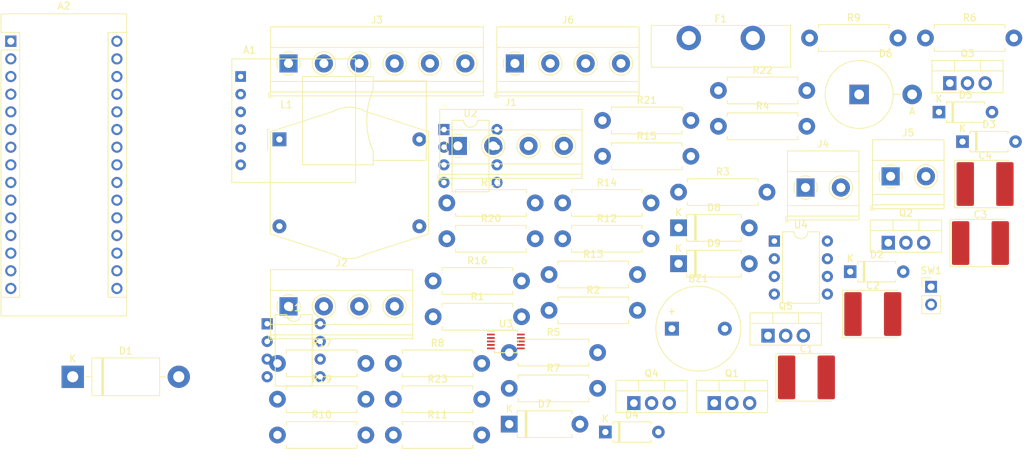
<source format=kicad_pcb>
(kicad_pcb (version 20171130) (host pcbnew "(5.1.9-0-10_14)")

  (general
    (thickness 1.6)
    (drawings 0)
    (tracks 0)
    (zones 0)
    (modules 57)
    (nets 72)
  )

  (page A4)
  (layers
    (0 F.Cu signal)
    (31 B.Cu signal)
    (32 B.Adhes user)
    (33 F.Adhes user)
    (34 B.Paste user)
    (35 F.Paste user)
    (36 B.SilkS user)
    (37 F.SilkS user)
    (38 B.Mask user)
    (39 F.Mask user)
    (40 Dwgs.User user)
    (41 Cmts.User user)
    (42 Eco1.User user)
    (43 Eco2.User user)
    (44 Edge.Cuts user)
    (45 Margin user)
    (46 B.CrtYd user)
    (47 F.CrtYd user)
    (48 B.Fab user)
    (49 F.Fab user)
  )

  (setup
    (last_trace_width 0.25)
    (trace_clearance 0.2)
    (zone_clearance 0.508)
    (zone_45_only no)
    (trace_min 0.2)
    (via_size 0.8)
    (via_drill 0.4)
    (via_min_size 0.4)
    (via_min_drill 0.3)
    (uvia_size 0.3)
    (uvia_drill 0.1)
    (uvias_allowed no)
    (uvia_min_size 0.2)
    (uvia_min_drill 0.1)
    (edge_width 0.05)
    (segment_width 0.2)
    (pcb_text_width 0.3)
    (pcb_text_size 1.5 1.5)
    (mod_edge_width 0.12)
    (mod_text_size 1 1)
    (mod_text_width 0.15)
    (pad_size 1.524 1.524)
    (pad_drill 0.762)
    (pad_to_mask_clearance 0)
    (aux_axis_origin 0 0)
    (visible_elements FFFFFF7F)
    (pcbplotparams
      (layerselection 0x010fc_ffffffff)
      (usegerberextensions false)
      (usegerberattributes true)
      (usegerberadvancedattributes true)
      (creategerberjobfile true)
      (excludeedgelayer true)
      (linewidth 0.100000)
      (plotframeref false)
      (viasonmask false)
      (mode 1)
      (useauxorigin false)
      (hpglpennumber 1)
      (hpglpenspeed 20)
      (hpglpendiameter 15.000000)
      (psnegative false)
      (psa4output false)
      (plotreference true)
      (plotvalue true)
      (plotinvisibletext false)
      (padsonsilk false)
      (subtractmaskfromsilk false)
      (outputformat 1)
      (mirror false)
      (drillshape 1)
      (scaleselection 1)
      (outputdirectory ""))
  )

  (net 0 "")
  (net 1 +3V3)
  (net 2 D10)
  (net 3 D11)
  (net 4 D13)
  (net 5 D12)
  (net 6 "Net-(A2-Pad1)")
  (net 7 3.3V)
  (net 8 "Net-(A2-Pad2)")
  (net 9 "Net-(A2-Pad18)")
  (net 10 "Net-(A2-Pad3)")
  (net 11 "Net-(A2-Pad4)")
  (net 12 SDA)
  (net 13 SCL)
  (net 14 A6)
  (net 15 D7)
  (net 16 5V)
  (net 17 "Net-(A2-Pad28)")
  (net 18 "Net-(A2-Pad30)")
  (net 19 "Net-(D1-Pad1)")
  (net 20 "Net-(C2-Pad2)")
  (net 21 "Net-(U1-Pad5)")
  (net 22 "Net-(U1-Pad2)")
  (net 23 "Net-(U1-Pad3)")
  (net 24 +5V)
  (net 25 "Net-(U2-Pad7)")
  (net 26 "Net-(U2-Pad3)")
  (net 27 "Net-(U2-Pad2)")
  (net 28 "Net-(U2-Pad1)")
  (net 29 "Net-(U3-Pad1)")
  (net 30 "Net-(U3-Pad2)")
  (net 31 BAT-GND)
  (net 32 A0)
  (net 33 A1)
  (net 34 D2)
  (net 35 A2)
  (net 36 D3)
  (net 37 A3)
  (net 38 D4)
  (net 39 D5)
  (net 40 D6)
  (net 41 A7)
  (net 42 VICTRON-IN-1)
  (net 43 VICTRON-IN-2)
  (net 44 "Net-(BZ1-Pad2)")
  (net 45 BAT-12V)
  (net 46 "Net-(D2-Pad1)")
  (net 47 "Net-(D3-Pad1)")
  (net 48 "Net-(D4-Pad1)")
  (net 49 "Net-(D5-Pad1)")
  (net 50 CHARGE-RELAY-ON)
  (net 51 CHARGE-RELAY-OFF)
  (net 52 LOAD-RELAY-ON)
  (net 53 LOAD-RELAY-OFF)
  (net 54 "Net-(F1-Pad2)")
  (net 55 RS-485-OUT2)
  (net 56 RS-485-OUT1)
  (net 57 CHARGE-RELAY-STATUS)
  (net 58 LOAD-RELAY-STATUS)
  (net 59 CHARGING-STATUS)
  (net 60 "Net-(J3-Pad6)")
  (net 61 CELL-1)
  (net 62 CELL-2)
  (net 63 CELL-3)
  (net 64 CELL-4)
  (net 65 "Net-(Q1-Pad1)")
  (net 66 "Net-(Q2-Pad1)")
  (net 67 "Net-(Q3-Pad1)")
  (net 68 "Net-(Q4-Pad1)")
  (net 69 "Net-(Q5-Pad1)")
  (net 70 "Net-(U4-Pad2)")
  (net 71 "Net-(U4-Pad3)")

  (net_class Default "This is the default net class."
    (clearance 0.2)
    (trace_width 0.25)
    (via_dia 0.8)
    (via_drill 0.4)
    (uvia_dia 0.3)
    (uvia_drill 0.1)
    (add_net +3V3)
    (add_net +5V)
    (add_net 3.3V)
    (add_net 5V)
    (add_net A0)
    (add_net A1)
    (add_net A2)
    (add_net A3)
    (add_net A6)
    (add_net A7)
    (add_net CELL-1)
    (add_net CELL-2)
    (add_net CELL-3)
    (add_net CELL-4)
    (add_net CHARGE-RELAY-STATUS)
    (add_net CHARGING-STATUS)
    (add_net D10)
    (add_net D11)
    (add_net D12)
    (add_net D13)
    (add_net D2)
    (add_net D3)
    (add_net D4)
    (add_net D5)
    (add_net D6)
    (add_net D7)
    (add_net LOAD-RELAY-STATUS)
    (add_net "Net-(A2-Pad1)")
    (add_net "Net-(A2-Pad18)")
    (add_net "Net-(A2-Pad2)")
    (add_net "Net-(A2-Pad28)")
    (add_net "Net-(A2-Pad3)")
    (add_net "Net-(A2-Pad30)")
    (add_net "Net-(A2-Pad4)")
    (add_net "Net-(BZ1-Pad2)")
    (add_net "Net-(C2-Pad2)")
    (add_net "Net-(D1-Pad1)")
    (add_net "Net-(D2-Pad1)")
    (add_net "Net-(D3-Pad1)")
    (add_net "Net-(D4-Pad1)")
    (add_net "Net-(D5-Pad1)")
    (add_net "Net-(F1-Pad2)")
    (add_net "Net-(J3-Pad6)")
    (add_net "Net-(Q1-Pad1)")
    (add_net "Net-(Q2-Pad1)")
    (add_net "Net-(Q3-Pad1)")
    (add_net "Net-(Q4-Pad1)")
    (add_net "Net-(Q5-Pad1)")
    (add_net "Net-(U1-Pad2)")
    (add_net "Net-(U1-Pad3)")
    (add_net "Net-(U1-Pad5)")
    (add_net "Net-(U2-Pad1)")
    (add_net "Net-(U2-Pad2)")
    (add_net "Net-(U2-Pad3)")
    (add_net "Net-(U2-Pad7)")
    (add_net "Net-(U3-Pad1)")
    (add_net "Net-(U3-Pad2)")
    (add_net "Net-(U4-Pad2)")
    (add_net "Net-(U4-Pad3)")
    (add_net RS-485-OUT1)
    (add_net RS-485-OUT2)
    (add_net SCL)
    (add_net SDA)
    (add_net VICTRON-IN-1)
    (add_net VICTRON-IN-2)
  )

  (net_class power ""
    (clearance 0.4)
    (trace_width 1)
    (via_dia 0.8)
    (via_drill 0.4)
    (uvia_dia 0.3)
    (uvia_drill 0.1)
    (add_net BAT-12V)
    (add_net BAT-GND)
    (add_net CHARGE-RELAY-OFF)
    (add_net CHARGE-RELAY-ON)
    (add_net LOAD-RELAY-OFF)
    (add_net LOAD-RELAY-ON)
  )

  (module Charleslabs_Parts:SD_Card_Module (layer F.Cu) (tedit 5DE8B4F9) (tstamp 619ED7CA)
    (at 100.33 57.15)
    (path /61B94D6F)
    (fp_text reference A1 (at 1.27 -3.81) (layer F.SilkS)
      (effects (font (size 1 1) (thickness 0.15)))
    )
    (fp_text value SD_Card_Module (at 10.795 -3.81) (layer F.Fab)
      (effects (font (size 1 1) (thickness 0.15)))
    )
    (fp_line (start -1.27 -2.54) (end 16.51 -2.54) (layer F.SilkS) (width 0.12))
    (fp_line (start 16.51 -2.54) (end 16.51 15.24) (layer F.SilkS) (width 0.12))
    (fp_line (start 16.51 15.24) (end -1.27 15.24) (layer F.SilkS) (width 0.12))
    (fp_line (start -1.27 15.24) (end -1.27 -2.54) (layer F.SilkS) (width 0.12))
    (fp_line (start 8.89 0) (end 8.89 12.7) (layer F.SilkS) (width 0.12))
    (fp_line (start 8.89 12.7) (end 19.05 12.7) (layer F.SilkS) (width 0.12))
    (fp_line (start 8.89 0) (end 19.05 0) (layer F.SilkS) (width 0.12))
    (fp_line (start 19.05 0) (end 19.05 1.905) (layer F.SilkS) (width 0.12))
    (fp_line (start 19.05 12.7) (end 19.05 10.795) (layer F.SilkS) (width 0.12))
    (fp_line (start 16.51 15.24) (end 16.51 -2.54) (layer F.CrtYd) (width 0.12))
    (fp_line (start 16.51 -2.54) (end -1.27 -2.54) (layer F.CrtYd) (width 0.12))
    (fp_line (start -1.27 -2.54) (end -1.27 15.24) (layer F.CrtYd) (width 0.12))
    (fp_line (start -1.27 15.24) (end 16.51 15.24) (layer F.CrtYd) (width 0.12))
    (fp_line (start 19.05 0.635) (end 26.67 0.635) (layer F.SilkS) (width 0.12))
    (fp_line (start 26.67 0.635) (end 26.67 12.065) (layer F.SilkS) (width 0.12))
    (fp_line (start 26.67 12.065) (end 19.05 12.065) (layer F.SilkS) (width 0.12))
    (fp_arc (start 29.21 6.35) (end 19.05 1.905) (angle -47.25875073) (layer F.SilkS) (width 0.12))
    (pad 1 thru_hole rect (at 0 0) (size 1.524 1.524) (drill 0.762) (layers *.Cu *.Mask)
      (net 1 +3V3))
    (pad 2 thru_hole circle (at 0 2.54) (size 1.524 1.524) (drill 0.762) (layers *.Cu *.Mask)
      (net 2 D10))
    (pad 3 thru_hole circle (at 0 5.08) (size 1.524 1.524) (drill 0.762) (layers *.Cu *.Mask)
      (net 3 D11))
    (pad 4 thru_hole circle (at 0 7.62) (size 1.524 1.524) (drill 0.762) (layers *.Cu *.Mask)
      (net 4 D13))
    (pad 5 thru_hole circle (at 0 10.16) (size 1.524 1.524) (drill 0.762) (layers *.Cu *.Mask)
      (net 5 D12))
    (pad 6 thru_hole circle (at 0 12.7) (size 1.524 1.524) (drill 0.762) (layers *.Cu *.Mask)
      (net 31 BAT-GND))
  )

  (module Module:Arduino_Nano (layer F.Cu) (tedit 58ACAF70) (tstamp 619ED807)
    (at 67.31 52.07)
    (descr "Arduino Nano, http://www.mouser.com/pdfdocs/Gravitech_Arduino_Nano3_0.pdf")
    (tags "Arduino Nano")
    (path /5FF622F3)
    (fp_text reference A2 (at 7.62 -5.08) (layer F.SilkS)
      (effects (font (size 1 1) (thickness 0.15)))
    )
    (fp_text value Arduino_Nano_v3.x (at 8.89 19.05 90) (layer F.Fab)
      (effects (font (size 1 1) (thickness 0.15)))
    )
    (fp_line (start 1.27 1.27) (end 1.27 -1.27) (layer F.SilkS) (width 0.12))
    (fp_line (start 1.27 -1.27) (end -1.4 -1.27) (layer F.SilkS) (width 0.12))
    (fp_line (start -1.4 1.27) (end -1.4 39.5) (layer F.SilkS) (width 0.12))
    (fp_line (start -1.4 -3.94) (end -1.4 -1.27) (layer F.SilkS) (width 0.12))
    (fp_line (start 13.97 -1.27) (end 16.64 -1.27) (layer F.SilkS) (width 0.12))
    (fp_line (start 13.97 -1.27) (end 13.97 36.83) (layer F.SilkS) (width 0.12))
    (fp_line (start 13.97 36.83) (end 16.64 36.83) (layer F.SilkS) (width 0.12))
    (fp_line (start 1.27 1.27) (end -1.4 1.27) (layer F.SilkS) (width 0.12))
    (fp_line (start 1.27 1.27) (end 1.27 36.83) (layer F.SilkS) (width 0.12))
    (fp_line (start 1.27 36.83) (end -1.4 36.83) (layer F.SilkS) (width 0.12))
    (fp_line (start 3.81 31.75) (end 11.43 31.75) (layer F.Fab) (width 0.1))
    (fp_line (start 11.43 31.75) (end 11.43 41.91) (layer F.Fab) (width 0.1))
    (fp_line (start 11.43 41.91) (end 3.81 41.91) (layer F.Fab) (width 0.1))
    (fp_line (start 3.81 41.91) (end 3.81 31.75) (layer F.Fab) (width 0.1))
    (fp_line (start -1.4 39.5) (end 16.64 39.5) (layer F.SilkS) (width 0.12))
    (fp_line (start 16.64 39.5) (end 16.64 -3.94) (layer F.SilkS) (width 0.12))
    (fp_line (start 16.64 -3.94) (end -1.4 -3.94) (layer F.SilkS) (width 0.12))
    (fp_line (start 16.51 39.37) (end -1.27 39.37) (layer F.Fab) (width 0.1))
    (fp_line (start -1.27 39.37) (end -1.27 -2.54) (layer F.Fab) (width 0.1))
    (fp_line (start -1.27 -2.54) (end 0 -3.81) (layer F.Fab) (width 0.1))
    (fp_line (start 0 -3.81) (end 16.51 -3.81) (layer F.Fab) (width 0.1))
    (fp_line (start 16.51 -3.81) (end 16.51 39.37) (layer F.Fab) (width 0.1))
    (fp_line (start -1.53 -4.06) (end 16.75 -4.06) (layer F.CrtYd) (width 0.05))
    (fp_line (start -1.53 -4.06) (end -1.53 42.16) (layer F.CrtYd) (width 0.05))
    (fp_line (start 16.75 42.16) (end 16.75 -4.06) (layer F.CrtYd) (width 0.05))
    (fp_line (start 16.75 42.16) (end -1.53 42.16) (layer F.CrtYd) (width 0.05))
    (fp_text user %R (at 6.35 19.05 90) (layer F.Fab)
      (effects (font (size 1 1) (thickness 0.15)))
    )
    (pad 1 thru_hole rect (at 0 0) (size 1.6 1.6) (drill 1) (layers *.Cu *.Mask)
      (net 6 "Net-(A2-Pad1)"))
    (pad 17 thru_hole oval (at 15.24 33.02) (size 1.6 1.6) (drill 1) (layers *.Cu *.Mask)
      (net 7 3.3V))
    (pad 2 thru_hole oval (at 0 2.54) (size 1.6 1.6) (drill 1) (layers *.Cu *.Mask)
      (net 8 "Net-(A2-Pad2)"))
    (pad 18 thru_hole oval (at 15.24 30.48) (size 1.6 1.6) (drill 1) (layers *.Cu *.Mask)
      (net 9 "Net-(A2-Pad18)"))
    (pad 3 thru_hole oval (at 0 5.08) (size 1.6 1.6) (drill 1) (layers *.Cu *.Mask)
      (net 10 "Net-(A2-Pad3)"))
    (pad 19 thru_hole oval (at 15.24 27.94) (size 1.6 1.6) (drill 1) (layers *.Cu *.Mask)
      (net 32 A0))
    (pad 4 thru_hole oval (at 0 7.62) (size 1.6 1.6) (drill 1) (layers *.Cu *.Mask)
      (net 11 "Net-(A2-Pad4)"))
    (pad 20 thru_hole oval (at 15.24 25.4) (size 1.6 1.6) (drill 1) (layers *.Cu *.Mask)
      (net 33 A1))
    (pad 5 thru_hole oval (at 0 10.16) (size 1.6 1.6) (drill 1) (layers *.Cu *.Mask)
      (net 34 D2))
    (pad 21 thru_hole oval (at 15.24 22.86) (size 1.6 1.6) (drill 1) (layers *.Cu *.Mask)
      (net 35 A2))
    (pad 6 thru_hole oval (at 0 12.7) (size 1.6 1.6) (drill 1) (layers *.Cu *.Mask)
      (net 36 D3))
    (pad 22 thru_hole oval (at 15.24 20.32) (size 1.6 1.6) (drill 1) (layers *.Cu *.Mask)
      (net 37 A3))
    (pad 7 thru_hole oval (at 0 15.24) (size 1.6 1.6) (drill 1) (layers *.Cu *.Mask)
      (net 38 D4))
    (pad 23 thru_hole oval (at 15.24 17.78) (size 1.6 1.6) (drill 1) (layers *.Cu *.Mask)
      (net 12 SDA))
    (pad 8 thru_hole oval (at 0 17.78) (size 1.6 1.6) (drill 1) (layers *.Cu *.Mask)
      (net 39 D5))
    (pad 24 thru_hole oval (at 15.24 15.24) (size 1.6 1.6) (drill 1) (layers *.Cu *.Mask)
      (net 13 SCL))
    (pad 9 thru_hole oval (at 0 20.32) (size 1.6 1.6) (drill 1) (layers *.Cu *.Mask)
      (net 40 D6))
    (pad 25 thru_hole oval (at 15.24 12.7) (size 1.6 1.6) (drill 1) (layers *.Cu *.Mask)
      (net 14 A6))
    (pad 10 thru_hole oval (at 0 22.86) (size 1.6 1.6) (drill 1) (layers *.Cu *.Mask)
      (net 15 D7))
    (pad 26 thru_hole oval (at 15.24 10.16) (size 1.6 1.6) (drill 1) (layers *.Cu *.Mask)
      (net 41 A7))
    (pad 11 thru_hole oval (at 0 25.4) (size 1.6 1.6) (drill 1) (layers *.Cu *.Mask)
      (net 42 VICTRON-IN-1))
    (pad 27 thru_hole oval (at 15.24 7.62) (size 1.6 1.6) (drill 1) (layers *.Cu *.Mask)
      (net 16 5V))
    (pad 12 thru_hole oval (at 0 27.94) (size 1.6 1.6) (drill 1) (layers *.Cu *.Mask)
      (net 43 VICTRON-IN-2))
    (pad 28 thru_hole oval (at 15.24 5.08) (size 1.6 1.6) (drill 1) (layers *.Cu *.Mask)
      (net 17 "Net-(A2-Pad28)"))
    (pad 13 thru_hole oval (at 0 30.48) (size 1.6 1.6) (drill 1) (layers *.Cu *.Mask)
      (net 2 D10))
    (pad 29 thru_hole oval (at 15.24 2.54) (size 1.6 1.6) (drill 1) (layers *.Cu *.Mask)
      (net 31 BAT-GND))
    (pad 14 thru_hole oval (at 0 33.02) (size 1.6 1.6) (drill 1) (layers *.Cu *.Mask)
      (net 3 D11))
    (pad 30 thru_hole oval (at 15.24 0) (size 1.6 1.6) (drill 1) (layers *.Cu *.Mask)
      (net 18 "Net-(A2-Pad30)"))
    (pad 15 thru_hole oval (at 0 35.56) (size 1.6 1.6) (drill 1) (layers *.Cu *.Mask)
      (net 5 D12))
    (pad 16 thru_hole oval (at 15.24 35.56) (size 1.6 1.6) (drill 1) (layers *.Cu *.Mask)
      (net 4 D13))
    (model ${KISYS3DMOD}/Module.3dshapes/Arduino_Nano_WithMountingHoles.wrl
      (at (xyz 0 0 0))
      (scale (xyz 1 1 1))
      (rotate (xyz 0 0 0))
    )
  )

  (module Diode_THT:D_DO-201AD_P15.24mm_Horizontal (layer F.Cu) (tedit 5AE50CD5) (tstamp 619ED826)
    (at 76.2 100.33)
    (descr "Diode, DO-201AD series, Axial, Horizontal, pin pitch=15.24mm, , length*diameter=9.5*5.2mm^2, , http://www.diodes.com/_files/packages/DO-201AD.pdf")
    (tags "Diode DO-201AD series Axial Horizontal pin pitch 15.24mm  length 9.5mm diameter 5.2mm")
    (path /5FF54855)
    (fp_text reference D1 (at 7.62 -3.72) (layer F.SilkS)
      (effects (font (size 1 1) (thickness 0.15)))
    )
    (fp_text value 1N5822 (at 7.62 3.72) (layer F.Fab)
      (effects (font (size 1 1) (thickness 0.15)))
    )
    (fp_line (start 2.87 -2.6) (end 2.87 2.6) (layer F.Fab) (width 0.1))
    (fp_line (start 2.87 2.6) (end 12.37 2.6) (layer F.Fab) (width 0.1))
    (fp_line (start 12.37 2.6) (end 12.37 -2.6) (layer F.Fab) (width 0.1))
    (fp_line (start 12.37 -2.6) (end 2.87 -2.6) (layer F.Fab) (width 0.1))
    (fp_line (start 0 0) (end 2.87 0) (layer F.Fab) (width 0.1))
    (fp_line (start 15.24 0) (end 12.37 0) (layer F.Fab) (width 0.1))
    (fp_line (start 4.295 -2.6) (end 4.295 2.6) (layer F.Fab) (width 0.1))
    (fp_line (start 4.395 -2.6) (end 4.395 2.6) (layer F.Fab) (width 0.1))
    (fp_line (start 4.195 -2.6) (end 4.195 2.6) (layer F.Fab) (width 0.1))
    (fp_line (start 2.75 -2.72) (end 2.75 2.72) (layer F.SilkS) (width 0.12))
    (fp_line (start 2.75 2.72) (end 12.49 2.72) (layer F.SilkS) (width 0.12))
    (fp_line (start 12.49 2.72) (end 12.49 -2.72) (layer F.SilkS) (width 0.12))
    (fp_line (start 12.49 -2.72) (end 2.75 -2.72) (layer F.SilkS) (width 0.12))
    (fp_line (start 1.84 0) (end 2.75 0) (layer F.SilkS) (width 0.12))
    (fp_line (start 13.4 0) (end 12.49 0) (layer F.SilkS) (width 0.12))
    (fp_line (start 4.295 -2.72) (end 4.295 2.72) (layer F.SilkS) (width 0.12))
    (fp_line (start 4.415 -2.72) (end 4.415 2.72) (layer F.SilkS) (width 0.12))
    (fp_line (start 4.175 -2.72) (end 4.175 2.72) (layer F.SilkS) (width 0.12))
    (fp_line (start -1.85 -2.85) (end -1.85 2.85) (layer F.CrtYd) (width 0.05))
    (fp_line (start -1.85 2.85) (end 17.09 2.85) (layer F.CrtYd) (width 0.05))
    (fp_line (start 17.09 2.85) (end 17.09 -2.85) (layer F.CrtYd) (width 0.05))
    (fp_line (start 17.09 -2.85) (end -1.85 -2.85) (layer F.CrtYd) (width 0.05))
    (fp_text user %R (at 8.3325 0) (layer F.Fab)
      (effects (font (size 1 1) (thickness 0.15)))
    )
    (fp_text user K (at 0 -2.6) (layer F.Fab)
      (effects (font (size 1 1) (thickness 0.15)))
    )
    (fp_text user K (at 0 -2.6) (layer F.SilkS)
      (effects (font (size 1 1) (thickness 0.15)))
    )
    (pad 1 thru_hole rect (at 0 0) (size 3.2 3.2) (drill 1.6) (layers *.Cu *.Mask)
      (net 19 "Net-(D1-Pad1)"))
    (pad 2 thru_hole oval (at 15.24 0) (size 3.2 3.2) (drill 1.6) (layers *.Cu *.Mask)
      (net 31 BAT-GND))
    (model ${KISYS3DMOD}/Diode_THT.3dshapes/D_DO-201AD_P15.24mm_Horizontal.wrl
      (at (xyz 0 0 0))
      (scale (xyz 1 1 1))
      (rotate (xyz 0 0 0))
    )
  )

  (module Package_DIP:DIP-8_W7.62mm (layer F.Cu) (tedit 5A02E8C5) (tstamp 619ED842)
    (at 104.14 92.71)
    (descr "8-lead though-hole mounted DIP package, row spacing 7.62 mm (300 mils)")
    (tags "THT DIP DIL PDIP 2.54mm 7.62mm 300mil")
    (path /5FF4E836)
    (fp_text reference U1 (at 3.81 -2.33) (layer F.SilkS)
      (effects (font (size 1 1) (thickness 0.15)))
    )
    (fp_text value LM2674N-5.0 (at 3.81 9.95) (layer F.Fab)
      (effects (font (size 1 1) (thickness 0.15)))
    )
    (fp_line (start 1.635 -1.27) (end 6.985 -1.27) (layer F.Fab) (width 0.1))
    (fp_line (start 6.985 -1.27) (end 6.985 8.89) (layer F.Fab) (width 0.1))
    (fp_line (start 6.985 8.89) (end 0.635 8.89) (layer F.Fab) (width 0.1))
    (fp_line (start 0.635 8.89) (end 0.635 -0.27) (layer F.Fab) (width 0.1))
    (fp_line (start 0.635 -0.27) (end 1.635 -1.27) (layer F.Fab) (width 0.1))
    (fp_line (start 2.81 -1.33) (end 1.16 -1.33) (layer F.SilkS) (width 0.12))
    (fp_line (start 1.16 -1.33) (end 1.16 8.95) (layer F.SilkS) (width 0.12))
    (fp_line (start 1.16 8.95) (end 6.46 8.95) (layer F.SilkS) (width 0.12))
    (fp_line (start 6.46 8.95) (end 6.46 -1.33) (layer F.SilkS) (width 0.12))
    (fp_line (start 6.46 -1.33) (end 4.81 -1.33) (layer F.SilkS) (width 0.12))
    (fp_line (start -1.1 -1.55) (end -1.1 9.15) (layer F.CrtYd) (width 0.05))
    (fp_line (start -1.1 9.15) (end 8.7 9.15) (layer F.CrtYd) (width 0.05))
    (fp_line (start 8.7 9.15) (end 8.7 -1.55) (layer F.CrtYd) (width 0.05))
    (fp_line (start 8.7 -1.55) (end -1.1 -1.55) (layer F.CrtYd) (width 0.05))
    (fp_arc (start 3.81 -1.33) (end 2.81 -1.33) (angle -180) (layer F.SilkS) (width 0.12))
    (fp_text user %R (at 3.81 3.81) (layer F.Fab)
      (effects (font (size 1 1) (thickness 0.15)))
    )
    (pad 1 thru_hole rect (at 0 0) (size 1.6 1.6) (drill 0.8) (layers *.Cu *.Mask)
      (net 20 "Net-(C2-Pad2)"))
    (pad 5 thru_hole oval (at 7.62 7.62) (size 1.6 1.6) (drill 0.8) (layers *.Cu *.Mask)
      (net 21 "Net-(U1-Pad5)"))
    (pad 2 thru_hole oval (at 0 2.54) (size 1.6 1.6) (drill 0.8) (layers *.Cu *.Mask)
      (net 22 "Net-(U1-Pad2)"))
    (pad 6 thru_hole oval (at 7.62 5.08) (size 1.6 1.6) (drill 0.8) (layers *.Cu *.Mask)
      (net 31 BAT-GND))
    (pad 3 thru_hole oval (at 0 5.08) (size 1.6 1.6) (drill 0.8) (layers *.Cu *.Mask)
      (net 23 "Net-(U1-Pad3)"))
    (pad 7 thru_hole oval (at 7.62 2.54) (size 1.6 1.6) (drill 0.8) (layers *.Cu *.Mask)
      (net 45 BAT-12V))
    (pad 4 thru_hole oval (at 0 7.62) (size 1.6 1.6) (drill 0.8) (layers *.Cu *.Mask)
      (net 24 +5V))
    (pad 8 thru_hole oval (at 7.62 0) (size 1.6 1.6) (drill 0.8) (layers *.Cu *.Mask)
      (net 19 "Net-(D1-Pad1)"))
    (model ${KISYS3DMOD}/Package_DIP.3dshapes/DIP-8_W7.62mm.wrl
      (at (xyz 0 0 0))
      (scale (xyz 1 1 1))
      (rotate (xyz 0 0 0))
    )
  )

  (module Package_DIP:DIP-8_W7.62mm (layer F.Cu) (tedit 5A02E8C5) (tstamp 619ED85E)
    (at 129.54 64.77)
    (descr "8-lead though-hole mounted DIP package, row spacing 7.62 mm (300 mils)")
    (tags "THT DIP DIL PDIP 2.54mm 7.62mm 300mil")
    (path /61B7704D)
    (fp_text reference U2 (at 3.81 -2.33) (layer F.SilkS)
      (effects (font (size 1 1) (thickness 0.15)))
    )
    (fp_text value DS1307+ (at 3.81 9.95) (layer F.Fab)
      (effects (font (size 1 1) (thickness 0.15)))
    )
    (fp_line (start 8.7 -1.55) (end -1.1 -1.55) (layer F.CrtYd) (width 0.05))
    (fp_line (start 8.7 9.15) (end 8.7 -1.55) (layer F.CrtYd) (width 0.05))
    (fp_line (start -1.1 9.15) (end 8.7 9.15) (layer F.CrtYd) (width 0.05))
    (fp_line (start -1.1 -1.55) (end -1.1 9.15) (layer F.CrtYd) (width 0.05))
    (fp_line (start 6.46 -1.33) (end 4.81 -1.33) (layer F.SilkS) (width 0.12))
    (fp_line (start 6.46 8.95) (end 6.46 -1.33) (layer F.SilkS) (width 0.12))
    (fp_line (start 1.16 8.95) (end 6.46 8.95) (layer F.SilkS) (width 0.12))
    (fp_line (start 1.16 -1.33) (end 1.16 8.95) (layer F.SilkS) (width 0.12))
    (fp_line (start 2.81 -1.33) (end 1.16 -1.33) (layer F.SilkS) (width 0.12))
    (fp_line (start 0.635 -0.27) (end 1.635 -1.27) (layer F.Fab) (width 0.1))
    (fp_line (start 0.635 8.89) (end 0.635 -0.27) (layer F.Fab) (width 0.1))
    (fp_line (start 6.985 8.89) (end 0.635 8.89) (layer F.Fab) (width 0.1))
    (fp_line (start 6.985 -1.27) (end 6.985 8.89) (layer F.Fab) (width 0.1))
    (fp_line (start 1.635 -1.27) (end 6.985 -1.27) (layer F.Fab) (width 0.1))
    (fp_text user %R (at 3.81 3.81) (layer F.Fab)
      (effects (font (size 1 1) (thickness 0.15)))
    )
    (fp_arc (start 3.81 -1.33) (end 2.81 -1.33) (angle -180) (layer F.SilkS) (width 0.12))
    (pad 8 thru_hole oval (at 7.62 0) (size 1.6 1.6) (drill 0.8) (layers *.Cu *.Mask)
      (net 24 +5V))
    (pad 4 thru_hole oval (at 0 7.62) (size 1.6 1.6) (drill 0.8) (layers *.Cu *.Mask)
      (net 31 BAT-GND))
    (pad 7 thru_hole oval (at 7.62 2.54) (size 1.6 1.6) (drill 0.8) (layers *.Cu *.Mask)
      (net 25 "Net-(U2-Pad7)"))
    (pad 3 thru_hole oval (at 0 5.08) (size 1.6 1.6) (drill 0.8) (layers *.Cu *.Mask)
      (net 26 "Net-(U2-Pad3)"))
    (pad 6 thru_hole oval (at 7.62 5.08) (size 1.6 1.6) (drill 0.8) (layers *.Cu *.Mask)
      (net 13 SCL))
    (pad 2 thru_hole oval (at 0 2.54) (size 1.6 1.6) (drill 0.8) (layers *.Cu *.Mask)
      (net 27 "Net-(U2-Pad2)"))
    (pad 5 thru_hole oval (at 7.62 7.62) (size 1.6 1.6) (drill 0.8) (layers *.Cu *.Mask)
      (net 12 SDA))
    (pad 1 thru_hole rect (at 0 0) (size 1.6 1.6) (drill 0.8) (layers *.Cu *.Mask)
      (net 28 "Net-(U2-Pad1)"))
    (model ${KISYS3DMOD}/Package_DIP.3dshapes/DIP-8_W7.62mm.wrl
      (at (xyz 0 0 0))
      (scale (xyz 1 1 1))
      (rotate (xyz 0 0 0))
    )
  )

  (module Package_SO:TSSOP-10_3x3mm_P0.5mm (layer F.Cu) (tedit 5F3E4A84) (tstamp 619ED87D)
    (at 138.43 95.25)
    (descr "TSSOP10: plastic thin shrink small outline package; 10 leads; body width 3 mm; (see NXP SSOP-TSSOP-VSO-REFLOW.pdf and sot552-1_po.pdf)")
    (tags "SSOP 0.5")
    (path /5FF655F5)
    (attr smd)
    (fp_text reference U3 (at 0 -2.55) (layer F.SilkS)
      (effects (font (size 1 1) (thickness 0.15)))
    )
    (fp_text value ADS1115IDGS (at 0 2.55) (layer F.Fab)
      (effects (font (size 1 1) (thickness 0.15)))
    )
    (fp_line (start -1.625 -1.45) (end -2.7 -1.45) (layer F.SilkS) (width 0.15))
    (fp_line (start -1.625 1.625) (end 1.625 1.625) (layer F.SilkS) (width 0.15))
    (fp_line (start -1.625 -1.625) (end 1.625 -1.625) (layer F.SilkS) (width 0.15))
    (fp_line (start -1.625 1.625) (end -1.625 1.35) (layer F.SilkS) (width 0.15))
    (fp_line (start 1.625 1.625) (end 1.625 1.35) (layer F.SilkS) (width 0.15))
    (fp_line (start 1.625 -1.625) (end 1.625 -1.35) (layer F.SilkS) (width 0.15))
    (fp_line (start -1.625 -1.625) (end -1.625 -1.45) (layer F.SilkS) (width 0.15))
    (fp_line (start -2.95 1.8) (end 2.95 1.8) (layer F.CrtYd) (width 0.05))
    (fp_line (start -2.95 -1.8) (end 2.95 -1.8) (layer F.CrtYd) (width 0.05))
    (fp_line (start 2.95 -1.8) (end 2.95 1.8) (layer F.CrtYd) (width 0.05))
    (fp_line (start -2.95 -1.8) (end -2.95 1.8) (layer F.CrtYd) (width 0.05))
    (fp_line (start -1.5 -0.5) (end -0.5 -1.5) (layer F.Fab) (width 0.1))
    (fp_line (start -1.5 1.5) (end -1.5 -0.5) (layer F.Fab) (width 0.1))
    (fp_line (start 1.5 1.5) (end -1.5 1.5) (layer F.Fab) (width 0.1))
    (fp_line (start 1.5 -1.5) (end 1.5 1.5) (layer F.Fab) (width 0.1))
    (fp_line (start -0.5 -1.5) (end 1.5 -1.5) (layer F.Fab) (width 0.1))
    (fp_text user %R (at 5.964999 11.024999) (layer F.Fab)
      (effects (font (size 0.6 0.6) (thickness 0.1)))
    )
    (pad 1 smd rect (at -2.15 -1) (size 1.1 0.25) (layers F.Cu F.Paste F.Mask)
      (net 29 "Net-(U3-Pad1)"))
    (pad 2 smd rect (at -2.15 -0.5) (size 1.1 0.25) (layers F.Cu F.Paste F.Mask)
      (net 30 "Net-(U3-Pad2)"))
    (pad 3 smd rect (at -2.15 0) (size 1.1 0.25) (layers F.Cu F.Paste F.Mask)
      (net 31 BAT-GND))
    (pad 4 smd rect (at -2.15 0.5) (size 1.1 0.25) (layers F.Cu F.Paste F.Mask)
      (net 49 "Net-(D5-Pad1)"))
    (pad 5 smd rect (at -2.15 1) (size 1.1 0.25) (layers F.Cu F.Paste F.Mask)
      (net 48 "Net-(D4-Pad1)"))
    (pad 6 smd rect (at 2.15 1) (size 1.1 0.25) (layers F.Cu F.Paste F.Mask)
      (net 47 "Net-(D3-Pad1)"))
    (pad 7 smd rect (at 2.15 0.5) (size 1.1 0.25) (layers F.Cu F.Paste F.Mask)
      (net 46 "Net-(D2-Pad1)"))
    (pad 8 smd rect (at 2.15 0) (size 1.1 0.25) (layers F.Cu F.Paste F.Mask)
      (net 24 +5V))
    (pad 9 smd rect (at 2.15 -0.5) (size 1.1 0.25) (layers F.Cu F.Paste F.Mask)
      (net 12 SDA))
    (pad 10 smd rect (at 2.15 -1) (size 1.1 0.25) (layers F.Cu F.Paste F.Mask)
      (net 13 SCL))
    (model ${KISYS3DMOD}/Package_SO.3dshapes/TSSOP-10_3x3mm_P0.5mm.wrl
      (at (xyz 0 0 0))
      (scale (xyz 1 1 1))
      (rotate (xyz 0 0 0))
    )
  )

  (module Buzzer_Beeper:Buzzer_12x9.5RM7.6 (layer F.Cu) (tedit 5A030281) (tstamp 619FFE7D)
    (at 162.285001 93.415001)
    (descr "Generic Buzzer, D12mm height 9.5mm with RM7.6mm")
    (tags buzzer)
    (path /61B2EC2C)
    (fp_text reference BZ1 (at 3.8 -7.2) (layer F.SilkS)
      (effects (font (size 1 1) (thickness 0.15)))
    )
    (fp_text value Buzzer (at 3.8 7.4) (layer F.Fab)
      (effects (font (size 1 1) (thickness 0.15)))
    )
    (fp_circle (center 3.8 0) (end 9.9 0) (layer F.SilkS) (width 0.12))
    (fp_circle (center 3.8 0) (end 4.8 0) (layer F.Fab) (width 0.1))
    (fp_circle (center 3.8 0) (end 9.8 0) (layer F.Fab) (width 0.1))
    (fp_circle (center 3.8 0) (end 10.05 0) (layer F.CrtYd) (width 0.05))
    (fp_text user + (at -0.01 -2.54) (layer F.Fab)
      (effects (font (size 1 1) (thickness 0.15)))
    )
    (fp_text user + (at -0.01 -2.54) (layer F.SilkS)
      (effects (font (size 1 1) (thickness 0.15)))
    )
    (fp_text user %R (at 3.8 -4) (layer F.Fab)
      (effects (font (size 1 1) (thickness 0.15)))
    )
    (pad 1 thru_hole rect (at 0 0) (size 2 2) (drill 1) (layers *.Cu *.Mask)
      (net 31 BAT-GND))
    (pad 2 thru_hole circle (at 7.6 0) (size 2 2) (drill 1) (layers *.Cu *.Mask)
      (net 44 "Net-(BZ1-Pad2)"))
    (model ${KISYS3DMOD}/Buzzer_Beeper.3dshapes/Buzzer_12x9.5RM7.6.wrl
      (at (xyz 0 0 0))
      (scale (xyz 1 1 1))
      (rotate (xyz 0 0 0))
    )
  )

  (module Capacitor_Tantalum_SMD:CP_EIA-7260-20_AVX-M (layer F.Cu) (tedit 5EBA9318) (tstamp 619FFE90)
    (at 181.610001 100.420001)
    (descr "Tantalum Capacitor SMD AVX-M (7260-20 Metric), IPC_7351 nominal, (Body size from: http://datasheets.avx.com/F72-F75.pdf), generated with kicad-footprint-generator")
    (tags "capacitor tantalum")
    (path /5FF5067C)
    (attr smd)
    (fp_text reference C1 (at 0 -4.1) (layer F.SilkS)
      (effects (font (size 1 1) (thickness 0.15)))
    )
    (fp_text value 100uF (at 0 4.1) (layer F.Fab)
      (effects (font (size 1 1) (thickness 0.15)))
    )
    (fp_line (start 4.35 3.4) (end -4.35 3.4) (layer F.CrtYd) (width 0.05))
    (fp_line (start 4.35 -3.4) (end 4.35 3.4) (layer F.CrtYd) (width 0.05))
    (fp_line (start -4.35 -3.4) (end 4.35 -3.4) (layer F.CrtYd) (width 0.05))
    (fp_line (start -4.35 3.4) (end -4.35 -3.4) (layer F.CrtYd) (width 0.05))
    (fp_line (start -4.36 3.41) (end 3.6 3.41) (layer F.SilkS) (width 0.12))
    (fp_line (start -4.36 -3.41) (end -4.36 3.41) (layer F.SilkS) (width 0.12))
    (fp_line (start 3.6 -3.41) (end -4.36 -3.41) (layer F.SilkS) (width 0.12))
    (fp_line (start 3.6 3) (end 3.6 -3) (layer F.Fab) (width 0.1))
    (fp_line (start -3.6 3) (end 3.6 3) (layer F.Fab) (width 0.1))
    (fp_line (start -3.6 -2) (end -3.6 3) (layer F.Fab) (width 0.1))
    (fp_line (start -2.6 -3) (end -3.6 -2) (layer F.Fab) (width 0.1))
    (fp_line (start 3.6 -3) (end -2.6 -3) (layer F.Fab) (width 0.1))
    (fp_text user %R (at 0 0) (layer F.Fab)
      (effects (font (size 1 1) (thickness 0.15)))
    )
    (pad 1 smd roundrect (at -2.85 0) (size 2.5 6.3) (layers F.Cu F.Paste F.Mask) (roundrect_rratio 0.1)
      (net 45 BAT-12V))
    (pad 2 smd roundrect (at 2.85 0) (size 2.5 6.3) (layers F.Cu F.Paste F.Mask) (roundrect_rratio 0.1)
      (net 31 BAT-GND))
    (model ${KISYS3DMOD}/Capacitor_Tantalum_SMD.3dshapes/CP_EIA-7260-20_AVX-M.wrl
      (at (xyz 0 0 0))
      (scale (xyz 1 1 1))
      (rotate (xyz 0 0 0))
    )
  )

  (module Capacitor_Tantalum_SMD:CP_EIA-7260-20_AVX-M (layer F.Cu) (tedit 5EBA9318) (tstamp 619FFEA3)
    (at 191.150001 91.310001)
    (descr "Tantalum Capacitor SMD AVX-M (7260-20 Metric), IPC_7351 nominal, (Body size from: http://datasheets.avx.com/F72-F75.pdf), generated with kicad-footprint-generator")
    (tags "capacitor tantalum")
    (path /5FF515C6)
    (attr smd)
    (fp_text reference C2 (at 0 -4.1) (layer F.SilkS)
      (effects (font (size 1 1) (thickness 0.15)))
    )
    (fp_text value 10nF (at 0 4.1) (layer F.Fab)
      (effects (font (size 1 1) (thickness 0.15)))
    )
    (fp_line (start 4.35 3.4) (end -4.35 3.4) (layer F.CrtYd) (width 0.05))
    (fp_line (start 4.35 -3.4) (end 4.35 3.4) (layer F.CrtYd) (width 0.05))
    (fp_line (start -4.35 -3.4) (end 4.35 -3.4) (layer F.CrtYd) (width 0.05))
    (fp_line (start -4.35 3.4) (end -4.35 -3.4) (layer F.CrtYd) (width 0.05))
    (fp_line (start -4.36 3.41) (end 3.6 3.41) (layer F.SilkS) (width 0.12))
    (fp_line (start -4.36 -3.41) (end -4.36 3.41) (layer F.SilkS) (width 0.12))
    (fp_line (start 3.6 -3.41) (end -4.36 -3.41) (layer F.SilkS) (width 0.12))
    (fp_line (start 3.6 3) (end 3.6 -3) (layer F.Fab) (width 0.1))
    (fp_line (start -3.6 3) (end 3.6 3) (layer F.Fab) (width 0.1))
    (fp_line (start -3.6 -2) (end -3.6 3) (layer F.Fab) (width 0.1))
    (fp_line (start -2.6 -3) (end -3.6 -2) (layer F.Fab) (width 0.1))
    (fp_line (start 3.6 -3) (end -2.6 -3) (layer F.Fab) (width 0.1))
    (fp_text user %R (at 0 0) (layer F.Fab)
      (effects (font (size 1 1) (thickness 0.15)))
    )
    (pad 1 smd roundrect (at -2.85 0) (size 2.5 6.3) (layers F.Cu F.Paste F.Mask) (roundrect_rratio 0.1)
      (net 24 +5V))
    (pad 2 smd roundrect (at 2.85 0) (size 2.5 6.3) (layers F.Cu F.Paste F.Mask) (roundrect_rratio 0.1)
      (net 20 "Net-(C2-Pad2)"))
    (model ${KISYS3DMOD}/Capacitor_Tantalum_SMD.3dshapes/CP_EIA-7260-20_AVX-M.wrl
      (at (xyz 0 0 0))
      (scale (xyz 1 1 1))
      (rotate (xyz 0 0 0))
    )
  )

  (module Capacitor_Tantalum_SMD:CP_EIA-7260-20_AVX-M (layer F.Cu) (tedit 5EBA9318) (tstamp 619FFEB6)
    (at 206.610001 81.100001)
    (descr "Tantalum Capacitor SMD AVX-M (7260-20 Metric), IPC_7351 nominal, (Body size from: http://datasheets.avx.com/F72-F75.pdf), generated with kicad-footprint-generator")
    (tags "capacitor tantalum")
    (path /5FF67E8D)
    (attr smd)
    (fp_text reference C3 (at 0 -4.1) (layer F.SilkS)
      (effects (font (size 1 1) (thickness 0.15)))
    )
    (fp_text value 0.1uF (at 0 4.1) (layer F.Fab)
      (effects (font (size 1 1) (thickness 0.15)))
    )
    (fp_text user %R (at 0 0) (layer F.Fab)
      (effects (font (size 1 1) (thickness 0.15)))
    )
    (fp_line (start 3.6 -3) (end -2.6 -3) (layer F.Fab) (width 0.1))
    (fp_line (start -2.6 -3) (end -3.6 -2) (layer F.Fab) (width 0.1))
    (fp_line (start -3.6 -2) (end -3.6 3) (layer F.Fab) (width 0.1))
    (fp_line (start -3.6 3) (end 3.6 3) (layer F.Fab) (width 0.1))
    (fp_line (start 3.6 3) (end 3.6 -3) (layer F.Fab) (width 0.1))
    (fp_line (start 3.6 -3.41) (end -4.36 -3.41) (layer F.SilkS) (width 0.12))
    (fp_line (start -4.36 -3.41) (end -4.36 3.41) (layer F.SilkS) (width 0.12))
    (fp_line (start -4.36 3.41) (end 3.6 3.41) (layer F.SilkS) (width 0.12))
    (fp_line (start -4.35 3.4) (end -4.35 -3.4) (layer F.CrtYd) (width 0.05))
    (fp_line (start -4.35 -3.4) (end 4.35 -3.4) (layer F.CrtYd) (width 0.05))
    (fp_line (start 4.35 -3.4) (end 4.35 3.4) (layer F.CrtYd) (width 0.05))
    (fp_line (start 4.35 3.4) (end -4.35 3.4) (layer F.CrtYd) (width 0.05))
    (pad 2 smd roundrect (at 2.85 0) (size 2.5 6.3) (layers F.Cu F.Paste F.Mask) (roundrect_rratio 0.1)
      (net 31 BAT-GND))
    (pad 1 smd roundrect (at -2.85 0) (size 2.5 6.3) (layers F.Cu F.Paste F.Mask) (roundrect_rratio 0.1)
      (net 24 +5V))
    (model ${KISYS3DMOD}/Capacitor_Tantalum_SMD.3dshapes/CP_EIA-7260-20_AVX-M.wrl
      (at (xyz 0 0 0))
      (scale (xyz 1 1 1))
      (rotate (xyz 0 0 0))
    )
  )

  (module Capacitor_Tantalum_SMD:CP_EIA-7260-20_AVX-M (layer F.Cu) (tedit 5EBA9318) (tstamp 619FFEC9)
    (at 207.280001 72.610001)
    (descr "Tantalum Capacitor SMD AVX-M (7260-20 Metric), IPC_7351 nominal, (Body size from: http://datasheets.avx.com/F72-F75.pdf), generated with kicad-footprint-generator")
    (tags "capacitor tantalum")
    (path /5FF50EA8)
    (attr smd)
    (fp_text reference C4 (at 0 -4.1) (layer F.SilkS)
      (effects (font (size 1 1) (thickness 0.15)))
    )
    (fp_text value 100uF (at 0 4.1) (layer F.Fab)
      (effects (font (size 1 1) (thickness 0.15)))
    )
    (fp_text user %R (at 0 0) (layer F.Fab)
      (effects (font (size 1 1) (thickness 0.15)))
    )
    (fp_line (start 3.6 -3) (end -2.6 -3) (layer F.Fab) (width 0.1))
    (fp_line (start -2.6 -3) (end -3.6 -2) (layer F.Fab) (width 0.1))
    (fp_line (start -3.6 -2) (end -3.6 3) (layer F.Fab) (width 0.1))
    (fp_line (start -3.6 3) (end 3.6 3) (layer F.Fab) (width 0.1))
    (fp_line (start 3.6 3) (end 3.6 -3) (layer F.Fab) (width 0.1))
    (fp_line (start 3.6 -3.41) (end -4.36 -3.41) (layer F.SilkS) (width 0.12))
    (fp_line (start -4.36 -3.41) (end -4.36 3.41) (layer F.SilkS) (width 0.12))
    (fp_line (start -4.36 3.41) (end 3.6 3.41) (layer F.SilkS) (width 0.12))
    (fp_line (start -4.35 3.4) (end -4.35 -3.4) (layer F.CrtYd) (width 0.05))
    (fp_line (start -4.35 -3.4) (end 4.35 -3.4) (layer F.CrtYd) (width 0.05))
    (fp_line (start 4.35 -3.4) (end 4.35 3.4) (layer F.CrtYd) (width 0.05))
    (fp_line (start 4.35 3.4) (end -4.35 3.4) (layer F.CrtYd) (width 0.05))
    (pad 2 smd roundrect (at 2.85 0) (size 2.5 6.3) (layers F.Cu F.Paste F.Mask) (roundrect_rratio 0.1)
      (net 31 BAT-GND))
    (pad 1 smd roundrect (at -2.85 0) (size 2.5 6.3) (layers F.Cu F.Paste F.Mask) (roundrect_rratio 0.1)
      (net 24 +5V))
    (model ${KISYS3DMOD}/Capacitor_Tantalum_SMD.3dshapes/CP_EIA-7260-20_AVX-M.wrl
      (at (xyz 0 0 0))
      (scale (xyz 1 1 1))
      (rotate (xyz 0 0 0))
    )
  )

  (module Diode_THT:D_A-405_P7.62mm_Horizontal (layer F.Cu) (tedit 5AE50CD5) (tstamp 619FFEE8)
    (at 187.905001 85.215001)
    (descr "Diode, A-405 series, Axial, Horizontal, pin pitch=7.62mm, , length*diameter=5.2*2.7mm^2, , http://www.diodes.com/_files/packages/A-405.pdf")
    (tags "Diode A-405 series Axial Horizontal pin pitch 7.62mm  length 5.2mm diameter 2.7mm")
    (path /61E89DFD)
    (fp_text reference D2 (at 3.81 -2.47) (layer F.SilkS)
      (effects (font (size 1 1) (thickness 0.15)))
    )
    (fp_text value 4.7V (at 3.81 2.47) (layer F.Fab)
      (effects (font (size 1 1) (thickness 0.15)))
    )
    (fp_text user K (at 0 -1.9) (layer F.SilkS)
      (effects (font (size 1 1) (thickness 0.15)))
    )
    (fp_text user K (at 0 -1.9) (layer F.Fab)
      (effects (font (size 1 1) (thickness 0.15)))
    )
    (fp_text user %R (at 4.2 0) (layer F.Fab)
      (effects (font (size 1 1) (thickness 0.15)))
    )
    (fp_line (start 1.21 -1.35) (end 1.21 1.35) (layer F.Fab) (width 0.1))
    (fp_line (start 1.21 1.35) (end 6.41 1.35) (layer F.Fab) (width 0.1))
    (fp_line (start 6.41 1.35) (end 6.41 -1.35) (layer F.Fab) (width 0.1))
    (fp_line (start 6.41 -1.35) (end 1.21 -1.35) (layer F.Fab) (width 0.1))
    (fp_line (start 0 0) (end 1.21 0) (layer F.Fab) (width 0.1))
    (fp_line (start 7.62 0) (end 6.41 0) (layer F.Fab) (width 0.1))
    (fp_line (start 1.99 -1.35) (end 1.99 1.35) (layer F.Fab) (width 0.1))
    (fp_line (start 2.09 -1.35) (end 2.09 1.35) (layer F.Fab) (width 0.1))
    (fp_line (start 1.89 -1.35) (end 1.89 1.35) (layer F.Fab) (width 0.1))
    (fp_line (start 1.09 -1.14) (end 1.09 -1.47) (layer F.SilkS) (width 0.12))
    (fp_line (start 1.09 -1.47) (end 6.53 -1.47) (layer F.SilkS) (width 0.12))
    (fp_line (start 6.53 -1.47) (end 6.53 -1.14) (layer F.SilkS) (width 0.12))
    (fp_line (start 1.09 1.14) (end 1.09 1.47) (layer F.SilkS) (width 0.12))
    (fp_line (start 1.09 1.47) (end 6.53 1.47) (layer F.SilkS) (width 0.12))
    (fp_line (start 6.53 1.47) (end 6.53 1.14) (layer F.SilkS) (width 0.12))
    (fp_line (start 1.99 -1.47) (end 1.99 1.47) (layer F.SilkS) (width 0.12))
    (fp_line (start 2.11 -1.47) (end 2.11 1.47) (layer F.SilkS) (width 0.12))
    (fp_line (start 1.87 -1.47) (end 1.87 1.47) (layer F.SilkS) (width 0.12))
    (fp_line (start -1.15 -1.6) (end -1.15 1.6) (layer F.CrtYd) (width 0.05))
    (fp_line (start -1.15 1.6) (end 8.77 1.6) (layer F.CrtYd) (width 0.05))
    (fp_line (start 8.77 1.6) (end 8.77 -1.6) (layer F.CrtYd) (width 0.05))
    (fp_line (start 8.77 -1.6) (end -1.15 -1.6) (layer F.CrtYd) (width 0.05))
    (pad 2 thru_hole oval (at 7.62 0) (size 1.8 1.8) (drill 0.9) (layers *.Cu *.Mask)
      (net 31 BAT-GND))
    (pad 1 thru_hole rect (at 0 0) (size 1.8 1.8) (drill 0.9) (layers *.Cu *.Mask)
      (net 46 "Net-(D2-Pad1)"))
    (model ${KISYS3DMOD}/Diode_THT.3dshapes/D_A-405_P7.62mm_Horizontal.wrl
      (at (xyz 0 0 0))
      (scale (xyz 1 1 1))
      (rotate (xyz 0 0 0))
    )
  )

  (module Diode_THT:D_A-405_P7.62mm_Horizontal (layer F.Cu) (tedit 5AE50CD5) (tstamp 619FFF07)
    (at 204.035001 66.515001)
    (descr "Diode, A-405 series, Axial, Horizontal, pin pitch=7.62mm, , length*diameter=5.2*2.7mm^2, , http://www.diodes.com/_files/packages/A-405.pdf")
    (tags "Diode A-405 series Axial Horizontal pin pitch 7.62mm  length 5.2mm diameter 2.7mm")
    (path /61E890C7)
    (fp_text reference D3 (at 3.81 -2.47) (layer F.SilkS)
      (effects (font (size 1 1) (thickness 0.15)))
    )
    (fp_text value 4.7V (at 3.81 2.47) (layer F.Fab)
      (effects (font (size 1 1) (thickness 0.15)))
    )
    (fp_line (start 8.77 -1.6) (end -1.15 -1.6) (layer F.CrtYd) (width 0.05))
    (fp_line (start 8.77 1.6) (end 8.77 -1.6) (layer F.CrtYd) (width 0.05))
    (fp_line (start -1.15 1.6) (end 8.77 1.6) (layer F.CrtYd) (width 0.05))
    (fp_line (start -1.15 -1.6) (end -1.15 1.6) (layer F.CrtYd) (width 0.05))
    (fp_line (start 1.87 -1.47) (end 1.87 1.47) (layer F.SilkS) (width 0.12))
    (fp_line (start 2.11 -1.47) (end 2.11 1.47) (layer F.SilkS) (width 0.12))
    (fp_line (start 1.99 -1.47) (end 1.99 1.47) (layer F.SilkS) (width 0.12))
    (fp_line (start 6.53 1.47) (end 6.53 1.14) (layer F.SilkS) (width 0.12))
    (fp_line (start 1.09 1.47) (end 6.53 1.47) (layer F.SilkS) (width 0.12))
    (fp_line (start 1.09 1.14) (end 1.09 1.47) (layer F.SilkS) (width 0.12))
    (fp_line (start 6.53 -1.47) (end 6.53 -1.14) (layer F.SilkS) (width 0.12))
    (fp_line (start 1.09 -1.47) (end 6.53 -1.47) (layer F.SilkS) (width 0.12))
    (fp_line (start 1.09 -1.14) (end 1.09 -1.47) (layer F.SilkS) (width 0.12))
    (fp_line (start 1.89 -1.35) (end 1.89 1.35) (layer F.Fab) (width 0.1))
    (fp_line (start 2.09 -1.35) (end 2.09 1.35) (layer F.Fab) (width 0.1))
    (fp_line (start 1.99 -1.35) (end 1.99 1.35) (layer F.Fab) (width 0.1))
    (fp_line (start 7.62 0) (end 6.41 0) (layer F.Fab) (width 0.1))
    (fp_line (start 0 0) (end 1.21 0) (layer F.Fab) (width 0.1))
    (fp_line (start 6.41 -1.35) (end 1.21 -1.35) (layer F.Fab) (width 0.1))
    (fp_line (start 6.41 1.35) (end 6.41 -1.35) (layer F.Fab) (width 0.1))
    (fp_line (start 1.21 1.35) (end 6.41 1.35) (layer F.Fab) (width 0.1))
    (fp_line (start 1.21 -1.35) (end 1.21 1.35) (layer F.Fab) (width 0.1))
    (fp_text user %R (at 4.2 0) (layer F.Fab)
      (effects (font (size 1 1) (thickness 0.15)))
    )
    (fp_text user K (at 0 -1.9) (layer F.Fab)
      (effects (font (size 1 1) (thickness 0.15)))
    )
    (fp_text user K (at 0 -1.9) (layer F.SilkS)
      (effects (font (size 1 1) (thickness 0.15)))
    )
    (pad 1 thru_hole rect (at 0 0) (size 1.8 1.8) (drill 0.9) (layers *.Cu *.Mask)
      (net 47 "Net-(D3-Pad1)"))
    (pad 2 thru_hole oval (at 7.62 0) (size 1.8 1.8) (drill 0.9) (layers *.Cu *.Mask)
      (net 31 BAT-GND))
    (model ${KISYS3DMOD}/Diode_THT.3dshapes/D_A-405_P7.62mm_Horizontal.wrl
      (at (xyz 0 0 0))
      (scale (xyz 1 1 1))
      (rotate (xyz 0 0 0))
    )
  )

  (module Diode_THT:D_A-405_P7.62mm_Horizontal (layer F.Cu) (tedit 5AE50CD5) (tstamp 619FFF26)
    (at 152.725001 108.275001)
    (descr "Diode, A-405 series, Axial, Horizontal, pin pitch=7.62mm, , length*diameter=5.2*2.7mm^2, , http://www.diodes.com/_files/packages/A-405.pdf")
    (tags "Diode A-405 series Axial Horizontal pin pitch 7.62mm  length 5.2mm diameter 2.7mm")
    (path /61E88D05)
    (fp_text reference D4 (at 3.81 -2.47) (layer F.SilkS)
      (effects (font (size 1 1) (thickness 0.15)))
    )
    (fp_text value 4.7V (at 3.81 2.47) (layer F.Fab)
      (effects (font (size 1 1) (thickness 0.15)))
    )
    (fp_text user K (at 0 -1.9) (layer F.SilkS)
      (effects (font (size 1 1) (thickness 0.15)))
    )
    (fp_text user K (at 0 -1.9) (layer F.Fab)
      (effects (font (size 1 1) (thickness 0.15)))
    )
    (fp_text user %R (at 4.2 0) (layer F.Fab)
      (effects (font (size 1 1) (thickness 0.15)))
    )
    (fp_line (start 1.21 -1.35) (end 1.21 1.35) (layer F.Fab) (width 0.1))
    (fp_line (start 1.21 1.35) (end 6.41 1.35) (layer F.Fab) (width 0.1))
    (fp_line (start 6.41 1.35) (end 6.41 -1.35) (layer F.Fab) (width 0.1))
    (fp_line (start 6.41 -1.35) (end 1.21 -1.35) (layer F.Fab) (width 0.1))
    (fp_line (start 0 0) (end 1.21 0) (layer F.Fab) (width 0.1))
    (fp_line (start 7.62 0) (end 6.41 0) (layer F.Fab) (width 0.1))
    (fp_line (start 1.99 -1.35) (end 1.99 1.35) (layer F.Fab) (width 0.1))
    (fp_line (start 2.09 -1.35) (end 2.09 1.35) (layer F.Fab) (width 0.1))
    (fp_line (start 1.89 -1.35) (end 1.89 1.35) (layer F.Fab) (width 0.1))
    (fp_line (start 1.09 -1.14) (end 1.09 -1.47) (layer F.SilkS) (width 0.12))
    (fp_line (start 1.09 -1.47) (end 6.53 -1.47) (layer F.SilkS) (width 0.12))
    (fp_line (start 6.53 -1.47) (end 6.53 -1.14) (layer F.SilkS) (width 0.12))
    (fp_line (start 1.09 1.14) (end 1.09 1.47) (layer F.SilkS) (width 0.12))
    (fp_line (start 1.09 1.47) (end 6.53 1.47) (layer F.SilkS) (width 0.12))
    (fp_line (start 6.53 1.47) (end 6.53 1.14) (layer F.SilkS) (width 0.12))
    (fp_line (start 1.99 -1.47) (end 1.99 1.47) (layer F.SilkS) (width 0.12))
    (fp_line (start 2.11 -1.47) (end 2.11 1.47) (layer F.SilkS) (width 0.12))
    (fp_line (start 1.87 -1.47) (end 1.87 1.47) (layer F.SilkS) (width 0.12))
    (fp_line (start -1.15 -1.6) (end -1.15 1.6) (layer F.CrtYd) (width 0.05))
    (fp_line (start -1.15 1.6) (end 8.77 1.6) (layer F.CrtYd) (width 0.05))
    (fp_line (start 8.77 1.6) (end 8.77 -1.6) (layer F.CrtYd) (width 0.05))
    (fp_line (start 8.77 -1.6) (end -1.15 -1.6) (layer F.CrtYd) (width 0.05))
    (pad 2 thru_hole oval (at 7.62 0) (size 1.8 1.8) (drill 0.9) (layers *.Cu *.Mask)
      (net 31 BAT-GND))
    (pad 1 thru_hole rect (at 0 0) (size 1.8 1.8) (drill 0.9) (layers *.Cu *.Mask)
      (net 48 "Net-(D4-Pad1)"))
    (model ${KISYS3DMOD}/Diode_THT.3dshapes/D_A-405_P7.62mm_Horizontal.wrl
      (at (xyz 0 0 0))
      (scale (xyz 1 1 1))
      (rotate (xyz 0 0 0))
    )
  )

  (module Diode_THT:D_A-405_P7.62mm_Horizontal (layer F.Cu) (tedit 5AE50CD5) (tstamp 619FFF45)
    (at 200.655001 62.265001)
    (descr "Diode, A-405 series, Axial, Horizontal, pin pitch=7.62mm, , length*diameter=5.2*2.7mm^2, , http://www.diodes.com/_files/packages/A-405.pdf")
    (tags "Diode A-405 series Axial Horizontal pin pitch 7.62mm  length 5.2mm diameter 2.7mm")
    (path /61E85697)
    (fp_text reference D5 (at 3.81 -2.47) (layer F.SilkS)
      (effects (font (size 1 1) (thickness 0.15)))
    )
    (fp_text value 4.7V (at 3.81 2.47) (layer F.Fab)
      (effects (font (size 1 1) (thickness 0.15)))
    )
    (fp_line (start 8.77 -1.6) (end -1.15 -1.6) (layer F.CrtYd) (width 0.05))
    (fp_line (start 8.77 1.6) (end 8.77 -1.6) (layer F.CrtYd) (width 0.05))
    (fp_line (start -1.15 1.6) (end 8.77 1.6) (layer F.CrtYd) (width 0.05))
    (fp_line (start -1.15 -1.6) (end -1.15 1.6) (layer F.CrtYd) (width 0.05))
    (fp_line (start 1.87 -1.47) (end 1.87 1.47) (layer F.SilkS) (width 0.12))
    (fp_line (start 2.11 -1.47) (end 2.11 1.47) (layer F.SilkS) (width 0.12))
    (fp_line (start 1.99 -1.47) (end 1.99 1.47) (layer F.SilkS) (width 0.12))
    (fp_line (start 6.53 1.47) (end 6.53 1.14) (layer F.SilkS) (width 0.12))
    (fp_line (start 1.09 1.47) (end 6.53 1.47) (layer F.SilkS) (width 0.12))
    (fp_line (start 1.09 1.14) (end 1.09 1.47) (layer F.SilkS) (width 0.12))
    (fp_line (start 6.53 -1.47) (end 6.53 -1.14) (layer F.SilkS) (width 0.12))
    (fp_line (start 1.09 -1.47) (end 6.53 -1.47) (layer F.SilkS) (width 0.12))
    (fp_line (start 1.09 -1.14) (end 1.09 -1.47) (layer F.SilkS) (width 0.12))
    (fp_line (start 1.89 -1.35) (end 1.89 1.35) (layer F.Fab) (width 0.1))
    (fp_line (start 2.09 -1.35) (end 2.09 1.35) (layer F.Fab) (width 0.1))
    (fp_line (start 1.99 -1.35) (end 1.99 1.35) (layer F.Fab) (width 0.1))
    (fp_line (start 7.62 0) (end 6.41 0) (layer F.Fab) (width 0.1))
    (fp_line (start 0 0) (end 1.21 0) (layer F.Fab) (width 0.1))
    (fp_line (start 6.41 -1.35) (end 1.21 -1.35) (layer F.Fab) (width 0.1))
    (fp_line (start 6.41 1.35) (end 6.41 -1.35) (layer F.Fab) (width 0.1))
    (fp_line (start 1.21 1.35) (end 6.41 1.35) (layer F.Fab) (width 0.1))
    (fp_line (start 1.21 -1.35) (end 1.21 1.35) (layer F.Fab) (width 0.1))
    (fp_text user %R (at 4.2 0) (layer F.Fab)
      (effects (font (size 1 1) (thickness 0.15)))
    )
    (fp_text user K (at 0 -1.9) (layer F.Fab)
      (effects (font (size 1 1) (thickness 0.15)))
    )
    (fp_text user K (at 0 -1.9) (layer F.SilkS)
      (effects (font (size 1 1) (thickness 0.15)))
    )
    (pad 1 thru_hole rect (at 0 0) (size 1.8 1.8) (drill 0.9) (layers *.Cu *.Mask)
      (net 49 "Net-(D5-Pad1)"))
    (pad 2 thru_hole oval (at 7.62 0) (size 1.8 1.8) (drill 0.9) (layers *.Cu *.Mask)
      (net 31 BAT-GND))
    (model ${KISYS3DMOD}/Diode_THT.3dshapes/D_A-405_P7.62mm_Horizontal.wrl
      (at (xyz 0 0 0))
      (scale (xyz 1 1 1))
      (rotate (xyz 0 0 0))
    )
  )

  (module Diode_THT:D_5KP_P7.62mm_Vertical_AnodeUp (layer F.Cu) (tedit 5AE50CD5) (tstamp 619FFF56)
    (at 189.185001 59.725001)
    (descr "Diode, 5KP series, Axial, Vertical, pin pitch=7.62mm, , length*diameter=7.62*9.53mm^2, , http://www.diodes.com/_files/packages/8686949.gif")
    (tags "Diode 5KP series Axial Vertical pin pitch 7.62mm  length 7.62mm diameter 9.53mm")
    (path /61AA4E76)
    (fp_text reference D6 (at 3.81 -5.885) (layer F.SilkS)
      (effects (font (size 1 1) (thickness 0.15)))
    )
    (fp_text value 1N5822 (at 3.81 5.885) (layer F.Fab)
      (effects (font (size 1 1) (thickness 0.15)))
    )
    (fp_line (start 9.27 -5.02) (end -5.02 -5.02) (layer F.CrtYd) (width 0.05))
    (fp_line (start 9.27 5.02) (end 9.27 -5.02) (layer F.CrtYd) (width 0.05))
    (fp_line (start -5.02 5.02) (end 9.27 5.02) (layer F.CrtYd) (width 0.05))
    (fp_line (start -5.02 -5.02) (end -5.02 5.02) (layer F.CrtYd) (width 0.05))
    (fp_line (start 4.885 0) (end 5.92 0) (layer F.SilkS) (width 0.12))
    (fp_line (start 0 0) (end 7.62 0) (layer F.Fab) (width 0.1))
    (fp_circle (center 0 0) (end 4.885 0) (layer F.SilkS) (width 0.12))
    (fp_circle (center 0 0) (end 4.765 0) (layer F.Fab) (width 0.1))
    (fp_text user %R (at 0 -1.9) (layer F.Fab)
      (effects (font (size 1 1) (thickness 0.15)))
    )
    (fp_text user A (at 7.62 2.4) (layer F.Fab)
      (effects (font (size 1 1) (thickness 0.15)))
    )
    (fp_text user A (at 7.62 2.4) (layer F.SilkS)
      (effects (font (size 1 1) (thickness 0.15)))
    )
    (pad 1 thru_hole rect (at 0 0) (size 2.8 2.8) (drill 1.4) (layers *.Cu *.Mask)
      (net 50 CHARGE-RELAY-ON))
    (pad 2 thru_hole oval (at 7.62 0) (size 2.8 2.8) (drill 1.4) (layers *.Cu *.Mask)
      (net 31 BAT-GND))
    (model ${KISYS3DMOD}/Diode_THT.3dshapes/D_5KP_P7.62mm_Vertical_AnodeUp.wrl
      (at (xyz 0 0 0))
      (scale (xyz 1 1 1))
      (rotate (xyz 0 0 0))
    )
  )

  (module Diode_THT:D_DO-15_P10.16mm_Horizontal (layer F.Cu) (tedit 5AE50CD5) (tstamp 619FFF75)
    (at 138.915001 107.145001)
    (descr "Diode, DO-15 series, Axial, Horizontal, pin pitch=10.16mm, , length*diameter=7.6*3.6mm^2, , http://www.diodes.com/_files/packages/DO-15.pdf")
    (tags "Diode DO-15 series Axial Horizontal pin pitch 10.16mm  length 7.6mm diameter 3.6mm")
    (path /61AA61EF)
    (fp_text reference D7 (at 5.08 -2.92) (layer F.SilkS)
      (effects (font (size 1 1) (thickness 0.15)))
    )
    (fp_text value 1N5822 (at 5.08 2.92) (layer F.Fab)
      (effects (font (size 1 1) (thickness 0.15)))
    )
    (fp_line (start 11.61 -2.05) (end -1.45 -2.05) (layer F.CrtYd) (width 0.05))
    (fp_line (start 11.61 2.05) (end 11.61 -2.05) (layer F.CrtYd) (width 0.05))
    (fp_line (start -1.45 2.05) (end 11.61 2.05) (layer F.CrtYd) (width 0.05))
    (fp_line (start -1.45 -2.05) (end -1.45 2.05) (layer F.CrtYd) (width 0.05))
    (fp_line (start 2.3 -1.92) (end 2.3 1.92) (layer F.SilkS) (width 0.12))
    (fp_line (start 2.54 -1.92) (end 2.54 1.92) (layer F.SilkS) (width 0.12))
    (fp_line (start 2.42 -1.92) (end 2.42 1.92) (layer F.SilkS) (width 0.12))
    (fp_line (start 9 1.92) (end 9 1.44) (layer F.SilkS) (width 0.12))
    (fp_line (start 1.16 1.92) (end 9 1.92) (layer F.SilkS) (width 0.12))
    (fp_line (start 1.16 1.44) (end 1.16 1.92) (layer F.SilkS) (width 0.12))
    (fp_line (start 9 -1.92) (end 9 -1.44) (layer F.SilkS) (width 0.12))
    (fp_line (start 1.16 -1.92) (end 9 -1.92) (layer F.SilkS) (width 0.12))
    (fp_line (start 1.16 -1.44) (end 1.16 -1.92) (layer F.SilkS) (width 0.12))
    (fp_line (start 2.32 -1.8) (end 2.32 1.8) (layer F.Fab) (width 0.1))
    (fp_line (start 2.52 -1.8) (end 2.52 1.8) (layer F.Fab) (width 0.1))
    (fp_line (start 2.42 -1.8) (end 2.42 1.8) (layer F.Fab) (width 0.1))
    (fp_line (start 10.16 0) (end 8.88 0) (layer F.Fab) (width 0.1))
    (fp_line (start 0 0) (end 1.28 0) (layer F.Fab) (width 0.1))
    (fp_line (start 8.88 -1.8) (end 1.28 -1.8) (layer F.Fab) (width 0.1))
    (fp_line (start 8.88 1.8) (end 8.88 -1.8) (layer F.Fab) (width 0.1))
    (fp_line (start 1.28 1.8) (end 8.88 1.8) (layer F.Fab) (width 0.1))
    (fp_line (start 1.28 -1.8) (end 1.28 1.8) (layer F.Fab) (width 0.1))
    (fp_text user %R (at 5.65 0) (layer F.Fab)
      (effects (font (size 1 1) (thickness 0.15)))
    )
    (fp_text user K (at 0 -2.2) (layer F.Fab)
      (effects (font (size 1 1) (thickness 0.15)))
    )
    (fp_text user K (at 0 -2.2) (layer F.SilkS)
      (effects (font (size 1 1) (thickness 0.15)))
    )
    (pad 1 thru_hole rect (at 0 0) (size 2.4 2.4) (drill 1.2) (layers *.Cu *.Mask)
      (net 51 CHARGE-RELAY-OFF))
    (pad 2 thru_hole oval (at 10.16 0) (size 2.4 2.4) (drill 1.2) (layers *.Cu *.Mask)
      (net 31 BAT-GND))
    (model ${KISYS3DMOD}/Diode_THT.3dshapes/D_DO-15_P10.16mm_Horizontal.wrl
      (at (xyz 0 0 0))
      (scale (xyz 1 1 1))
      (rotate (xyz 0 0 0))
    )
  )

  (module Diode_THT:D_DO-15_P10.16mm_Horizontal (layer F.Cu) (tedit 5AE50CD5) (tstamp 619FFF94)
    (at 163.245001 78.915001)
    (descr "Diode, DO-15 series, Axial, Horizontal, pin pitch=10.16mm, , length*diameter=7.6*3.6mm^2, , http://www.diodes.com/_files/packages/DO-15.pdf")
    (tags "Diode DO-15 series Axial Horizontal pin pitch 10.16mm  length 7.6mm diameter 3.6mm")
    (path /61BEF2AC)
    (fp_text reference D8 (at 5.08 -2.92) (layer F.SilkS)
      (effects (font (size 1 1) (thickness 0.15)))
    )
    (fp_text value 1N5822 (at 5.08 2.92) (layer F.Fab)
      (effects (font (size 1 1) (thickness 0.15)))
    )
    (fp_text user K (at 0 -2.2) (layer F.SilkS)
      (effects (font (size 1 1) (thickness 0.15)))
    )
    (fp_text user K (at 0 -2.2) (layer F.Fab)
      (effects (font (size 1 1) (thickness 0.15)))
    )
    (fp_text user %R (at 5.65 0) (layer F.Fab)
      (effects (font (size 1 1) (thickness 0.15)))
    )
    (fp_line (start 1.28 -1.8) (end 1.28 1.8) (layer F.Fab) (width 0.1))
    (fp_line (start 1.28 1.8) (end 8.88 1.8) (layer F.Fab) (width 0.1))
    (fp_line (start 8.88 1.8) (end 8.88 -1.8) (layer F.Fab) (width 0.1))
    (fp_line (start 8.88 -1.8) (end 1.28 -1.8) (layer F.Fab) (width 0.1))
    (fp_line (start 0 0) (end 1.28 0) (layer F.Fab) (width 0.1))
    (fp_line (start 10.16 0) (end 8.88 0) (layer F.Fab) (width 0.1))
    (fp_line (start 2.42 -1.8) (end 2.42 1.8) (layer F.Fab) (width 0.1))
    (fp_line (start 2.52 -1.8) (end 2.52 1.8) (layer F.Fab) (width 0.1))
    (fp_line (start 2.32 -1.8) (end 2.32 1.8) (layer F.Fab) (width 0.1))
    (fp_line (start 1.16 -1.44) (end 1.16 -1.92) (layer F.SilkS) (width 0.12))
    (fp_line (start 1.16 -1.92) (end 9 -1.92) (layer F.SilkS) (width 0.12))
    (fp_line (start 9 -1.92) (end 9 -1.44) (layer F.SilkS) (width 0.12))
    (fp_line (start 1.16 1.44) (end 1.16 1.92) (layer F.SilkS) (width 0.12))
    (fp_line (start 1.16 1.92) (end 9 1.92) (layer F.SilkS) (width 0.12))
    (fp_line (start 9 1.92) (end 9 1.44) (layer F.SilkS) (width 0.12))
    (fp_line (start 2.42 -1.92) (end 2.42 1.92) (layer F.SilkS) (width 0.12))
    (fp_line (start 2.54 -1.92) (end 2.54 1.92) (layer F.SilkS) (width 0.12))
    (fp_line (start 2.3 -1.92) (end 2.3 1.92) (layer F.SilkS) (width 0.12))
    (fp_line (start -1.45 -2.05) (end -1.45 2.05) (layer F.CrtYd) (width 0.05))
    (fp_line (start -1.45 2.05) (end 11.61 2.05) (layer F.CrtYd) (width 0.05))
    (fp_line (start 11.61 2.05) (end 11.61 -2.05) (layer F.CrtYd) (width 0.05))
    (fp_line (start 11.61 -2.05) (end -1.45 -2.05) (layer F.CrtYd) (width 0.05))
    (pad 2 thru_hole oval (at 10.16 0) (size 2.4 2.4) (drill 1.2) (layers *.Cu *.Mask)
      (net 31 BAT-GND))
    (pad 1 thru_hole rect (at 0 0) (size 2.4 2.4) (drill 1.2) (layers *.Cu *.Mask)
      (net 52 LOAD-RELAY-ON))
    (model ${KISYS3DMOD}/Diode_THT.3dshapes/D_DO-15_P10.16mm_Horizontal.wrl
      (at (xyz 0 0 0))
      (scale (xyz 1 1 1))
      (rotate (xyz 0 0 0))
    )
  )

  (module Diode_THT:D_DO-15_P10.16mm_Horizontal (layer F.Cu) (tedit 5AE50CD5) (tstamp 619FFFB3)
    (at 163.245001 84.065001)
    (descr "Diode, DO-15 series, Axial, Horizontal, pin pitch=10.16mm, , length*diameter=7.6*3.6mm^2, , http://www.diodes.com/_files/packages/DO-15.pdf")
    (tags "Diode DO-15 series Axial Horizontal pin pitch 10.16mm  length 7.6mm diameter 3.6mm")
    (path /61BEF27A)
    (fp_text reference D9 (at 5.08 -2.92) (layer F.SilkS)
      (effects (font (size 1 1) (thickness 0.15)))
    )
    (fp_text value 1N5822 (at 5.08 2.92) (layer F.Fab)
      (effects (font (size 1 1) (thickness 0.15)))
    )
    (fp_line (start 11.61 -2.05) (end -1.45 -2.05) (layer F.CrtYd) (width 0.05))
    (fp_line (start 11.61 2.05) (end 11.61 -2.05) (layer F.CrtYd) (width 0.05))
    (fp_line (start -1.45 2.05) (end 11.61 2.05) (layer F.CrtYd) (width 0.05))
    (fp_line (start -1.45 -2.05) (end -1.45 2.05) (layer F.CrtYd) (width 0.05))
    (fp_line (start 2.3 -1.92) (end 2.3 1.92) (layer F.SilkS) (width 0.12))
    (fp_line (start 2.54 -1.92) (end 2.54 1.92) (layer F.SilkS) (width 0.12))
    (fp_line (start 2.42 -1.92) (end 2.42 1.92) (layer F.SilkS) (width 0.12))
    (fp_line (start 9 1.92) (end 9 1.44) (layer F.SilkS) (width 0.12))
    (fp_line (start 1.16 1.92) (end 9 1.92) (layer F.SilkS) (width 0.12))
    (fp_line (start 1.16 1.44) (end 1.16 1.92) (layer F.SilkS) (width 0.12))
    (fp_line (start 9 -1.92) (end 9 -1.44) (layer F.SilkS) (width 0.12))
    (fp_line (start 1.16 -1.92) (end 9 -1.92) (layer F.SilkS) (width 0.12))
    (fp_line (start 1.16 -1.44) (end 1.16 -1.92) (layer F.SilkS) (width 0.12))
    (fp_line (start 2.32 -1.8) (end 2.32 1.8) (layer F.Fab) (width 0.1))
    (fp_line (start 2.52 -1.8) (end 2.52 1.8) (layer F.Fab) (width 0.1))
    (fp_line (start 2.42 -1.8) (end 2.42 1.8) (layer F.Fab) (width 0.1))
    (fp_line (start 10.16 0) (end 8.88 0) (layer F.Fab) (width 0.1))
    (fp_line (start 0 0) (end 1.28 0) (layer F.Fab) (width 0.1))
    (fp_line (start 8.88 -1.8) (end 1.28 -1.8) (layer F.Fab) (width 0.1))
    (fp_line (start 8.88 1.8) (end 8.88 -1.8) (layer F.Fab) (width 0.1))
    (fp_line (start 1.28 1.8) (end 8.88 1.8) (layer F.Fab) (width 0.1))
    (fp_line (start 1.28 -1.8) (end 1.28 1.8) (layer F.Fab) (width 0.1))
    (fp_text user %R (at 5.65 0) (layer F.Fab)
      (effects (font (size 1 1) (thickness 0.15)))
    )
    (fp_text user K (at 0 -2.2) (layer F.Fab)
      (effects (font (size 1 1) (thickness 0.15)))
    )
    (fp_text user K (at 0 -2.2) (layer F.SilkS)
      (effects (font (size 1 1) (thickness 0.15)))
    )
    (pad 1 thru_hole rect (at 0 0) (size 2.4 2.4) (drill 1.2) (layers *.Cu *.Mask)
      (net 53 LOAD-RELAY-OFF))
    (pad 2 thru_hole oval (at 10.16 0) (size 2.4 2.4) (drill 1.2) (layers *.Cu *.Mask)
      (net 31 BAT-GND))
    (model ${KISYS3DMOD}/Diode_THT.3dshapes/D_DO-15_P10.16mm_Horizontal.wrl
      (at (xyz 0 0 0))
      (scale (xyz 1 1 1))
      (rotate (xyz 0 0 0))
    )
  )

  (module Fuse:Fuseholder_Blade_ATO_Littelfuse_Pudenz_2_Pin (layer F.Cu) (tedit 5A1C8E73) (tstamp 619FFFC9)
    (at 164.715001 51.605001)
    (descr "Fuseholder ATO Blade littelfuse Pudenz 2 Pin")
    (tags "Fuseholder ATO Blade littelfuse Pudenz 2 Pin")
    (path /61B5B3F4)
    (fp_text reference F1 (at 4.57 -2.78) (layer F.SilkS)
      (effects (font (size 1 1) (thickness 0.15)))
    )
    (fp_text value Fuse (at 5.07 5.22) (layer F.Fab)
      (effects (font (size 1 1) (thickness 0.15)))
    )
    (fp_line (start 10.02 -1.8) (end 14.6 -1.8) (layer F.SilkS) (width 0.12))
    (fp_line (start 14.85 4.45) (end -5.65 4.45) (layer F.CrtYd) (width 0.05))
    (fp_line (start 14.85 4.45) (end 14.85 -2.05) (layer F.CrtYd) (width 0.05))
    (fp_line (start -5.65 -2.05) (end -5.65 4.45) (layer F.CrtYd) (width 0.05))
    (fp_line (start -5.65 -2.05) (end 14.85 -2.05) (layer F.CrtYd) (width 0.05))
    (fp_line (start 0.81 -1.8) (end 8.38 -1.8) (layer F.SilkS) (width 0.12))
    (fp_line (start -5.4 4.2) (end -5.4 -1.8) (layer F.SilkS) (width 0.12))
    (fp_line (start 14.6 4.2) (end -5.4 4.2) (layer F.SilkS) (width 0.12))
    (fp_line (start 14.6 -1.8) (end 14.6 4.2) (layer F.SilkS) (width 0.12))
    (fp_line (start -5.4 -1.8) (end -0.81 -1.8) (layer F.SilkS) (width 0.12))
    (fp_line (start -5.35 4.15) (end -5.35 -1.75) (layer F.Fab) (width 0.1))
    (fp_line (start 14.55 4.15) (end -5.35 4.15) (layer F.Fab) (width 0.1))
    (fp_line (start 14.55 -1.75) (end 14.55 4.15) (layer F.Fab) (width 0.1))
    (fp_line (start -5.35 -1.75) (end 14.55 -1.75) (layer F.Fab) (width 0.1))
    (fp_text user %R (at 4.5 3.5) (layer F.Fab)
      (effects (font (size 1 1) (thickness 0.15)))
    )
    (pad 1 thru_hole circle (at 0 0) (size 3.5 3.5) (drill 2) (layers *.Cu *.Mask)
      (net 45 BAT-12V))
    (pad "" np_thru_hole circle (at 4.6 1.2) (size 2.4 2.4) (drill 2.4) (layers *.Cu *.Mask))
    (pad 2 thru_hole circle (at 9.2 0) (size 3.5 3.5) (drill 2) (layers *.Cu *.Mask)
      (net 54 "Net-(F1-Pad2)"))
    (model ${KISYS3DMOD}/Fuse.3dshapes/Fuseholder_Blade_ATO_Littelfuse_Pudenz_2_Pin.wrl
      (at (xyz 0 0 0))
      (scale (xyz 1 1 1))
      (rotate (xyz 0 0 0))
    )
  )

  (module TerminalBlock_Phoenix:TerminalBlock_Phoenix_MKDS-1,5-4-5.08_1x04_P5.08mm_Horizontal (layer F.Cu) (tedit 5B294EBC) (tstamp 61A00007)
    (at 131.535001 67.125001)
    (descr "Terminal Block Phoenix MKDS-1,5-4-5.08, 4 pins, pitch 5.08mm, size 20.3x9.8mm^2, drill diamater 1.3mm, pad diameter 2.6mm, see http://www.farnell.com/datasheets/100425.pdf, script-generated using https://github.com/pointhi/kicad-footprint-generator/scripts/TerminalBlock_Phoenix")
    (tags "THT Terminal Block Phoenix MKDS-1,5-4-5.08 pitch 5.08mm size 20.3x9.8mm^2 drill 1.3mm pad 2.6mm")
    (path /61C9A0B6)
    (fp_text reference J1 (at 7.62 -6.26) (layer F.SilkS)
      (effects (font (size 1 1) (thickness 0.15)))
    )
    (fp_text value "Screw_Terminal_01x04 - RELAY" (at 7.62 5.66) (layer F.Fab)
      (effects (font (size 1 1) (thickness 0.15)))
    )
    (fp_line (start 18.28 -5.71) (end -3.04 -5.71) (layer F.CrtYd) (width 0.05))
    (fp_line (start 18.28 5.1) (end 18.28 -5.71) (layer F.CrtYd) (width 0.05))
    (fp_line (start -3.04 5.1) (end 18.28 5.1) (layer F.CrtYd) (width 0.05))
    (fp_line (start -3.04 -5.71) (end -3.04 5.1) (layer F.CrtYd) (width 0.05))
    (fp_line (start -2.84 4.9) (end -2.34 4.9) (layer F.SilkS) (width 0.12))
    (fp_line (start -2.84 4.16) (end -2.84 4.9) (layer F.SilkS) (width 0.12))
    (fp_line (start 14.013 1.023) (end 13.966 1.069) (layer F.SilkS) (width 0.12))
    (fp_line (start 16.31 -1.275) (end 16.275 -1.239) (layer F.SilkS) (width 0.12))
    (fp_line (start 14.206 1.239) (end 14.171 1.274) (layer F.SilkS) (width 0.12))
    (fp_line (start 16.515 -1.069) (end 16.468 -1.023) (layer F.SilkS) (width 0.12))
    (fp_line (start 16.195 -1.138) (end 14.103 0.955) (layer F.Fab) (width 0.1))
    (fp_line (start 16.378 -0.955) (end 14.286 1.138) (layer F.Fab) (width 0.1))
    (fp_line (start 8.933 1.023) (end 8.886 1.069) (layer F.SilkS) (width 0.12))
    (fp_line (start 11.23 -1.275) (end 11.195 -1.239) (layer F.SilkS) (width 0.12))
    (fp_line (start 9.126 1.239) (end 9.091 1.274) (layer F.SilkS) (width 0.12))
    (fp_line (start 11.435 -1.069) (end 11.388 -1.023) (layer F.SilkS) (width 0.12))
    (fp_line (start 11.115 -1.138) (end 9.023 0.955) (layer F.Fab) (width 0.1))
    (fp_line (start 11.298 -0.955) (end 9.206 1.138) (layer F.Fab) (width 0.1))
    (fp_line (start 3.853 1.023) (end 3.806 1.069) (layer F.SilkS) (width 0.12))
    (fp_line (start 6.15 -1.275) (end 6.115 -1.239) (layer F.SilkS) (width 0.12))
    (fp_line (start 4.046 1.239) (end 4.011 1.274) (layer F.SilkS) (width 0.12))
    (fp_line (start 6.355 -1.069) (end 6.308 -1.023) (layer F.SilkS) (width 0.12))
    (fp_line (start 6.035 -1.138) (end 3.943 0.955) (layer F.Fab) (width 0.1))
    (fp_line (start 6.218 -0.955) (end 4.126 1.138) (layer F.Fab) (width 0.1))
    (fp_line (start 0.955 -1.138) (end -1.138 0.955) (layer F.Fab) (width 0.1))
    (fp_line (start 1.138 -0.955) (end -0.955 1.138) (layer F.Fab) (width 0.1))
    (fp_line (start 17.84 -5.261) (end 17.84 4.66) (layer F.SilkS) (width 0.12))
    (fp_line (start -2.6 -5.261) (end -2.6 4.66) (layer F.SilkS) (width 0.12))
    (fp_line (start -2.6 4.66) (end 17.84 4.66) (layer F.SilkS) (width 0.12))
    (fp_line (start -2.6 -5.261) (end 17.84 -5.261) (layer F.SilkS) (width 0.12))
    (fp_line (start -2.6 -2.301) (end 17.84 -2.301) (layer F.SilkS) (width 0.12))
    (fp_line (start -2.54 -2.3) (end 17.78 -2.3) (layer F.Fab) (width 0.1))
    (fp_line (start -2.6 2.6) (end 17.84 2.6) (layer F.SilkS) (width 0.12))
    (fp_line (start -2.54 2.6) (end 17.78 2.6) (layer F.Fab) (width 0.1))
    (fp_line (start -2.6 4.1) (end 17.84 4.1) (layer F.SilkS) (width 0.12))
    (fp_line (start -2.54 4.1) (end 17.78 4.1) (layer F.Fab) (width 0.1))
    (fp_line (start -2.54 4.1) (end -2.54 -5.2) (layer F.Fab) (width 0.1))
    (fp_line (start -2.04 4.6) (end -2.54 4.1) (layer F.Fab) (width 0.1))
    (fp_line (start 17.78 4.6) (end -2.04 4.6) (layer F.Fab) (width 0.1))
    (fp_line (start 17.78 -5.2) (end 17.78 4.6) (layer F.Fab) (width 0.1))
    (fp_line (start -2.54 -5.2) (end 17.78 -5.2) (layer F.Fab) (width 0.1))
    (fp_circle (center 15.24 0) (end 16.92 0) (layer F.SilkS) (width 0.12))
    (fp_circle (center 15.24 0) (end 16.74 0) (layer F.Fab) (width 0.1))
    (fp_circle (center 10.16 0) (end 11.84 0) (layer F.SilkS) (width 0.12))
    (fp_circle (center 10.16 0) (end 11.66 0) (layer F.Fab) (width 0.1))
    (fp_circle (center 5.08 0) (end 6.76 0) (layer F.SilkS) (width 0.12))
    (fp_circle (center 5.08 0) (end 6.58 0) (layer F.Fab) (width 0.1))
    (fp_circle (center 0 0) (end 1.5 0) (layer F.Fab) (width 0.1))
    (fp_arc (start 0 0) (end 0 1.68) (angle -24) (layer F.SilkS) (width 0.12))
    (fp_arc (start 0 0) (end 1.535 0.684) (angle -48) (layer F.SilkS) (width 0.12))
    (fp_arc (start 0 0) (end 0.684 -1.535) (angle -48) (layer F.SilkS) (width 0.12))
    (fp_arc (start 0 0) (end -1.535 -0.684) (angle -48) (layer F.SilkS) (width 0.12))
    (fp_arc (start 0 0) (end -0.684 1.535) (angle -25) (layer F.SilkS) (width 0.12))
    (fp_text user %R (at 7.62 3.2) (layer F.Fab)
      (effects (font (size 1 1) (thickness 0.15)))
    )
    (pad 1 thru_hole rect (at 0 0) (size 2.6 2.6) (drill 1.3) (layers *.Cu *.Mask)
      (net 52 LOAD-RELAY-ON))
    (pad 2 thru_hole circle (at 5.08 0) (size 2.6 2.6) (drill 1.3) (layers *.Cu *.Mask)
      (net 53 LOAD-RELAY-OFF))
    (pad 3 thru_hole circle (at 10.16 0) (size 2.6 2.6) (drill 1.3) (layers *.Cu *.Mask)
      (net 50 CHARGE-RELAY-ON))
    (pad 4 thru_hole circle (at 15.24 0) (size 2.6 2.6) (drill 1.3) (layers *.Cu *.Mask)
      (net 51 CHARGE-RELAY-OFF))
    (model ${KISYS3DMOD}/TerminalBlock_Phoenix.3dshapes/TerminalBlock_Phoenix_MKDS-1,5-4-5.08_1x04_P5.08mm_Horizontal.wrl
      (at (xyz 0 0 0))
      (scale (xyz 1 1 1))
      (rotate (xyz 0 0 0))
    )
  )

  (module TerminalBlock_Phoenix:TerminalBlock_Phoenix_MKDS-1,5-4-5.08_1x04_P5.08mm_Horizontal (layer F.Cu) (tedit 5B294EBC) (tstamp 61A00045)
    (at 107.205001 90.205001)
    (descr "Terminal Block Phoenix MKDS-1,5-4-5.08, 4 pins, pitch 5.08mm, size 20.3x9.8mm^2, drill diamater 1.3mm, pad diameter 2.6mm, see http://www.farnell.com/datasheets/100425.pdf, script-generated using https://github.com/pointhi/kicad-footprint-generator/scripts/TerminalBlock_Phoenix")
    (tags "THT Terminal Block Phoenix MKDS-1,5-4-5.08 pitch 5.08mm size 20.3x9.8mm^2 drill 1.3mm pad 2.6mm")
    (path /61CA82FD)
    (fp_text reference J2 (at 7.62 -6.26) (layer F.SilkS)
      (effects (font (size 1 1) (thickness 0.15)))
    )
    (fp_text value "Screw_Terminal_01x04 - COM" (at 7.62 5.66) (layer F.Fab)
      (effects (font (size 1 1) (thickness 0.15)))
    )
    (fp_text user %R (at 7.62 3.2) (layer F.Fab)
      (effects (font (size 1 1) (thickness 0.15)))
    )
    (fp_arc (start 0 0) (end -0.684 1.535) (angle -25) (layer F.SilkS) (width 0.12))
    (fp_arc (start 0 0) (end -1.535 -0.684) (angle -48) (layer F.SilkS) (width 0.12))
    (fp_arc (start 0 0) (end 0.684 -1.535) (angle -48) (layer F.SilkS) (width 0.12))
    (fp_arc (start 0 0) (end 1.535 0.684) (angle -48) (layer F.SilkS) (width 0.12))
    (fp_arc (start 0 0) (end 0 1.68) (angle -24) (layer F.SilkS) (width 0.12))
    (fp_circle (center 0 0) (end 1.5 0) (layer F.Fab) (width 0.1))
    (fp_circle (center 5.08 0) (end 6.58 0) (layer F.Fab) (width 0.1))
    (fp_circle (center 5.08 0) (end 6.76 0) (layer F.SilkS) (width 0.12))
    (fp_circle (center 10.16 0) (end 11.66 0) (layer F.Fab) (width 0.1))
    (fp_circle (center 10.16 0) (end 11.84 0) (layer F.SilkS) (width 0.12))
    (fp_circle (center 15.24 0) (end 16.74 0) (layer F.Fab) (width 0.1))
    (fp_circle (center 15.24 0) (end 16.92 0) (layer F.SilkS) (width 0.12))
    (fp_line (start -2.54 -5.2) (end 17.78 -5.2) (layer F.Fab) (width 0.1))
    (fp_line (start 17.78 -5.2) (end 17.78 4.6) (layer F.Fab) (width 0.1))
    (fp_line (start 17.78 4.6) (end -2.04 4.6) (layer F.Fab) (width 0.1))
    (fp_line (start -2.04 4.6) (end -2.54 4.1) (layer F.Fab) (width 0.1))
    (fp_line (start -2.54 4.1) (end -2.54 -5.2) (layer F.Fab) (width 0.1))
    (fp_line (start -2.54 4.1) (end 17.78 4.1) (layer F.Fab) (width 0.1))
    (fp_line (start -2.6 4.1) (end 17.84 4.1) (layer F.SilkS) (width 0.12))
    (fp_line (start -2.54 2.6) (end 17.78 2.6) (layer F.Fab) (width 0.1))
    (fp_line (start -2.6 2.6) (end 17.84 2.6) (layer F.SilkS) (width 0.12))
    (fp_line (start -2.54 -2.3) (end 17.78 -2.3) (layer F.Fab) (width 0.1))
    (fp_line (start -2.6 -2.301) (end 17.84 -2.301) (layer F.SilkS) (width 0.12))
    (fp_line (start -2.6 -5.261) (end 17.84 -5.261) (layer F.SilkS) (width 0.12))
    (fp_line (start -2.6 4.66) (end 17.84 4.66) (layer F.SilkS) (width 0.12))
    (fp_line (start -2.6 -5.261) (end -2.6 4.66) (layer F.SilkS) (width 0.12))
    (fp_line (start 17.84 -5.261) (end 17.84 4.66) (layer F.SilkS) (width 0.12))
    (fp_line (start 1.138 -0.955) (end -0.955 1.138) (layer F.Fab) (width 0.1))
    (fp_line (start 0.955 -1.138) (end -1.138 0.955) (layer F.Fab) (width 0.1))
    (fp_line (start 6.218 -0.955) (end 4.126 1.138) (layer F.Fab) (width 0.1))
    (fp_line (start 6.035 -1.138) (end 3.943 0.955) (layer F.Fab) (width 0.1))
    (fp_line (start 6.355 -1.069) (end 6.308 -1.023) (layer F.SilkS) (width 0.12))
    (fp_line (start 4.046 1.239) (end 4.011 1.274) (layer F.SilkS) (width 0.12))
    (fp_line (start 6.15 -1.275) (end 6.115 -1.239) (layer F.SilkS) (width 0.12))
    (fp_line (start 3.853 1.023) (end 3.806 1.069) (layer F.SilkS) (width 0.12))
    (fp_line (start 11.298 -0.955) (end 9.206 1.138) (layer F.Fab) (width 0.1))
    (fp_line (start 11.115 -1.138) (end 9.023 0.955) (layer F.Fab) (width 0.1))
    (fp_line (start 11.435 -1.069) (end 11.388 -1.023) (layer F.SilkS) (width 0.12))
    (fp_line (start 9.126 1.239) (end 9.091 1.274) (layer F.SilkS) (width 0.12))
    (fp_line (start 11.23 -1.275) (end 11.195 -1.239) (layer F.SilkS) (width 0.12))
    (fp_line (start 8.933 1.023) (end 8.886 1.069) (layer F.SilkS) (width 0.12))
    (fp_line (start 16.378 -0.955) (end 14.286 1.138) (layer F.Fab) (width 0.1))
    (fp_line (start 16.195 -1.138) (end 14.103 0.955) (layer F.Fab) (width 0.1))
    (fp_line (start 16.515 -1.069) (end 16.468 -1.023) (layer F.SilkS) (width 0.12))
    (fp_line (start 14.206 1.239) (end 14.171 1.274) (layer F.SilkS) (width 0.12))
    (fp_line (start 16.31 -1.275) (end 16.275 -1.239) (layer F.SilkS) (width 0.12))
    (fp_line (start 14.013 1.023) (end 13.966 1.069) (layer F.SilkS) (width 0.12))
    (fp_line (start -2.84 4.16) (end -2.84 4.9) (layer F.SilkS) (width 0.12))
    (fp_line (start -2.84 4.9) (end -2.34 4.9) (layer F.SilkS) (width 0.12))
    (fp_line (start -3.04 -5.71) (end -3.04 5.1) (layer F.CrtYd) (width 0.05))
    (fp_line (start -3.04 5.1) (end 18.28 5.1) (layer F.CrtYd) (width 0.05))
    (fp_line (start 18.28 5.1) (end 18.28 -5.71) (layer F.CrtYd) (width 0.05))
    (fp_line (start 18.28 -5.71) (end -3.04 -5.71) (layer F.CrtYd) (width 0.05))
    (pad 4 thru_hole circle (at 15.24 0) (size 2.6 2.6) (drill 1.3) (layers *.Cu *.Mask)
      (net 55 RS-485-OUT2))
    (pad 3 thru_hole circle (at 10.16 0) (size 2.6 2.6) (drill 1.3) (layers *.Cu *.Mask)
      (net 56 RS-485-OUT1))
    (pad 2 thru_hole circle (at 5.08 0) (size 2.6 2.6) (drill 1.3) (layers *.Cu *.Mask)
      (net 43 VICTRON-IN-2))
    (pad 1 thru_hole rect (at 0 0) (size 2.6 2.6) (drill 1.3) (layers *.Cu *.Mask)
      (net 42 VICTRON-IN-1))
    (model ${KISYS3DMOD}/TerminalBlock_Phoenix.3dshapes/TerminalBlock_Phoenix_MKDS-1,5-4-5.08_1x04_P5.08mm_Horizontal.wrl
      (at (xyz 0 0 0))
      (scale (xyz 1 1 1))
      (rotate (xyz 0 0 0))
    )
  )

  (module TerminalBlock_Phoenix:TerminalBlock_Phoenix_MKDS-1,5-6-5.08_1x06_P5.08mm_Horizontal (layer F.Cu) (tedit 5B294EBE) (tstamp 61A00095)
    (at 107.205001 55.265001)
    (descr "Terminal Block Phoenix MKDS-1,5-6-5.08, 6 pins, pitch 5.08mm, size 30.5x9.8mm^2, drill diamater 1.3mm, pad diameter 2.6mm, see http://www.farnell.com/datasheets/100425.pdf, script-generated using https://github.com/pointhi/kicad-footprint-generator/scripts/TerminalBlock_Phoenix")
    (tags "THT Terminal Block Phoenix MKDS-1,5-6-5.08 pitch 5.08mm size 30.5x9.8mm^2 drill 1.3mm pad 2.6mm")
    (path /61D0860E)
    (fp_text reference J3 (at 12.7 -6.26) (layer F.SilkS)
      (effects (font (size 1 1) (thickness 0.15)))
    )
    (fp_text value "Screw_Terminal_01x06 - RELAY STATUS" (at 12.7 5.66) (layer F.Fab)
      (effects (font (size 1 1) (thickness 0.15)))
    )
    (fp_line (start 28.44 -5.71) (end -3.04 -5.71) (layer F.CrtYd) (width 0.05))
    (fp_line (start 28.44 5.1) (end 28.44 -5.71) (layer F.CrtYd) (width 0.05))
    (fp_line (start -3.04 5.1) (end 28.44 5.1) (layer F.CrtYd) (width 0.05))
    (fp_line (start -3.04 -5.71) (end -3.04 5.1) (layer F.CrtYd) (width 0.05))
    (fp_line (start -2.84 4.9) (end -2.34 4.9) (layer F.SilkS) (width 0.12))
    (fp_line (start -2.84 4.16) (end -2.84 4.9) (layer F.SilkS) (width 0.12))
    (fp_line (start 24.173 1.023) (end 24.126 1.069) (layer F.SilkS) (width 0.12))
    (fp_line (start 26.47 -1.275) (end 26.435 -1.239) (layer F.SilkS) (width 0.12))
    (fp_line (start 24.366 1.239) (end 24.331 1.274) (layer F.SilkS) (width 0.12))
    (fp_line (start 26.675 -1.069) (end 26.628 -1.023) (layer F.SilkS) (width 0.12))
    (fp_line (start 26.355 -1.138) (end 24.263 0.955) (layer F.Fab) (width 0.1))
    (fp_line (start 26.538 -0.955) (end 24.446 1.138) (layer F.Fab) (width 0.1))
    (fp_line (start 19.093 1.023) (end 19.046 1.069) (layer F.SilkS) (width 0.12))
    (fp_line (start 21.39 -1.275) (end 21.355 -1.239) (layer F.SilkS) (width 0.12))
    (fp_line (start 19.286 1.239) (end 19.251 1.274) (layer F.SilkS) (width 0.12))
    (fp_line (start 21.595 -1.069) (end 21.548 -1.023) (layer F.SilkS) (width 0.12))
    (fp_line (start 21.275 -1.138) (end 19.183 0.955) (layer F.Fab) (width 0.1))
    (fp_line (start 21.458 -0.955) (end 19.366 1.138) (layer F.Fab) (width 0.1))
    (fp_line (start 14.013 1.023) (end 13.966 1.069) (layer F.SilkS) (width 0.12))
    (fp_line (start 16.31 -1.275) (end 16.275 -1.239) (layer F.SilkS) (width 0.12))
    (fp_line (start 14.206 1.239) (end 14.171 1.274) (layer F.SilkS) (width 0.12))
    (fp_line (start 16.515 -1.069) (end 16.468 -1.023) (layer F.SilkS) (width 0.12))
    (fp_line (start 16.195 -1.138) (end 14.103 0.955) (layer F.Fab) (width 0.1))
    (fp_line (start 16.378 -0.955) (end 14.286 1.138) (layer F.Fab) (width 0.1))
    (fp_line (start 8.933 1.023) (end 8.886 1.069) (layer F.SilkS) (width 0.12))
    (fp_line (start 11.23 -1.275) (end 11.195 -1.239) (layer F.SilkS) (width 0.12))
    (fp_line (start 9.126 1.239) (end 9.091 1.274) (layer F.SilkS) (width 0.12))
    (fp_line (start 11.435 -1.069) (end 11.388 -1.023) (layer F.SilkS) (width 0.12))
    (fp_line (start 11.115 -1.138) (end 9.023 0.955) (layer F.Fab) (width 0.1))
    (fp_line (start 11.298 -0.955) (end 9.206 1.138) (layer F.Fab) (width 0.1))
    (fp_line (start 3.853 1.023) (end 3.806 1.069) (layer F.SilkS) (width 0.12))
    (fp_line (start 6.15 -1.275) (end 6.115 -1.239) (layer F.SilkS) (width 0.12))
    (fp_line (start 4.046 1.239) (end 4.011 1.274) (layer F.SilkS) (width 0.12))
    (fp_line (start 6.355 -1.069) (end 6.308 -1.023) (layer F.SilkS) (width 0.12))
    (fp_line (start 6.035 -1.138) (end 3.943 0.955) (layer F.Fab) (width 0.1))
    (fp_line (start 6.218 -0.955) (end 4.126 1.138) (layer F.Fab) (width 0.1))
    (fp_line (start 0.955 -1.138) (end -1.138 0.955) (layer F.Fab) (width 0.1))
    (fp_line (start 1.138 -0.955) (end -0.955 1.138) (layer F.Fab) (width 0.1))
    (fp_line (start 28 -5.261) (end 28 4.66) (layer F.SilkS) (width 0.12))
    (fp_line (start -2.6 -5.261) (end -2.6 4.66) (layer F.SilkS) (width 0.12))
    (fp_line (start -2.6 4.66) (end 28 4.66) (layer F.SilkS) (width 0.12))
    (fp_line (start -2.6 -5.261) (end 28 -5.261) (layer F.SilkS) (width 0.12))
    (fp_line (start -2.6 -2.301) (end 28 -2.301) (layer F.SilkS) (width 0.12))
    (fp_line (start -2.54 -2.3) (end 27.94 -2.3) (layer F.Fab) (width 0.1))
    (fp_line (start -2.6 2.6) (end 28 2.6) (layer F.SilkS) (width 0.12))
    (fp_line (start -2.54 2.6) (end 27.94 2.6) (layer F.Fab) (width 0.1))
    (fp_line (start -2.6 4.1) (end 28 4.1) (layer F.SilkS) (width 0.12))
    (fp_line (start -2.54 4.1) (end 27.94 4.1) (layer F.Fab) (width 0.1))
    (fp_line (start -2.54 4.1) (end -2.54 -5.2) (layer F.Fab) (width 0.1))
    (fp_line (start -2.04 4.6) (end -2.54 4.1) (layer F.Fab) (width 0.1))
    (fp_line (start 27.94 4.6) (end -2.04 4.6) (layer F.Fab) (width 0.1))
    (fp_line (start 27.94 -5.2) (end 27.94 4.6) (layer F.Fab) (width 0.1))
    (fp_line (start -2.54 -5.2) (end 27.94 -5.2) (layer F.Fab) (width 0.1))
    (fp_circle (center 25.4 0) (end 27.08 0) (layer F.SilkS) (width 0.12))
    (fp_circle (center 25.4 0) (end 26.9 0) (layer F.Fab) (width 0.1))
    (fp_circle (center 20.32 0) (end 22 0) (layer F.SilkS) (width 0.12))
    (fp_circle (center 20.32 0) (end 21.82 0) (layer F.Fab) (width 0.1))
    (fp_circle (center 15.24 0) (end 16.92 0) (layer F.SilkS) (width 0.12))
    (fp_circle (center 15.24 0) (end 16.74 0) (layer F.Fab) (width 0.1))
    (fp_circle (center 10.16 0) (end 11.84 0) (layer F.SilkS) (width 0.12))
    (fp_circle (center 10.16 0) (end 11.66 0) (layer F.Fab) (width 0.1))
    (fp_circle (center 5.08 0) (end 6.76 0) (layer F.SilkS) (width 0.12))
    (fp_circle (center 5.08 0) (end 6.58 0) (layer F.Fab) (width 0.1))
    (fp_circle (center 0 0) (end 1.5 0) (layer F.Fab) (width 0.1))
    (fp_arc (start 0 0) (end 0 1.68) (angle -24) (layer F.SilkS) (width 0.12))
    (fp_arc (start 0 0) (end 1.535 0.684) (angle -48) (layer F.SilkS) (width 0.12))
    (fp_arc (start 0 0) (end 0.684 -1.535) (angle -48) (layer F.SilkS) (width 0.12))
    (fp_arc (start 0 0) (end -1.535 -0.684) (angle -48) (layer F.SilkS) (width 0.12))
    (fp_arc (start 0 0) (end -0.684 1.535) (angle -25) (layer F.SilkS) (width 0.12))
    (fp_text user %R (at 12.7 3.2) (layer F.Fab)
      (effects (font (size 1 1) (thickness 0.15)))
    )
    (pad 1 thru_hole rect (at 0 0) (size 2.6 2.6) (drill 1.3) (layers *.Cu *.Mask)
      (net 57 CHARGE-RELAY-STATUS))
    (pad 2 thru_hole circle (at 5.08 0) (size 2.6 2.6) (drill 1.3) (layers *.Cu *.Mask)
      (net 58 LOAD-RELAY-STATUS))
    (pad 3 thru_hole circle (at 10.16 0) (size 2.6 2.6) (drill 1.3) (layers *.Cu *.Mask)
      (net 32 A0))
    (pad 4 thru_hole circle (at 15.24 0) (size 2.6 2.6) (drill 1.3) (layers *.Cu *.Mask)
      (net 31 BAT-GND))
    (pad 5 thru_hole circle (at 20.32 0) (size 2.6 2.6) (drill 1.3) (layers *.Cu *.Mask)
      (net 59 CHARGING-STATUS))
    (pad 6 thru_hole circle (at 25.4 0) (size 2.6 2.6) (drill 1.3) (layers *.Cu *.Mask)
      (net 60 "Net-(J3-Pad6)"))
    (model ${KISYS3DMOD}/TerminalBlock_Phoenix.3dshapes/TerminalBlock_Phoenix_MKDS-1,5-6-5.08_1x06_P5.08mm_Horizontal.wrl
      (at (xyz 0 0 0))
      (scale (xyz 1 1 1))
      (rotate (xyz 0 0 0))
    )
  )

  (module TerminalBlock_Phoenix:TerminalBlock_Phoenix_MKDS-1,5-2-5.08_1x02_P5.08mm_Horizontal (layer F.Cu) (tedit 5B294EBC) (tstamp 61A000C1)
    (at 181.485001 73.115001)
    (descr "Terminal Block Phoenix MKDS-1,5-2-5.08, 2 pins, pitch 5.08mm, size 10.2x9.8mm^2, drill diamater 1.3mm, pad diameter 2.6mm, see http://www.farnell.com/datasheets/100425.pdf, script-generated using https://github.com/pointhi/kicad-footprint-generator/scripts/TerminalBlock_Phoenix")
    (tags "THT Terminal Block Phoenix MKDS-1,5-2-5.08 pitch 5.08mm size 10.2x9.8mm^2 drill 1.3mm pad 2.6mm")
    (path /61D1C628)
    (fp_text reference J4 (at 2.54 -6.26) (layer F.SilkS)
      (effects (font (size 1 1) (thickness 0.15)))
    )
    (fp_text value "Screw_Terminal_01x02 - Battery IN" (at 2.54 5.66) (layer F.Fab)
      (effects (font (size 1 1) (thickness 0.15)))
    )
    (fp_text user %R (at 2.54 3.2) (layer F.Fab)
      (effects (font (size 1 1) (thickness 0.15)))
    )
    (fp_arc (start 0 0) (end -0.684 1.535) (angle -25) (layer F.SilkS) (width 0.12))
    (fp_arc (start 0 0) (end -1.535 -0.684) (angle -48) (layer F.SilkS) (width 0.12))
    (fp_arc (start 0 0) (end 0.684 -1.535) (angle -48) (layer F.SilkS) (width 0.12))
    (fp_arc (start 0 0) (end 1.535 0.684) (angle -48) (layer F.SilkS) (width 0.12))
    (fp_arc (start 0 0) (end 0 1.68) (angle -24) (layer F.SilkS) (width 0.12))
    (fp_circle (center 0 0) (end 1.5 0) (layer F.Fab) (width 0.1))
    (fp_circle (center 5.08 0) (end 6.58 0) (layer F.Fab) (width 0.1))
    (fp_circle (center 5.08 0) (end 6.76 0) (layer F.SilkS) (width 0.12))
    (fp_line (start -2.54 -5.2) (end 7.62 -5.2) (layer F.Fab) (width 0.1))
    (fp_line (start 7.62 -5.2) (end 7.62 4.6) (layer F.Fab) (width 0.1))
    (fp_line (start 7.62 4.6) (end -2.04 4.6) (layer F.Fab) (width 0.1))
    (fp_line (start -2.04 4.6) (end -2.54 4.1) (layer F.Fab) (width 0.1))
    (fp_line (start -2.54 4.1) (end -2.54 -5.2) (layer F.Fab) (width 0.1))
    (fp_line (start -2.54 4.1) (end 7.62 4.1) (layer F.Fab) (width 0.1))
    (fp_line (start -2.6 4.1) (end 7.68 4.1) (layer F.SilkS) (width 0.12))
    (fp_line (start -2.54 2.6) (end 7.62 2.6) (layer F.Fab) (width 0.1))
    (fp_line (start -2.6 2.6) (end 7.68 2.6) (layer F.SilkS) (width 0.12))
    (fp_line (start -2.54 -2.3) (end 7.62 -2.3) (layer F.Fab) (width 0.1))
    (fp_line (start -2.6 -2.301) (end 7.68 -2.301) (layer F.SilkS) (width 0.12))
    (fp_line (start -2.6 -5.261) (end 7.68 -5.261) (layer F.SilkS) (width 0.12))
    (fp_line (start -2.6 4.66) (end 7.68 4.66) (layer F.SilkS) (width 0.12))
    (fp_line (start -2.6 -5.261) (end -2.6 4.66) (layer F.SilkS) (width 0.12))
    (fp_line (start 7.68 -5.261) (end 7.68 4.66) (layer F.SilkS) (width 0.12))
    (fp_line (start 1.138 -0.955) (end -0.955 1.138) (layer F.Fab) (width 0.1))
    (fp_line (start 0.955 -1.138) (end -1.138 0.955) (layer F.Fab) (width 0.1))
    (fp_line (start 6.218 -0.955) (end 4.126 1.138) (layer F.Fab) (width 0.1))
    (fp_line (start 6.035 -1.138) (end 3.943 0.955) (layer F.Fab) (width 0.1))
    (fp_line (start 6.355 -1.069) (end 6.308 -1.023) (layer F.SilkS) (width 0.12))
    (fp_line (start 4.046 1.239) (end 4.011 1.274) (layer F.SilkS) (width 0.12))
    (fp_line (start 6.15 -1.275) (end 6.115 -1.239) (layer F.SilkS) (width 0.12))
    (fp_line (start 3.853 1.023) (end 3.806 1.069) (layer F.SilkS) (width 0.12))
    (fp_line (start -2.84 4.16) (end -2.84 4.9) (layer F.SilkS) (width 0.12))
    (fp_line (start -2.84 4.9) (end -2.34 4.9) (layer F.SilkS) (width 0.12))
    (fp_line (start -3.04 -5.71) (end -3.04 5.1) (layer F.CrtYd) (width 0.05))
    (fp_line (start -3.04 5.1) (end 8.13 5.1) (layer F.CrtYd) (width 0.05))
    (fp_line (start 8.13 5.1) (end 8.13 -5.71) (layer F.CrtYd) (width 0.05))
    (fp_line (start 8.13 -5.71) (end -3.04 -5.71) (layer F.CrtYd) (width 0.05))
    (pad 2 thru_hole circle (at 5.08 0) (size 2.6 2.6) (drill 1.3) (layers *.Cu *.Mask)
      (net 31 BAT-GND))
    (pad 1 thru_hole rect (at 0 0) (size 2.6 2.6) (drill 1.3) (layers *.Cu *.Mask)
      (net 45 BAT-12V))
    (model ${KISYS3DMOD}/TerminalBlock_Phoenix.3dshapes/TerminalBlock_Phoenix_MKDS-1,5-2-5.08_1x02_P5.08mm_Horizontal.wrl
      (at (xyz 0 0 0))
      (scale (xyz 1 1 1))
      (rotate (xyz 0 0 0))
    )
  )

  (module TerminalBlock_Phoenix:TerminalBlock_Phoenix_MKDS-1,5-2-5.08_1x02_P5.08mm_Horizontal (layer F.Cu) (tedit 5B294EBC) (tstamp 61A000ED)
    (at 193.705001 71.505001)
    (descr "Terminal Block Phoenix MKDS-1,5-2-5.08, 2 pins, pitch 5.08mm, size 10.2x9.8mm^2, drill diamater 1.3mm, pad diameter 2.6mm, see http://www.farnell.com/datasheets/100425.pdf, script-generated using https://github.com/pointhi/kicad-footprint-generator/scripts/TerminalBlock_Phoenix")
    (tags "THT Terminal Block Phoenix MKDS-1,5-2-5.08 pitch 5.08mm size 10.2x9.8mm^2 drill 1.3mm pad 2.6mm")
    (path /61D8E185)
    (fp_text reference J5 (at 2.54 -6.26) (layer F.SilkS)
      (effects (font (size 1 1) (thickness 0.15)))
    )
    (fp_text value "Screw_Terminal_01x02 - SOC Enable" (at 2.54 5.66) (layer F.Fab)
      (effects (font (size 1 1) (thickness 0.15)))
    )
    (fp_line (start 8.13 -5.71) (end -3.04 -5.71) (layer F.CrtYd) (width 0.05))
    (fp_line (start 8.13 5.1) (end 8.13 -5.71) (layer F.CrtYd) (width 0.05))
    (fp_line (start -3.04 5.1) (end 8.13 5.1) (layer F.CrtYd) (width 0.05))
    (fp_line (start -3.04 -5.71) (end -3.04 5.1) (layer F.CrtYd) (width 0.05))
    (fp_line (start -2.84 4.9) (end -2.34 4.9) (layer F.SilkS) (width 0.12))
    (fp_line (start -2.84 4.16) (end -2.84 4.9) (layer F.SilkS) (width 0.12))
    (fp_line (start 3.853 1.023) (end 3.806 1.069) (layer F.SilkS) (width 0.12))
    (fp_line (start 6.15 -1.275) (end 6.115 -1.239) (layer F.SilkS) (width 0.12))
    (fp_line (start 4.046 1.239) (end 4.011 1.274) (layer F.SilkS) (width 0.12))
    (fp_line (start 6.355 -1.069) (end 6.308 -1.023) (layer F.SilkS) (width 0.12))
    (fp_line (start 6.035 -1.138) (end 3.943 0.955) (layer F.Fab) (width 0.1))
    (fp_line (start 6.218 -0.955) (end 4.126 1.138) (layer F.Fab) (width 0.1))
    (fp_line (start 0.955 -1.138) (end -1.138 0.955) (layer F.Fab) (width 0.1))
    (fp_line (start 1.138 -0.955) (end -0.955 1.138) (layer F.Fab) (width 0.1))
    (fp_line (start 7.68 -5.261) (end 7.68 4.66) (layer F.SilkS) (width 0.12))
    (fp_line (start -2.6 -5.261) (end -2.6 4.66) (layer F.SilkS) (width 0.12))
    (fp_line (start -2.6 4.66) (end 7.68 4.66) (layer F.SilkS) (width 0.12))
    (fp_line (start -2.6 -5.261) (end 7.68 -5.261) (layer F.SilkS) (width 0.12))
    (fp_line (start -2.6 -2.301) (end 7.68 -2.301) (layer F.SilkS) (width 0.12))
    (fp_line (start -2.54 -2.3) (end 7.62 -2.3) (layer F.Fab) (width 0.1))
    (fp_line (start -2.6 2.6) (end 7.68 2.6) (layer F.SilkS) (width 0.12))
    (fp_line (start -2.54 2.6) (end 7.62 2.6) (layer F.Fab) (width 0.1))
    (fp_line (start -2.6 4.1) (end 7.68 4.1) (layer F.SilkS) (width 0.12))
    (fp_line (start -2.54 4.1) (end 7.62 4.1) (layer F.Fab) (width 0.1))
    (fp_line (start -2.54 4.1) (end -2.54 -5.2) (layer F.Fab) (width 0.1))
    (fp_line (start -2.04 4.6) (end -2.54 4.1) (layer F.Fab) (width 0.1))
    (fp_line (start 7.62 4.6) (end -2.04 4.6) (layer F.Fab) (width 0.1))
    (fp_line (start 7.62 -5.2) (end 7.62 4.6) (layer F.Fab) (width 0.1))
    (fp_line (start -2.54 -5.2) (end 7.62 -5.2) (layer F.Fab) (width 0.1))
    (fp_circle (center 5.08 0) (end 6.76 0) (layer F.SilkS) (width 0.12))
    (fp_circle (center 5.08 0) (end 6.58 0) (layer F.Fab) (width 0.1))
    (fp_circle (center 0 0) (end 1.5 0) (layer F.Fab) (width 0.1))
    (fp_arc (start 0 0) (end 0 1.68) (angle -24) (layer F.SilkS) (width 0.12))
    (fp_arc (start 0 0) (end 1.535 0.684) (angle -48) (layer F.SilkS) (width 0.12))
    (fp_arc (start 0 0) (end 0.684 -1.535) (angle -48) (layer F.SilkS) (width 0.12))
    (fp_arc (start 0 0) (end -1.535 -0.684) (angle -48) (layer F.SilkS) (width 0.12))
    (fp_arc (start 0 0) (end -0.684 1.535) (angle -25) (layer F.SilkS) (width 0.12))
    (fp_text user %R (at 2.54 3.2) (layer F.Fab)
      (effects (font (size 1 1) (thickness 0.15)))
    )
    (pad 1 thru_hole rect (at 0 0) (size 2.6 2.6) (drill 1.3) (layers *.Cu *.Mask)
      (net 37 A3))
    (pad 2 thru_hole circle (at 5.08 0) (size 2.6 2.6) (drill 1.3) (layers *.Cu *.Mask)
      (net 24 +5V))
    (model ${KISYS3DMOD}/TerminalBlock_Phoenix.3dshapes/TerminalBlock_Phoenix_MKDS-1,5-2-5.08_1x02_P5.08mm_Horizontal.wrl
      (at (xyz 0 0 0))
      (scale (xyz 1 1 1))
      (rotate (xyz 0 0 0))
    )
  )

  (module TerminalBlock_Phoenix:TerminalBlock_Phoenix_MKDS-1,5-4-5.08_1x04_P5.08mm_Horizontal (layer F.Cu) (tedit 5B294EBC) (tstamp 61A0012B)
    (at 139.735001 55.265001)
    (descr "Terminal Block Phoenix MKDS-1,5-4-5.08, 4 pins, pitch 5.08mm, size 20.3x9.8mm^2, drill diamater 1.3mm, pad diameter 2.6mm, see http://www.farnell.com/datasheets/100425.pdf, script-generated using https://github.com/pointhi/kicad-footprint-generator/scripts/TerminalBlock_Phoenix")
    (tags "THT Terminal Block Phoenix MKDS-1,5-4-5.08 pitch 5.08mm size 20.3x9.8mm^2 drill 1.3mm pad 2.6mm")
    (path /61DEB6EA)
    (fp_text reference J6 (at 7.62 -6.26) (layer F.SilkS)
      (effects (font (size 1 1) (thickness 0.15)))
    )
    (fp_text value "Screw_Terminal_01x04 - Cells " (at 7.62 5.66) (layer F.Fab)
      (effects (font (size 1 1) (thickness 0.15)))
    )
    (fp_line (start 18.28 -5.71) (end -3.04 -5.71) (layer F.CrtYd) (width 0.05))
    (fp_line (start 18.28 5.1) (end 18.28 -5.71) (layer F.CrtYd) (width 0.05))
    (fp_line (start -3.04 5.1) (end 18.28 5.1) (layer F.CrtYd) (width 0.05))
    (fp_line (start -3.04 -5.71) (end -3.04 5.1) (layer F.CrtYd) (width 0.05))
    (fp_line (start -2.84 4.9) (end -2.34 4.9) (layer F.SilkS) (width 0.12))
    (fp_line (start -2.84 4.16) (end -2.84 4.9) (layer F.SilkS) (width 0.12))
    (fp_line (start 14.013 1.023) (end 13.966 1.069) (layer F.SilkS) (width 0.12))
    (fp_line (start 16.31 -1.275) (end 16.275 -1.239) (layer F.SilkS) (width 0.12))
    (fp_line (start 14.206 1.239) (end 14.171 1.274) (layer F.SilkS) (width 0.12))
    (fp_line (start 16.515 -1.069) (end 16.468 -1.023) (layer F.SilkS) (width 0.12))
    (fp_line (start 16.195 -1.138) (end 14.103 0.955) (layer F.Fab) (width 0.1))
    (fp_line (start 16.378 -0.955) (end 14.286 1.138) (layer F.Fab) (width 0.1))
    (fp_line (start 8.933 1.023) (end 8.886 1.069) (layer F.SilkS) (width 0.12))
    (fp_line (start 11.23 -1.275) (end 11.195 -1.239) (layer F.SilkS) (width 0.12))
    (fp_line (start 9.126 1.239) (end 9.091 1.274) (layer F.SilkS) (width 0.12))
    (fp_line (start 11.435 -1.069) (end 11.388 -1.023) (layer F.SilkS) (width 0.12))
    (fp_line (start 11.115 -1.138) (end 9.023 0.955) (layer F.Fab) (width 0.1))
    (fp_line (start 11.298 -0.955) (end 9.206 1.138) (layer F.Fab) (width 0.1))
    (fp_line (start 3.853 1.023) (end 3.806 1.069) (layer F.SilkS) (width 0.12))
    (fp_line (start 6.15 -1.275) (end 6.115 -1.239) (layer F.SilkS) (width 0.12))
    (fp_line (start 4.046 1.239) (end 4.011 1.274) (layer F.SilkS) (width 0.12))
    (fp_line (start 6.355 -1.069) (end 6.308 -1.023) (layer F.SilkS) (width 0.12))
    (fp_line (start 6.035 -1.138) (end 3.943 0.955) (layer F.Fab) (width 0.1))
    (fp_line (start 6.218 -0.955) (end 4.126 1.138) (layer F.Fab) (width 0.1))
    (fp_line (start 0.955 -1.138) (end -1.138 0.955) (layer F.Fab) (width 0.1))
    (fp_line (start 1.138 -0.955) (end -0.955 1.138) (layer F.Fab) (width 0.1))
    (fp_line (start 17.84 -5.261) (end 17.84 4.66) (layer F.SilkS) (width 0.12))
    (fp_line (start -2.6 -5.261) (end -2.6 4.66) (layer F.SilkS) (width 0.12))
    (fp_line (start -2.6 4.66) (end 17.84 4.66) (layer F.SilkS) (width 0.12))
    (fp_line (start -2.6 -5.261) (end 17.84 -5.261) (layer F.SilkS) (width 0.12))
    (fp_line (start -2.6 -2.301) (end 17.84 -2.301) (layer F.SilkS) (width 0.12))
    (fp_line (start -2.54 -2.3) (end 17.78 -2.3) (layer F.Fab) (width 0.1))
    (fp_line (start -2.6 2.6) (end 17.84 2.6) (layer F.SilkS) (width 0.12))
    (fp_line (start -2.54 2.6) (end 17.78 2.6) (layer F.Fab) (width 0.1))
    (fp_line (start -2.6 4.1) (end 17.84 4.1) (layer F.SilkS) (width 0.12))
    (fp_line (start -2.54 4.1) (end 17.78 4.1) (layer F.Fab) (width 0.1))
    (fp_line (start -2.54 4.1) (end -2.54 -5.2) (layer F.Fab) (width 0.1))
    (fp_line (start -2.04 4.6) (end -2.54 4.1) (layer F.Fab) (width 0.1))
    (fp_line (start 17.78 4.6) (end -2.04 4.6) (layer F.Fab) (width 0.1))
    (fp_line (start 17.78 -5.2) (end 17.78 4.6) (layer F.Fab) (width 0.1))
    (fp_line (start -2.54 -5.2) (end 17.78 -5.2) (layer F.Fab) (width 0.1))
    (fp_circle (center 15.24 0) (end 16.92 0) (layer F.SilkS) (width 0.12))
    (fp_circle (center 15.24 0) (end 16.74 0) (layer F.Fab) (width 0.1))
    (fp_circle (center 10.16 0) (end 11.84 0) (layer F.SilkS) (width 0.12))
    (fp_circle (center 10.16 0) (end 11.66 0) (layer F.Fab) (width 0.1))
    (fp_circle (center 5.08 0) (end 6.76 0) (layer F.SilkS) (width 0.12))
    (fp_circle (center 5.08 0) (end 6.58 0) (layer F.Fab) (width 0.1))
    (fp_circle (center 0 0) (end 1.5 0) (layer F.Fab) (width 0.1))
    (fp_arc (start 0 0) (end 0 1.68) (angle -24) (layer F.SilkS) (width 0.12))
    (fp_arc (start 0 0) (end 1.535 0.684) (angle -48) (layer F.SilkS) (width 0.12))
    (fp_arc (start 0 0) (end 0.684 -1.535) (angle -48) (layer F.SilkS) (width 0.12))
    (fp_arc (start 0 0) (end -1.535 -0.684) (angle -48) (layer F.SilkS) (width 0.12))
    (fp_arc (start 0 0) (end -0.684 1.535) (angle -25) (layer F.SilkS) (width 0.12))
    (fp_text user %R (at 7.62 3.2) (layer F.Fab)
      (effects (font (size 1 1) (thickness 0.15)))
    )
    (pad 1 thru_hole rect (at 0 0) (size 2.6 2.6) (drill 1.3) (layers *.Cu *.Mask)
      (net 61 CELL-1))
    (pad 2 thru_hole circle (at 5.08 0) (size 2.6 2.6) (drill 1.3) (layers *.Cu *.Mask)
      (net 62 CELL-2))
    (pad 3 thru_hole circle (at 10.16 0) (size 2.6 2.6) (drill 1.3) (layers *.Cu *.Mask)
      (net 63 CELL-3))
    (pad 4 thru_hole circle (at 15.24 0) (size 2.6 2.6) (drill 1.3) (layers *.Cu *.Mask)
      (net 64 CELL-4))
    (model ${KISYS3DMOD}/TerminalBlock_Phoenix.3dshapes/TerminalBlock_Phoenix_MKDS-1,5-4-5.08_1x04_P5.08mm_Horizontal.wrl
      (at (xyz 0 0 0))
      (scale (xyz 1 1 1))
      (rotate (xyz 0 0 0))
    )
  )

  (module Inductor_THT:Choke_Schaffner_RN116-04-22.5x21.5mm (layer F.Cu) (tedit 5E561414) (tstamp 61A00151)
    (at 105.900001 66.184835)
    (descr "Current-compensated Chokes, Schaffner, RN116-04, 22.5mmx21.5mm https://www.schaffner.com/products/download/product/datasheet/rn-series-common-mode-chokes-new/")
    (tags "chokes schaffner tht")
    (path /5FF57114)
    (fp_text reference L1 (at 1 -5) (layer F.SilkS)
      (effects (font (size 1 1) (thickness 0.15)))
    )
    (fp_text value 100uH (at 10.05 18.5) (layer F.Fab)
      (effects (font (size 1 1) (thickness 0.15)))
    )
    (fp_line (start -1.7 -1.44) (end -1.7 1.56) (layer F.SilkS) (width 0.12))
    (fp_line (start -1.7 -1.44) (end -1.45 -1.44) (layer F.SilkS) (width 0.12))
    (fp_line (start -1.45 13.69) (end -1.45 -1.19) (layer F.CrtYd) (width 0.05))
    (fp_line (start 7.8 16.67) (end -1.45 13.69) (layer F.CrtYd) (width 0.05))
    (fp_line (start 21.55 13.69) (end 12.3 16.67) (layer F.CrtYd) (width 0.05))
    (fp_line (start 21.55 -1.19) (end 21.55 13.69) (layer F.CrtYd) (width 0.05))
    (fp_line (start 12.3 -4.17) (end 21.55 -1.19) (layer F.CrtYd) (width 0.05))
    (fp_line (start -1.45 -1.19) (end 7.8 -4.17) (layer F.CrtYd) (width 0.05))
    (fp_line (start -1.32 13.6) (end -1.32 -1.1) (layer F.SilkS) (width 0.12))
    (fp_line (start 7.8 16.54) (end -1.32 13.6) (layer F.SilkS) (width 0.12))
    (fp_line (start 21.42 13.6) (end 12.3 16.54) (layer F.SilkS) (width 0.12))
    (fp_line (start 21.42 -1.1) (end 21.42 13.6) (layer F.SilkS) (width 0.12))
    (fp_line (start 12.3 -4.04) (end 21.42 -1.1) (layer F.SilkS) (width 0.12))
    (fp_line (start -1.32 -1.1) (end 7.8 -4.04) (layer F.SilkS) (width 0.12))
    (fp_line (start -1.2 -0.5) (end -1.2 -1) (layer F.Fab) (width 0.1))
    (fp_line (start -0.7 0) (end -1.2 -0.5) (layer F.Fab) (width 0.1))
    (fp_line (start -1.2 0.5) (end -0.7 0) (layer F.Fab) (width 0.1))
    (fp_line (start -1.2 13.5) (end -1.2 0.5) (layer F.Fab) (width 0.1))
    (fp_line (start 7.8 16.4) (end -1.2 13.5) (layer F.Fab) (width 0.1))
    (fp_line (start 21.3 13.5) (end 12.3 16.4) (layer F.Fab) (width 0.1))
    (fp_line (start 21.3 -1) (end 21.3 13.5) (layer F.Fab) (width 0.1))
    (fp_line (start 12.3 -3.9) (end 21.3 -1) (layer F.Fab) (width 0.1))
    (fp_line (start -1.2 -1) (end 7.8 -3.9) (layer F.Fab) (width 0.1))
    (fp_arc (start 10.05 0) (end 7.8 -3.9) (angle 60) (layer F.Fab) (width 0.1))
    (fp_arc (start 10.05 12.5) (end 12.3 16.4) (angle 60) (layer F.Fab) (width 0.1))
    (fp_arc (start 10.05 -0.12) (end 7.8 -4.04) (angle 60) (layer F.SilkS) (width 0.12))
    (fp_arc (start 10.05 12.62) (end 12.3 16.54) (angle 60) (layer F.SilkS) (width 0.12))
    (fp_arc (start 10.05 -0.25) (end 7.8 -4.17) (angle 60) (layer F.CrtYd) (width 0.05))
    (fp_arc (start 10.05 12.75) (end 12.3 16.67) (angle 60) (layer F.CrtYd) (width 0.05))
    (fp_text user %R (at 10.05 6.25) (layer F.Fab)
      (effects (font (size 1 1) (thickness 0.15)))
    )
    (pad 1 thru_hole rect (at 0 0) (size 2 2) (drill 0.9) (layers *.Cu *.Mask)
      (net 19 "Net-(D1-Pad1)"))
    (pad 2 thru_hole circle (at 20.1 0) (size 2 2) (drill 0.9) (layers *.Cu *.Mask)
      (net 24 +5V))
    (pad 3 thru_hole circle (at 0 12.5) (size 2 2) (drill 0.9) (layers *.Cu *.Mask))
    (pad 4 thru_hole circle (at 20.1 12.5) (size 2 2) (drill 0.9) (layers *.Cu *.Mask))
    (model ${KISYS3DMOD}/Inductor_THT.3dshapes/Choke_Schaffner_RN116-04-22.5x21.5mm.wrl
      (at (xyz 0 0 0))
      (scale (xyz 1 1 1))
      (rotate (xyz 0 0 0))
    )
  )

  (module Package_TO_SOT_THT:TO-220-3_Vertical (layer F.Cu) (tedit 5AC8BA0D) (tstamp 61A0016B)
    (at 168.375001 104.115001)
    (descr "TO-220-3, Vertical, RM 2.54mm, see https://www.vishay.com/docs/66542/to-220-1.pdf")
    (tags "TO-220-3 Vertical RM 2.54mm")
    (path /61B48AE2)
    (fp_text reference Q1 (at 2.54 -4.27) (layer F.SilkS)
      (effects (font (size 1 1) (thickness 0.15)))
    )
    (fp_text value TIP120 (at 2.54 2.5) (layer F.Fab)
      (effects (font (size 1 1) (thickness 0.15)))
    )
    (fp_text user %R (at 2.54 -4.27) (layer F.Fab)
      (effects (font (size 1 1) (thickness 0.15)))
    )
    (fp_line (start -2.46 -3.15) (end -2.46 1.25) (layer F.Fab) (width 0.1))
    (fp_line (start -2.46 1.25) (end 7.54 1.25) (layer F.Fab) (width 0.1))
    (fp_line (start 7.54 1.25) (end 7.54 -3.15) (layer F.Fab) (width 0.1))
    (fp_line (start 7.54 -3.15) (end -2.46 -3.15) (layer F.Fab) (width 0.1))
    (fp_line (start -2.46 -1.88) (end 7.54 -1.88) (layer F.Fab) (width 0.1))
    (fp_line (start 0.69 -3.15) (end 0.69 -1.88) (layer F.Fab) (width 0.1))
    (fp_line (start 4.39 -3.15) (end 4.39 -1.88) (layer F.Fab) (width 0.1))
    (fp_line (start -2.58 -3.27) (end 7.66 -3.27) (layer F.SilkS) (width 0.12))
    (fp_line (start -2.58 1.371) (end 7.66 1.371) (layer F.SilkS) (width 0.12))
    (fp_line (start -2.58 -3.27) (end -2.58 1.371) (layer F.SilkS) (width 0.12))
    (fp_line (start 7.66 -3.27) (end 7.66 1.371) (layer F.SilkS) (width 0.12))
    (fp_line (start -2.58 -1.76) (end 7.66 -1.76) (layer F.SilkS) (width 0.12))
    (fp_line (start 0.69 -3.27) (end 0.69 -1.76) (layer F.SilkS) (width 0.12))
    (fp_line (start 4.391 -3.27) (end 4.391 -1.76) (layer F.SilkS) (width 0.12))
    (fp_line (start -2.71 -3.4) (end -2.71 1.51) (layer F.CrtYd) (width 0.05))
    (fp_line (start -2.71 1.51) (end 7.79 1.51) (layer F.CrtYd) (width 0.05))
    (fp_line (start 7.79 1.51) (end 7.79 -3.4) (layer F.CrtYd) (width 0.05))
    (fp_line (start 7.79 -3.4) (end -2.71 -3.4) (layer F.CrtYd) (width 0.05))
    (pad 3 thru_hole oval (at 5.08 0) (size 1.905 2) (drill 1.1) (layers *.Cu *.Mask)
      (net 59 CHARGING-STATUS))
    (pad 2 thru_hole oval (at 2.54 0) (size 1.905 2) (drill 1.1) (layers *.Cu *.Mask)
      (net 54 "Net-(F1-Pad2)"))
    (pad 1 thru_hole rect (at 0 0) (size 1.905 2) (drill 1.1) (layers *.Cu *.Mask)
      (net 65 "Net-(Q1-Pad1)"))
    (model ${KISYS3DMOD}/Package_TO_SOT_THT.3dshapes/TO-220-3_Vertical.wrl
      (at (xyz 0 0 0))
      (scale (xyz 1 1 1))
      (rotate (xyz 0 0 0))
    )
  )

  (module Package_TO_SOT_THT:TO-220-3_Vertical (layer F.Cu) (tedit 5AC8BA0D) (tstamp 61A00185)
    (at 193.375001 81.055001)
    (descr "TO-220-3, Vertical, RM 2.54mm, see https://www.vishay.com/docs/66542/to-220-1.pdf")
    (tags "TO-220-3 Vertical RM 2.54mm")
    (path /61A6CA73)
    (fp_text reference Q2 (at 2.54 -4.27) (layer F.SilkS)
      (effects (font (size 1 1) (thickness 0.15)))
    )
    (fp_text value IRFZ44N (at 2.54 2.5) (layer F.Fab)
      (effects (font (size 1 1) (thickness 0.15)))
    )
    (fp_text user %R (at 2.54 -4.27) (layer F.Fab)
      (effects (font (size 1 1) (thickness 0.15)))
    )
    (fp_line (start -2.46 -3.15) (end -2.46 1.25) (layer F.Fab) (width 0.1))
    (fp_line (start -2.46 1.25) (end 7.54 1.25) (layer F.Fab) (width 0.1))
    (fp_line (start 7.54 1.25) (end 7.54 -3.15) (layer F.Fab) (width 0.1))
    (fp_line (start 7.54 -3.15) (end -2.46 -3.15) (layer F.Fab) (width 0.1))
    (fp_line (start -2.46 -1.88) (end 7.54 -1.88) (layer F.Fab) (width 0.1))
    (fp_line (start 0.69 -3.15) (end 0.69 -1.88) (layer F.Fab) (width 0.1))
    (fp_line (start 4.39 -3.15) (end 4.39 -1.88) (layer F.Fab) (width 0.1))
    (fp_line (start -2.58 -3.27) (end 7.66 -3.27) (layer F.SilkS) (width 0.12))
    (fp_line (start -2.58 1.371) (end 7.66 1.371) (layer F.SilkS) (width 0.12))
    (fp_line (start -2.58 -3.27) (end -2.58 1.371) (layer F.SilkS) (width 0.12))
    (fp_line (start 7.66 -3.27) (end 7.66 1.371) (layer F.SilkS) (width 0.12))
    (fp_line (start -2.58 -1.76) (end 7.66 -1.76) (layer F.SilkS) (width 0.12))
    (fp_line (start 0.69 -3.27) (end 0.69 -1.76) (layer F.SilkS) (width 0.12))
    (fp_line (start 4.391 -3.27) (end 4.391 -1.76) (layer F.SilkS) (width 0.12))
    (fp_line (start -2.71 -3.4) (end -2.71 1.51) (layer F.CrtYd) (width 0.05))
    (fp_line (start -2.71 1.51) (end 7.79 1.51) (layer F.CrtYd) (width 0.05))
    (fp_line (start 7.79 1.51) (end 7.79 -3.4) (layer F.CrtYd) (width 0.05))
    (fp_line (start 7.79 -3.4) (end -2.71 -3.4) (layer F.CrtYd) (width 0.05))
    (pad 3 thru_hole oval (at 5.08 0) (size 1.905 2) (drill 1.1) (layers *.Cu *.Mask)
      (net 31 BAT-GND))
    (pad 2 thru_hole oval (at 2.54 0) (size 1.905 2) (drill 1.1) (layers *.Cu *.Mask)
      (net 50 CHARGE-RELAY-ON))
    (pad 1 thru_hole rect (at 0 0) (size 1.905 2) (drill 1.1) (layers *.Cu *.Mask)
      (net 66 "Net-(Q2-Pad1)"))
    (model ${KISYS3DMOD}/Package_TO_SOT_THT.3dshapes/TO-220-3_Vertical.wrl
      (at (xyz 0 0 0))
      (scale (xyz 1 1 1))
      (rotate (xyz 0 0 0))
    )
  )

  (module Package_TO_SOT_THT:TO-220-3_Vertical (layer F.Cu) (tedit 5AC8BA0D) (tstamp 61A0019F)
    (at 202.215001 58.105001)
    (descr "TO-220-3, Vertical, RM 2.54mm, see https://www.vishay.com/docs/66542/to-220-1.pdf")
    (tags "TO-220-3 Vertical RM 2.54mm")
    (path /61A6CA60)
    (fp_text reference Q3 (at 2.54 -4.27) (layer F.SilkS)
      (effects (font (size 1 1) (thickness 0.15)))
    )
    (fp_text value IRFZ44N (at 2.54 2.5) (layer F.Fab)
      (effects (font (size 1 1) (thickness 0.15)))
    )
    (fp_line (start 7.79 -3.4) (end -2.71 -3.4) (layer F.CrtYd) (width 0.05))
    (fp_line (start 7.79 1.51) (end 7.79 -3.4) (layer F.CrtYd) (width 0.05))
    (fp_line (start -2.71 1.51) (end 7.79 1.51) (layer F.CrtYd) (width 0.05))
    (fp_line (start -2.71 -3.4) (end -2.71 1.51) (layer F.CrtYd) (width 0.05))
    (fp_line (start 4.391 -3.27) (end 4.391 -1.76) (layer F.SilkS) (width 0.12))
    (fp_line (start 0.69 -3.27) (end 0.69 -1.76) (layer F.SilkS) (width 0.12))
    (fp_line (start -2.58 -1.76) (end 7.66 -1.76) (layer F.SilkS) (width 0.12))
    (fp_line (start 7.66 -3.27) (end 7.66 1.371) (layer F.SilkS) (width 0.12))
    (fp_line (start -2.58 -3.27) (end -2.58 1.371) (layer F.SilkS) (width 0.12))
    (fp_line (start -2.58 1.371) (end 7.66 1.371) (layer F.SilkS) (width 0.12))
    (fp_line (start -2.58 -3.27) (end 7.66 -3.27) (layer F.SilkS) (width 0.12))
    (fp_line (start 4.39 -3.15) (end 4.39 -1.88) (layer F.Fab) (width 0.1))
    (fp_line (start 0.69 -3.15) (end 0.69 -1.88) (layer F.Fab) (width 0.1))
    (fp_line (start -2.46 -1.88) (end 7.54 -1.88) (layer F.Fab) (width 0.1))
    (fp_line (start 7.54 -3.15) (end -2.46 -3.15) (layer F.Fab) (width 0.1))
    (fp_line (start 7.54 1.25) (end 7.54 -3.15) (layer F.Fab) (width 0.1))
    (fp_line (start -2.46 1.25) (end 7.54 1.25) (layer F.Fab) (width 0.1))
    (fp_line (start -2.46 -3.15) (end -2.46 1.25) (layer F.Fab) (width 0.1))
    (fp_text user %R (at 2.54 -4.27) (layer F.Fab)
      (effects (font (size 1 1) (thickness 0.15)))
    )
    (pad 1 thru_hole rect (at 0 0) (size 1.905 2) (drill 1.1) (layers *.Cu *.Mask)
      (net 67 "Net-(Q3-Pad1)"))
    (pad 2 thru_hole oval (at 2.54 0) (size 1.905 2) (drill 1.1) (layers *.Cu *.Mask)
      (net 51 CHARGE-RELAY-OFF))
    (pad 3 thru_hole oval (at 5.08 0) (size 1.905 2) (drill 1.1) (layers *.Cu *.Mask)
      (net 31 BAT-GND))
    (model ${KISYS3DMOD}/Package_TO_SOT_THT.3dshapes/TO-220-3_Vertical.wrl
      (at (xyz 0 0 0))
      (scale (xyz 1 1 1))
      (rotate (xyz 0 0 0))
    )
  )

  (module Package_TO_SOT_THT:TO-220-3_Vertical (layer F.Cu) (tedit 5AC8BA0D) (tstamp 61A001B9)
    (at 156.825001 104.115001)
    (descr "TO-220-3, Vertical, RM 2.54mm, see https://www.vishay.com/docs/66542/to-220-1.pdf")
    (tags "TO-220-3 Vertical RM 2.54mm")
    (path /61BEF26C)
    (fp_text reference Q4 (at 2.54 -4.27) (layer F.SilkS)
      (effects (font (size 1 1) (thickness 0.15)))
    )
    (fp_text value IRFZ44N (at 2.54 2.5) (layer F.Fab)
      (effects (font (size 1 1) (thickness 0.15)))
    )
    (fp_line (start 7.79 -3.4) (end -2.71 -3.4) (layer F.CrtYd) (width 0.05))
    (fp_line (start 7.79 1.51) (end 7.79 -3.4) (layer F.CrtYd) (width 0.05))
    (fp_line (start -2.71 1.51) (end 7.79 1.51) (layer F.CrtYd) (width 0.05))
    (fp_line (start -2.71 -3.4) (end -2.71 1.51) (layer F.CrtYd) (width 0.05))
    (fp_line (start 4.391 -3.27) (end 4.391 -1.76) (layer F.SilkS) (width 0.12))
    (fp_line (start 0.69 -3.27) (end 0.69 -1.76) (layer F.SilkS) (width 0.12))
    (fp_line (start -2.58 -1.76) (end 7.66 -1.76) (layer F.SilkS) (width 0.12))
    (fp_line (start 7.66 -3.27) (end 7.66 1.371) (layer F.SilkS) (width 0.12))
    (fp_line (start -2.58 -3.27) (end -2.58 1.371) (layer F.SilkS) (width 0.12))
    (fp_line (start -2.58 1.371) (end 7.66 1.371) (layer F.SilkS) (width 0.12))
    (fp_line (start -2.58 -3.27) (end 7.66 -3.27) (layer F.SilkS) (width 0.12))
    (fp_line (start 4.39 -3.15) (end 4.39 -1.88) (layer F.Fab) (width 0.1))
    (fp_line (start 0.69 -3.15) (end 0.69 -1.88) (layer F.Fab) (width 0.1))
    (fp_line (start -2.46 -1.88) (end 7.54 -1.88) (layer F.Fab) (width 0.1))
    (fp_line (start 7.54 -3.15) (end -2.46 -3.15) (layer F.Fab) (width 0.1))
    (fp_line (start 7.54 1.25) (end 7.54 -3.15) (layer F.Fab) (width 0.1))
    (fp_line (start -2.46 1.25) (end 7.54 1.25) (layer F.Fab) (width 0.1))
    (fp_line (start -2.46 -3.15) (end -2.46 1.25) (layer F.Fab) (width 0.1))
    (fp_text user %R (at 2.54 -4.27) (layer F.Fab)
      (effects (font (size 1 1) (thickness 0.15)))
    )
    (pad 1 thru_hole rect (at 0 0) (size 1.905 2) (drill 1.1) (layers *.Cu *.Mask)
      (net 68 "Net-(Q4-Pad1)"))
    (pad 2 thru_hole oval (at 2.54 0) (size 1.905 2) (drill 1.1) (layers *.Cu *.Mask)
      (net 52 LOAD-RELAY-ON))
    (pad 3 thru_hole oval (at 5.08 0) (size 1.905 2) (drill 1.1) (layers *.Cu *.Mask)
      (net 31 BAT-GND))
    (model ${KISYS3DMOD}/Package_TO_SOT_THT.3dshapes/TO-220-3_Vertical.wrl
      (at (xyz 0 0 0))
      (scale (xyz 1 1 1))
      (rotate (xyz 0 0 0))
    )
  )

  (module Package_TO_SOT_THT:TO-220-3_Vertical (layer F.Cu) (tedit 5AC8BA0D) (tstamp 61A001D3)
    (at 176.095001 94.415001)
    (descr "TO-220-3, Vertical, RM 2.54mm, see https://www.vishay.com/docs/66542/to-220-1.pdf")
    (tags "TO-220-3 Vertical RM 2.54mm")
    (path /61BEF258)
    (fp_text reference Q5 (at 2.54 -4.27) (layer F.SilkS)
      (effects (font (size 1 1) (thickness 0.15)))
    )
    (fp_text value IRFZ44N (at 2.54 2.5) (layer F.Fab)
      (effects (font (size 1 1) (thickness 0.15)))
    )
    (fp_line (start 7.79 -3.4) (end -2.71 -3.4) (layer F.CrtYd) (width 0.05))
    (fp_line (start 7.79 1.51) (end 7.79 -3.4) (layer F.CrtYd) (width 0.05))
    (fp_line (start -2.71 1.51) (end 7.79 1.51) (layer F.CrtYd) (width 0.05))
    (fp_line (start -2.71 -3.4) (end -2.71 1.51) (layer F.CrtYd) (width 0.05))
    (fp_line (start 4.391 -3.27) (end 4.391 -1.76) (layer F.SilkS) (width 0.12))
    (fp_line (start 0.69 -3.27) (end 0.69 -1.76) (layer F.SilkS) (width 0.12))
    (fp_line (start -2.58 -1.76) (end 7.66 -1.76) (layer F.SilkS) (width 0.12))
    (fp_line (start 7.66 -3.27) (end 7.66 1.371) (layer F.SilkS) (width 0.12))
    (fp_line (start -2.58 -3.27) (end -2.58 1.371) (layer F.SilkS) (width 0.12))
    (fp_line (start -2.58 1.371) (end 7.66 1.371) (layer F.SilkS) (width 0.12))
    (fp_line (start -2.58 -3.27) (end 7.66 -3.27) (layer F.SilkS) (width 0.12))
    (fp_line (start 4.39 -3.15) (end 4.39 -1.88) (layer F.Fab) (width 0.1))
    (fp_line (start 0.69 -3.15) (end 0.69 -1.88) (layer F.Fab) (width 0.1))
    (fp_line (start -2.46 -1.88) (end 7.54 -1.88) (layer F.Fab) (width 0.1))
    (fp_line (start 7.54 -3.15) (end -2.46 -3.15) (layer F.Fab) (width 0.1))
    (fp_line (start 7.54 1.25) (end 7.54 -3.15) (layer F.Fab) (width 0.1))
    (fp_line (start -2.46 1.25) (end 7.54 1.25) (layer F.Fab) (width 0.1))
    (fp_line (start -2.46 -3.15) (end -2.46 1.25) (layer F.Fab) (width 0.1))
    (fp_text user %R (at 2.54 -4.27) (layer F.Fab)
      (effects (font (size 1 1) (thickness 0.15)))
    )
    (pad 1 thru_hole rect (at 0 0) (size 1.905 2) (drill 1.1) (layers *.Cu *.Mask)
      (net 69 "Net-(Q5-Pad1)"))
    (pad 2 thru_hole oval (at 2.54 0) (size 1.905 2) (drill 1.1) (layers *.Cu *.Mask)
      (net 53 LOAD-RELAY-OFF))
    (pad 3 thru_hole oval (at 5.08 0) (size 1.905 2) (drill 1.1) (layers *.Cu *.Mask)
      (net 31 BAT-GND))
    (model ${KISYS3DMOD}/Package_TO_SOT_THT.3dshapes/TO-220-3_Vertical.wrl
      (at (xyz 0 0 0))
      (scale (xyz 1 1 1))
      (rotate (xyz 0 0 0))
    )
  )

  (module Resistor_THT:R_Axial_DIN0411_L9.9mm_D3.6mm_P12.70mm_Horizontal (layer F.Cu) (tedit 5AE5139B) (tstamp 61A001EA)
    (at 127.985001 91.695001)
    (descr "Resistor, Axial_DIN0411 series, Axial, Horizontal, pin pitch=12.7mm, 1W, length*diameter=9.9*3.6mm^2")
    (tags "Resistor Axial_DIN0411 series Axial Horizontal pin pitch 12.7mm 1W length 9.9mm diameter 3.6mm")
    (path /61BBE7E5)
    (fp_text reference R1 (at 6.35 -2.92) (layer F.SilkS)
      (effects (font (size 1 1) (thickness 0.15)))
    )
    (fp_text value 10K (at 6.35 2.92) (layer F.Fab)
      (effects (font (size 1 1) (thickness 0.15)))
    )
    (fp_line (start 14.15 -2.05) (end -1.45 -2.05) (layer F.CrtYd) (width 0.05))
    (fp_line (start 14.15 2.05) (end 14.15 -2.05) (layer F.CrtYd) (width 0.05))
    (fp_line (start -1.45 2.05) (end 14.15 2.05) (layer F.CrtYd) (width 0.05))
    (fp_line (start -1.45 -2.05) (end -1.45 2.05) (layer F.CrtYd) (width 0.05))
    (fp_line (start 11.42 1.92) (end 11.42 1.44) (layer F.SilkS) (width 0.12))
    (fp_line (start 1.28 1.92) (end 11.42 1.92) (layer F.SilkS) (width 0.12))
    (fp_line (start 1.28 1.44) (end 1.28 1.92) (layer F.SilkS) (width 0.12))
    (fp_line (start 11.42 -1.92) (end 11.42 -1.44) (layer F.SilkS) (width 0.12))
    (fp_line (start 1.28 -1.92) (end 11.42 -1.92) (layer F.SilkS) (width 0.12))
    (fp_line (start 1.28 -1.44) (end 1.28 -1.92) (layer F.SilkS) (width 0.12))
    (fp_line (start 12.7 0) (end 11.3 0) (layer F.Fab) (width 0.1))
    (fp_line (start 0 0) (end 1.4 0) (layer F.Fab) (width 0.1))
    (fp_line (start 11.3 -1.8) (end 1.4 -1.8) (layer F.Fab) (width 0.1))
    (fp_line (start 11.3 1.8) (end 11.3 -1.8) (layer F.Fab) (width 0.1))
    (fp_line (start 1.4 1.8) (end 11.3 1.8) (layer F.Fab) (width 0.1))
    (fp_line (start 1.4 -1.8) (end 1.4 1.8) (layer F.Fab) (width 0.1))
    (fp_text user %R (at 6.35 0) (layer F.Fab)
      (effects (font (size 1 1) (thickness 0.15)))
    )
    (pad 1 thru_hole circle (at 0 0) (size 2.4 2.4) (drill 1.2) (layers *.Cu *.Mask)
      (net 32 A0))
    (pad 2 thru_hole oval (at 12.7 0) (size 2.4 2.4) (drill 1.2) (layers *.Cu *.Mask)
      (net 24 +5V))
    (model ${KISYS3DMOD}/Resistor_THT.3dshapes/R_Axial_DIN0411_L9.9mm_D3.6mm_P12.70mm_Horizontal.wrl
      (at (xyz 0 0 0))
      (scale (xyz 1 1 1))
      (rotate (xyz 0 0 0))
    )
  )

  (module Resistor_THT:R_Axial_DIN0411_L9.9mm_D3.6mm_P12.70mm_Horizontal (layer F.Cu) (tedit 5AE5139B) (tstamp 61A00201)
    (at 144.635001 90.775001)
    (descr "Resistor, Axial_DIN0411 series, Axial, Horizontal, pin pitch=12.7mm, 1W, length*diameter=9.9*3.6mm^2")
    (tags "Resistor Axial_DIN0411 series Axial Horizontal pin pitch 12.7mm 1W length 9.9mm diameter 3.6mm")
    (path /61D77E00)
    (fp_text reference R2 (at 6.35 -2.92) (layer F.SilkS)
      (effects (font (size 1 1) (thickness 0.15)))
    )
    (fp_text value 4.7K (at 6.35 2.92) (layer F.Fab)
      (effects (font (size 1 1) (thickness 0.15)))
    )
    (fp_text user %R (at 6.35 0) (layer F.Fab)
      (effects (font (size 1 1) (thickness 0.15)))
    )
    (fp_line (start 1.4 -1.8) (end 1.4 1.8) (layer F.Fab) (width 0.1))
    (fp_line (start 1.4 1.8) (end 11.3 1.8) (layer F.Fab) (width 0.1))
    (fp_line (start 11.3 1.8) (end 11.3 -1.8) (layer F.Fab) (width 0.1))
    (fp_line (start 11.3 -1.8) (end 1.4 -1.8) (layer F.Fab) (width 0.1))
    (fp_line (start 0 0) (end 1.4 0) (layer F.Fab) (width 0.1))
    (fp_line (start 12.7 0) (end 11.3 0) (layer F.Fab) (width 0.1))
    (fp_line (start 1.28 -1.44) (end 1.28 -1.92) (layer F.SilkS) (width 0.12))
    (fp_line (start 1.28 -1.92) (end 11.42 -1.92) (layer F.SilkS) (width 0.12))
    (fp_line (start 11.42 -1.92) (end 11.42 -1.44) (layer F.SilkS) (width 0.12))
    (fp_line (start 1.28 1.44) (end 1.28 1.92) (layer F.SilkS) (width 0.12))
    (fp_line (start 1.28 1.92) (end 11.42 1.92) (layer F.SilkS) (width 0.12))
    (fp_line (start 11.42 1.92) (end 11.42 1.44) (layer F.SilkS) (width 0.12))
    (fp_line (start -1.45 -2.05) (end -1.45 2.05) (layer F.CrtYd) (width 0.05))
    (fp_line (start -1.45 2.05) (end 14.15 2.05) (layer F.CrtYd) (width 0.05))
    (fp_line (start 14.15 2.05) (end 14.15 -2.05) (layer F.CrtYd) (width 0.05))
    (fp_line (start 14.15 -2.05) (end -1.45 -2.05) (layer F.CrtYd) (width 0.05))
    (pad 2 thru_hole oval (at 12.7 0) (size 2.4 2.4) (drill 1.2) (layers *.Cu *.Mask)
      (net 31 BAT-GND))
    (pad 1 thru_hole circle (at 0 0) (size 2.4 2.4) (drill 1.2) (layers *.Cu *.Mask)
      (net 37 A3))
    (model ${KISYS3DMOD}/Resistor_THT.3dshapes/R_Axial_DIN0411_L9.9mm_D3.6mm_P12.70mm_Horizontal.wrl
      (at (xyz 0 0 0))
      (scale (xyz 1 1 1))
      (rotate (xyz 0 0 0))
    )
  )

  (module Resistor_THT:R_Axial_DIN0411_L9.9mm_D3.6mm_P12.70mm_Horizontal (layer F.Cu) (tedit 5AE5139B) (tstamp 61A00218)
    (at 163.245001 73.765001)
    (descr "Resistor, Axial_DIN0411 series, Axial, Horizontal, pin pitch=12.7mm, 1W, length*diameter=9.9*3.6mm^2")
    (tags "Resistor Axial_DIN0411 series Axial Horizontal pin pitch 12.7mm 1W length 9.9mm diameter 3.6mm")
    (path /61AD507C)
    (fp_text reference R3 (at 6.35 -2.92) (layer F.SilkS)
      (effects (font (size 1 1) (thickness 0.15)))
    )
    (fp_text value 2.2K (at 6.35 2.92) (layer F.Fab)
      (effects (font (size 1 1) (thickness 0.15)))
    )
    (fp_line (start 14.15 -2.05) (end -1.45 -2.05) (layer F.CrtYd) (width 0.05))
    (fp_line (start 14.15 2.05) (end 14.15 -2.05) (layer F.CrtYd) (width 0.05))
    (fp_line (start -1.45 2.05) (end 14.15 2.05) (layer F.CrtYd) (width 0.05))
    (fp_line (start -1.45 -2.05) (end -1.45 2.05) (layer F.CrtYd) (width 0.05))
    (fp_line (start 11.42 1.92) (end 11.42 1.44) (layer F.SilkS) (width 0.12))
    (fp_line (start 1.28 1.92) (end 11.42 1.92) (layer F.SilkS) (width 0.12))
    (fp_line (start 1.28 1.44) (end 1.28 1.92) (layer F.SilkS) (width 0.12))
    (fp_line (start 11.42 -1.92) (end 11.42 -1.44) (layer F.SilkS) (width 0.12))
    (fp_line (start 1.28 -1.92) (end 11.42 -1.92) (layer F.SilkS) (width 0.12))
    (fp_line (start 1.28 -1.44) (end 1.28 -1.92) (layer F.SilkS) (width 0.12))
    (fp_line (start 12.7 0) (end 11.3 0) (layer F.Fab) (width 0.1))
    (fp_line (start 0 0) (end 1.4 0) (layer F.Fab) (width 0.1))
    (fp_line (start 11.3 -1.8) (end 1.4 -1.8) (layer F.Fab) (width 0.1))
    (fp_line (start 11.3 1.8) (end 11.3 -1.8) (layer F.Fab) (width 0.1))
    (fp_line (start 1.4 1.8) (end 11.3 1.8) (layer F.Fab) (width 0.1))
    (fp_line (start 1.4 -1.8) (end 1.4 1.8) (layer F.Fab) (width 0.1))
    (fp_text user %R (at 6.35 0) (layer F.Fab)
      (effects (font (size 1 1) (thickness 0.15)))
    )
    (pad 1 thru_hole circle (at 0 0) (size 2.4 2.4) (drill 1.2) (layers *.Cu *.Mask)
      (net 48 "Net-(D4-Pad1)"))
    (pad 2 thru_hole oval (at 12.7 0) (size 2.4 2.4) (drill 1.2) (layers *.Cu *.Mask)
      (net 62 CELL-2))
    (model ${KISYS3DMOD}/Resistor_THT.3dshapes/R_Axial_DIN0411_L9.9mm_D3.6mm_P12.70mm_Horizontal.wrl
      (at (xyz 0 0 0))
      (scale (xyz 1 1 1))
      (rotate (xyz 0 0 0))
    )
  )

  (module Resistor_THT:R_Axial_DIN0411_L9.9mm_D3.6mm_P12.70mm_Horizontal (layer F.Cu) (tedit 5AE5139B) (tstamp 61A0022F)
    (at 168.965001 64.305001)
    (descr "Resistor, Axial_DIN0411 series, Axial, Horizontal, pin pitch=12.7mm, 1W, length*diameter=9.9*3.6mm^2")
    (tags "Resistor Axial_DIN0411 series Axial Horizontal pin pitch 12.7mm 1W length 9.9mm diameter 3.6mm")
    (path /61AF8771)
    (fp_text reference R4 (at 6.35 -2.92) (layer F.SilkS)
      (effects (font (size 1 1) (thickness 0.15)))
    )
    (fp_text value 10K (at 6.35 2.92) (layer F.Fab)
      (effects (font (size 1 1) (thickness 0.15)))
    )
    (fp_line (start 14.15 -2.05) (end -1.45 -2.05) (layer F.CrtYd) (width 0.05))
    (fp_line (start 14.15 2.05) (end 14.15 -2.05) (layer F.CrtYd) (width 0.05))
    (fp_line (start -1.45 2.05) (end 14.15 2.05) (layer F.CrtYd) (width 0.05))
    (fp_line (start -1.45 -2.05) (end -1.45 2.05) (layer F.CrtYd) (width 0.05))
    (fp_line (start 11.42 1.92) (end 11.42 1.44) (layer F.SilkS) (width 0.12))
    (fp_line (start 1.28 1.92) (end 11.42 1.92) (layer F.SilkS) (width 0.12))
    (fp_line (start 1.28 1.44) (end 1.28 1.92) (layer F.SilkS) (width 0.12))
    (fp_line (start 11.42 -1.92) (end 11.42 -1.44) (layer F.SilkS) (width 0.12))
    (fp_line (start 1.28 -1.92) (end 11.42 -1.92) (layer F.SilkS) (width 0.12))
    (fp_line (start 1.28 -1.44) (end 1.28 -1.92) (layer F.SilkS) (width 0.12))
    (fp_line (start 12.7 0) (end 11.3 0) (layer F.Fab) (width 0.1))
    (fp_line (start 0 0) (end 1.4 0) (layer F.Fab) (width 0.1))
    (fp_line (start 11.3 -1.8) (end 1.4 -1.8) (layer F.Fab) (width 0.1))
    (fp_line (start 11.3 1.8) (end 11.3 -1.8) (layer F.Fab) (width 0.1))
    (fp_line (start 1.4 1.8) (end 11.3 1.8) (layer F.Fab) (width 0.1))
    (fp_line (start 1.4 -1.8) (end 1.4 1.8) (layer F.Fab) (width 0.1))
    (fp_text user %R (at 6.35 0) (layer F.Fab)
      (effects (font (size 1 1) (thickness 0.15)))
    )
    (pad 1 thru_hole circle (at 0 0) (size 2.4 2.4) (drill 1.2) (layers *.Cu *.Mask)
      (net 47 "Net-(D3-Pad1)"))
    (pad 2 thru_hole oval (at 12.7 0) (size 2.4 2.4) (drill 1.2) (layers *.Cu *.Mask)
      (net 63 CELL-3))
    (model ${KISYS3DMOD}/Resistor_THT.3dshapes/R_Axial_DIN0411_L9.9mm_D3.6mm_P12.70mm_Horizontal.wrl
      (at (xyz 0 0 0))
      (scale (xyz 1 1 1))
      (rotate (xyz 0 0 0))
    )
  )

  (module Resistor_THT:R_Axial_DIN0411_L9.9mm_D3.6mm_P12.70mm_Horizontal (layer F.Cu) (tedit 5AE5139B) (tstamp 61A00246)
    (at 138.915001 96.845001)
    (descr "Resistor, Axial_DIN0411 series, Axial, Horizontal, pin pitch=12.7mm, 1W, length*diameter=9.9*3.6mm^2")
    (tags "Resistor Axial_DIN0411 series Axial Horizontal pin pitch 12.7mm 1W length 9.9mm diameter 3.6mm")
    (path /61AFDF3A)
    (fp_text reference R5 (at 6.35 -2.92) (layer F.SilkS)
      (effects (font (size 1 1) (thickness 0.15)))
    )
    (fp_text value 2.2K (at 6.35 2.92) (layer F.Fab)
      (effects (font (size 1 1) (thickness 0.15)))
    )
    (fp_line (start 14.15 -2.05) (end -1.45 -2.05) (layer F.CrtYd) (width 0.05))
    (fp_line (start 14.15 2.05) (end 14.15 -2.05) (layer F.CrtYd) (width 0.05))
    (fp_line (start -1.45 2.05) (end 14.15 2.05) (layer F.CrtYd) (width 0.05))
    (fp_line (start -1.45 -2.05) (end -1.45 2.05) (layer F.CrtYd) (width 0.05))
    (fp_line (start 11.42 1.92) (end 11.42 1.44) (layer F.SilkS) (width 0.12))
    (fp_line (start 1.28 1.92) (end 11.42 1.92) (layer F.SilkS) (width 0.12))
    (fp_line (start 1.28 1.44) (end 1.28 1.92) (layer F.SilkS) (width 0.12))
    (fp_line (start 11.42 -1.92) (end 11.42 -1.44) (layer F.SilkS) (width 0.12))
    (fp_line (start 1.28 -1.92) (end 11.42 -1.92) (layer F.SilkS) (width 0.12))
    (fp_line (start 1.28 -1.44) (end 1.28 -1.92) (layer F.SilkS) (width 0.12))
    (fp_line (start 12.7 0) (end 11.3 0) (layer F.Fab) (width 0.1))
    (fp_line (start 0 0) (end 1.4 0) (layer F.Fab) (width 0.1))
    (fp_line (start 11.3 -1.8) (end 1.4 -1.8) (layer F.Fab) (width 0.1))
    (fp_line (start 11.3 1.8) (end 11.3 -1.8) (layer F.Fab) (width 0.1))
    (fp_line (start 1.4 1.8) (end 11.3 1.8) (layer F.Fab) (width 0.1))
    (fp_line (start 1.4 -1.8) (end 1.4 1.8) (layer F.Fab) (width 0.1))
    (fp_text user %R (at 6.35 0) (layer F.Fab)
      (effects (font (size 1 1) (thickness 0.15)))
    )
    (pad 1 thru_hole circle (at 0 0) (size 2.4 2.4) (drill 1.2) (layers *.Cu *.Mask)
      (net 46 "Net-(D2-Pad1)"))
    (pad 2 thru_hole oval (at 12.7 0) (size 2.4 2.4) (drill 1.2) (layers *.Cu *.Mask)
      (net 64 CELL-4))
    (model ${KISYS3DMOD}/Resistor_THT.3dshapes/R_Axial_DIN0411_L9.9mm_D3.6mm_P12.70mm_Horizontal.wrl
      (at (xyz 0 0 0))
      (scale (xyz 1 1 1))
      (rotate (xyz 0 0 0))
    )
  )

  (module Resistor_THT:R_Axial_DIN0411_L9.9mm_D3.6mm_P12.70mm_Horizontal (layer F.Cu) (tedit 5AE5139B) (tstamp 61A0025D)
    (at 198.715001 51.605001)
    (descr "Resistor, Axial_DIN0411 series, Axial, Horizontal, pin pitch=12.7mm, 1W, length*diameter=9.9*3.6mm^2")
    (tags "Resistor Axial_DIN0411 series Axial Horizontal pin pitch 12.7mm 1W length 9.9mm diameter 3.6mm")
    (path /61AD5529)
    (fp_text reference R6 (at 6.35 -2.92) (layer F.SilkS)
      (effects (font (size 1 1) (thickness 0.15)))
    )
    (fp_text value 2K (at 6.35 2.92) (layer F.Fab)
      (effects (font (size 1 1) (thickness 0.15)))
    )
    (fp_text user %R (at 6.35 0) (layer F.Fab)
      (effects (font (size 1 1) (thickness 0.15)))
    )
    (fp_line (start 1.4 -1.8) (end 1.4 1.8) (layer F.Fab) (width 0.1))
    (fp_line (start 1.4 1.8) (end 11.3 1.8) (layer F.Fab) (width 0.1))
    (fp_line (start 11.3 1.8) (end 11.3 -1.8) (layer F.Fab) (width 0.1))
    (fp_line (start 11.3 -1.8) (end 1.4 -1.8) (layer F.Fab) (width 0.1))
    (fp_line (start 0 0) (end 1.4 0) (layer F.Fab) (width 0.1))
    (fp_line (start 12.7 0) (end 11.3 0) (layer F.Fab) (width 0.1))
    (fp_line (start 1.28 -1.44) (end 1.28 -1.92) (layer F.SilkS) (width 0.12))
    (fp_line (start 1.28 -1.92) (end 11.42 -1.92) (layer F.SilkS) (width 0.12))
    (fp_line (start 11.42 -1.92) (end 11.42 -1.44) (layer F.SilkS) (width 0.12))
    (fp_line (start 1.28 1.44) (end 1.28 1.92) (layer F.SilkS) (width 0.12))
    (fp_line (start 1.28 1.92) (end 11.42 1.92) (layer F.SilkS) (width 0.12))
    (fp_line (start 11.42 1.92) (end 11.42 1.44) (layer F.SilkS) (width 0.12))
    (fp_line (start -1.45 -2.05) (end -1.45 2.05) (layer F.CrtYd) (width 0.05))
    (fp_line (start -1.45 2.05) (end 14.15 2.05) (layer F.CrtYd) (width 0.05))
    (fp_line (start 14.15 2.05) (end 14.15 -2.05) (layer F.CrtYd) (width 0.05))
    (fp_line (start 14.15 -2.05) (end -1.45 -2.05) (layer F.CrtYd) (width 0.05))
    (pad 2 thru_hole oval (at 12.7 0) (size 2.4 2.4) (drill 1.2) (layers *.Cu *.Mask)
      (net 31 BAT-GND))
    (pad 1 thru_hole circle (at 0 0) (size 2.4 2.4) (drill 1.2) (layers *.Cu *.Mask)
      (net 48 "Net-(D4-Pad1)"))
    (model ${KISYS3DMOD}/Resistor_THT.3dshapes/R_Axial_DIN0411_L9.9mm_D3.6mm_P12.70mm_Horizontal.wrl
      (at (xyz 0 0 0))
      (scale (xyz 1 1 1))
      (rotate (xyz 0 0 0))
    )
  )

  (module Resistor_THT:R_Axial_DIN0411_L9.9mm_D3.6mm_P12.70mm_Horizontal (layer F.Cu) (tedit 5AE5139B) (tstamp 61A00274)
    (at 138.915001 101.995001)
    (descr "Resistor, Axial_DIN0411 series, Axial, Horizontal, pin pitch=12.7mm, 1W, length*diameter=9.9*3.6mm^2")
    (tags "Resistor Axial_DIN0411 series Axial Horizontal pin pitch 12.7mm 1W length 9.9mm diameter 3.6mm")
    (path /61AF877B)
    (fp_text reference R7 (at 6.35 -2.92) (layer F.SilkS)
      (effects (font (size 1 1) (thickness 0.15)))
    )
    (fp_text value 5.6K (at 6.35 2.92) (layer F.Fab)
      (effects (font (size 1 1) (thickness 0.15)))
    )
    (fp_text user %R (at 6.35 0) (layer F.Fab)
      (effects (font (size 1 1) (thickness 0.15)))
    )
    (fp_line (start 1.4 -1.8) (end 1.4 1.8) (layer F.Fab) (width 0.1))
    (fp_line (start 1.4 1.8) (end 11.3 1.8) (layer F.Fab) (width 0.1))
    (fp_line (start 11.3 1.8) (end 11.3 -1.8) (layer F.Fab) (width 0.1))
    (fp_line (start 11.3 -1.8) (end 1.4 -1.8) (layer F.Fab) (width 0.1))
    (fp_line (start 0 0) (end 1.4 0) (layer F.Fab) (width 0.1))
    (fp_line (start 12.7 0) (end 11.3 0) (layer F.Fab) (width 0.1))
    (fp_line (start 1.28 -1.44) (end 1.28 -1.92) (layer F.SilkS) (width 0.12))
    (fp_line (start 1.28 -1.92) (end 11.42 -1.92) (layer F.SilkS) (width 0.12))
    (fp_line (start 11.42 -1.92) (end 11.42 -1.44) (layer F.SilkS) (width 0.12))
    (fp_line (start 1.28 1.44) (end 1.28 1.92) (layer F.SilkS) (width 0.12))
    (fp_line (start 1.28 1.92) (end 11.42 1.92) (layer F.SilkS) (width 0.12))
    (fp_line (start 11.42 1.92) (end 11.42 1.44) (layer F.SilkS) (width 0.12))
    (fp_line (start -1.45 -2.05) (end -1.45 2.05) (layer F.CrtYd) (width 0.05))
    (fp_line (start -1.45 2.05) (end 14.15 2.05) (layer F.CrtYd) (width 0.05))
    (fp_line (start 14.15 2.05) (end 14.15 -2.05) (layer F.CrtYd) (width 0.05))
    (fp_line (start 14.15 -2.05) (end -1.45 -2.05) (layer F.CrtYd) (width 0.05))
    (pad 2 thru_hole oval (at 12.7 0) (size 2.4 2.4) (drill 1.2) (layers *.Cu *.Mask)
      (net 31 BAT-GND))
    (pad 1 thru_hole circle (at 0 0) (size 2.4 2.4) (drill 1.2) (layers *.Cu *.Mask)
      (net 47 "Net-(D3-Pad1)"))
    (model ${KISYS3DMOD}/Resistor_THT.3dshapes/R_Axial_DIN0411_L9.9mm_D3.6mm_P12.70mm_Horizontal.wrl
      (at (xyz 0 0 0))
      (scale (xyz 1 1 1))
      (rotate (xyz 0 0 0))
    )
  )

  (module Resistor_THT:R_Axial_DIN0411_L9.9mm_D3.6mm_P12.70mm_Horizontal (layer F.Cu) (tedit 5AE5139B) (tstamp 61A0028B)
    (at 122.265001 98.405001)
    (descr "Resistor, Axial_DIN0411 series, Axial, Horizontal, pin pitch=12.7mm, 1W, length*diameter=9.9*3.6mm^2")
    (tags "Resistor Axial_DIN0411 series Axial Horizontal pin pitch 12.7mm 1W length 9.9mm diameter 3.6mm")
    (path /61AFDF44)
    (fp_text reference R8 (at 6.35 -2.92) (layer F.SilkS)
      (effects (font (size 1 1) (thickness 0.15)))
    )
    (fp_text value 1K (at 6.35 2.92) (layer F.Fab)
      (effects (font (size 1 1) (thickness 0.15)))
    )
    (fp_text user %R (at 6.35 0) (layer F.Fab)
      (effects (font (size 1 1) (thickness 0.15)))
    )
    (fp_line (start 1.4 -1.8) (end 1.4 1.8) (layer F.Fab) (width 0.1))
    (fp_line (start 1.4 1.8) (end 11.3 1.8) (layer F.Fab) (width 0.1))
    (fp_line (start 11.3 1.8) (end 11.3 -1.8) (layer F.Fab) (width 0.1))
    (fp_line (start 11.3 -1.8) (end 1.4 -1.8) (layer F.Fab) (width 0.1))
    (fp_line (start 0 0) (end 1.4 0) (layer F.Fab) (width 0.1))
    (fp_line (start 12.7 0) (end 11.3 0) (layer F.Fab) (width 0.1))
    (fp_line (start 1.28 -1.44) (end 1.28 -1.92) (layer F.SilkS) (width 0.12))
    (fp_line (start 1.28 -1.92) (end 11.42 -1.92) (layer F.SilkS) (width 0.12))
    (fp_line (start 11.42 -1.92) (end 11.42 -1.44) (layer F.SilkS) (width 0.12))
    (fp_line (start 1.28 1.44) (end 1.28 1.92) (layer F.SilkS) (width 0.12))
    (fp_line (start 1.28 1.92) (end 11.42 1.92) (layer F.SilkS) (width 0.12))
    (fp_line (start 11.42 1.92) (end 11.42 1.44) (layer F.SilkS) (width 0.12))
    (fp_line (start -1.45 -2.05) (end -1.45 2.05) (layer F.CrtYd) (width 0.05))
    (fp_line (start -1.45 2.05) (end 14.15 2.05) (layer F.CrtYd) (width 0.05))
    (fp_line (start 14.15 2.05) (end 14.15 -2.05) (layer F.CrtYd) (width 0.05))
    (fp_line (start 14.15 -2.05) (end -1.45 -2.05) (layer F.CrtYd) (width 0.05))
    (pad 2 thru_hole oval (at 12.7 0) (size 2.4 2.4) (drill 1.2) (layers *.Cu *.Mask)
      (net 31 BAT-GND))
    (pad 1 thru_hole circle (at 0 0) (size 2.4 2.4) (drill 1.2) (layers *.Cu *.Mask)
      (net 46 "Net-(D2-Pad1)"))
    (model ${KISYS3DMOD}/Resistor_THT.3dshapes/R_Axial_DIN0411_L9.9mm_D3.6mm_P12.70mm_Horizontal.wrl
      (at (xyz 0 0 0))
      (scale (xyz 1 1 1))
      (rotate (xyz 0 0 0))
    )
  )

  (module Resistor_THT:R_Axial_DIN0411_L9.9mm_D3.6mm_P12.70mm_Horizontal (layer F.Cu) (tedit 5AE5139B) (tstamp 61A002A2)
    (at 182.065001 51.605001)
    (descr "Resistor, Axial_DIN0411 series, Axial, Horizontal, pin pitch=12.7mm, 1W, length*diameter=9.9*3.6mm^2")
    (tags "Resistor Axial_DIN0411 series Axial Horizontal pin pitch 12.7mm 1W length 9.9mm diameter 3.6mm")
    (path /61ED887B)
    (fp_text reference R9 (at 6.35 -2.92) (layer F.SilkS)
      (effects (font (size 1 1) (thickness 0.15)))
    )
    (fp_text value 100 (at 6.35 2.92) (layer F.Fab)
      (effects (font (size 1 1) (thickness 0.15)))
    )
    (fp_text user %R (at 6.35 0) (layer F.Fab)
      (effects (font (size 1 1) (thickness 0.15)))
    )
    (fp_line (start 1.4 -1.8) (end 1.4 1.8) (layer F.Fab) (width 0.1))
    (fp_line (start 1.4 1.8) (end 11.3 1.8) (layer F.Fab) (width 0.1))
    (fp_line (start 11.3 1.8) (end 11.3 -1.8) (layer F.Fab) (width 0.1))
    (fp_line (start 11.3 -1.8) (end 1.4 -1.8) (layer F.Fab) (width 0.1))
    (fp_line (start 0 0) (end 1.4 0) (layer F.Fab) (width 0.1))
    (fp_line (start 12.7 0) (end 11.3 0) (layer F.Fab) (width 0.1))
    (fp_line (start 1.28 -1.44) (end 1.28 -1.92) (layer F.SilkS) (width 0.12))
    (fp_line (start 1.28 -1.92) (end 11.42 -1.92) (layer F.SilkS) (width 0.12))
    (fp_line (start 11.42 -1.92) (end 11.42 -1.44) (layer F.SilkS) (width 0.12))
    (fp_line (start 1.28 1.44) (end 1.28 1.92) (layer F.SilkS) (width 0.12))
    (fp_line (start 1.28 1.92) (end 11.42 1.92) (layer F.SilkS) (width 0.12))
    (fp_line (start 11.42 1.92) (end 11.42 1.44) (layer F.SilkS) (width 0.12))
    (fp_line (start -1.45 -2.05) (end -1.45 2.05) (layer F.CrtYd) (width 0.05))
    (fp_line (start -1.45 2.05) (end 14.15 2.05) (layer F.CrtYd) (width 0.05))
    (fp_line (start 14.15 2.05) (end 14.15 -2.05) (layer F.CrtYd) (width 0.05))
    (fp_line (start 14.15 -2.05) (end -1.45 -2.05) (layer F.CrtYd) (width 0.05))
    (pad 2 thru_hole oval (at 12.7 0) (size 2.4 2.4) (drill 1.2) (layers *.Cu *.Mask)
      (net 61 CELL-1))
    (pad 1 thru_hole circle (at 0 0) (size 2.4 2.4) (drill 1.2) (layers *.Cu *.Mask)
      (net 49 "Net-(D5-Pad1)"))
    (model ${KISYS3DMOD}/Resistor_THT.3dshapes/R_Axial_DIN0411_L9.9mm_D3.6mm_P12.70mm_Horizontal.wrl
      (at (xyz 0 0 0))
      (scale (xyz 1 1 1))
      (rotate (xyz 0 0 0))
    )
  )

  (module Resistor_THT:R_Axial_DIN0411_L9.9mm_D3.6mm_P12.70mm_Horizontal (layer F.Cu) (tedit 5AE5139B) (tstamp 61A002B9)
    (at 105.615001 108.705001)
    (descr "Resistor, Axial_DIN0411 series, Axial, Horizontal, pin pitch=12.7mm, 1W, length*diameter=9.9*3.6mm^2")
    (tags "Resistor Axial_DIN0411 series Axial Horizontal pin pitch 12.7mm 1W length 9.9mm diameter 3.6mm")
    (path /61B49F2F)
    (fp_text reference R10 (at 6.35 -2.92) (layer F.SilkS)
      (effects (font (size 1 1) (thickness 0.15)))
    )
    (fp_text value 1K (at 6.35 2.92) (layer F.Fab)
      (effects (font (size 1 1) (thickness 0.15)))
    )
    (fp_line (start 14.15 -2.05) (end -1.45 -2.05) (layer F.CrtYd) (width 0.05))
    (fp_line (start 14.15 2.05) (end 14.15 -2.05) (layer F.CrtYd) (width 0.05))
    (fp_line (start -1.45 2.05) (end 14.15 2.05) (layer F.CrtYd) (width 0.05))
    (fp_line (start -1.45 -2.05) (end -1.45 2.05) (layer F.CrtYd) (width 0.05))
    (fp_line (start 11.42 1.92) (end 11.42 1.44) (layer F.SilkS) (width 0.12))
    (fp_line (start 1.28 1.92) (end 11.42 1.92) (layer F.SilkS) (width 0.12))
    (fp_line (start 1.28 1.44) (end 1.28 1.92) (layer F.SilkS) (width 0.12))
    (fp_line (start 11.42 -1.92) (end 11.42 -1.44) (layer F.SilkS) (width 0.12))
    (fp_line (start 1.28 -1.92) (end 11.42 -1.92) (layer F.SilkS) (width 0.12))
    (fp_line (start 1.28 -1.44) (end 1.28 -1.92) (layer F.SilkS) (width 0.12))
    (fp_line (start 12.7 0) (end 11.3 0) (layer F.Fab) (width 0.1))
    (fp_line (start 0 0) (end 1.4 0) (layer F.Fab) (width 0.1))
    (fp_line (start 11.3 -1.8) (end 1.4 -1.8) (layer F.Fab) (width 0.1))
    (fp_line (start 11.3 1.8) (end 11.3 -1.8) (layer F.Fab) (width 0.1))
    (fp_line (start 1.4 1.8) (end 11.3 1.8) (layer F.Fab) (width 0.1))
    (fp_line (start 1.4 -1.8) (end 1.4 1.8) (layer F.Fab) (width 0.1))
    (fp_text user %R (at 6.35 0) (layer F.Fab)
      (effects (font (size 1 1) (thickness 0.15)))
    )
    (pad 1 thru_hole circle (at 0 0) (size 2.4 2.4) (drill 1.2) (layers *.Cu *.Mask)
      (net 65 "Net-(Q1-Pad1)"))
    (pad 2 thru_hole oval (at 12.7 0) (size 2.4 2.4) (drill 1.2) (layers *.Cu *.Mask)
      (net 40 D6))
    (model ${KISYS3DMOD}/Resistor_THT.3dshapes/R_Axial_DIN0411_L9.9mm_D3.6mm_P12.70mm_Horizontal.wrl
      (at (xyz 0 0 0))
      (scale (xyz 1 1 1))
      (rotate (xyz 0 0 0))
    )
  )

  (module Resistor_THT:R_Axial_DIN0411_L9.9mm_D3.6mm_P12.70mm_Horizontal (layer F.Cu) (tedit 5AE5139B) (tstamp 61A002D0)
    (at 122.265001 108.705001)
    (descr "Resistor, Axial_DIN0411 series, Axial, Horizontal, pin pitch=12.7mm, 1W, length*diameter=9.9*3.6mm^2")
    (tags "Resistor Axial_DIN0411 series Axial Horizontal pin pitch 12.7mm 1W length 9.9mm diameter 3.6mm")
    (path /61E832B6)
    (fp_text reference R11 (at 6.35 -2.92) (layer F.SilkS)
      (effects (font (size 1 1) (thickness 0.15)))
    )
    (fp_text value 10K (at 6.35 2.92) (layer F.Fab)
      (effects (font (size 1 1) (thickness 0.15)))
    )
    (fp_line (start 14.15 -2.05) (end -1.45 -2.05) (layer F.CrtYd) (width 0.05))
    (fp_line (start 14.15 2.05) (end 14.15 -2.05) (layer F.CrtYd) (width 0.05))
    (fp_line (start -1.45 2.05) (end 14.15 2.05) (layer F.CrtYd) (width 0.05))
    (fp_line (start -1.45 -2.05) (end -1.45 2.05) (layer F.CrtYd) (width 0.05))
    (fp_line (start 11.42 1.92) (end 11.42 1.44) (layer F.SilkS) (width 0.12))
    (fp_line (start 1.28 1.92) (end 11.42 1.92) (layer F.SilkS) (width 0.12))
    (fp_line (start 1.28 1.44) (end 1.28 1.92) (layer F.SilkS) (width 0.12))
    (fp_line (start 11.42 -1.92) (end 11.42 -1.44) (layer F.SilkS) (width 0.12))
    (fp_line (start 1.28 -1.92) (end 11.42 -1.92) (layer F.SilkS) (width 0.12))
    (fp_line (start 1.28 -1.44) (end 1.28 -1.92) (layer F.SilkS) (width 0.12))
    (fp_line (start 12.7 0) (end 11.3 0) (layer F.Fab) (width 0.1))
    (fp_line (start 0 0) (end 1.4 0) (layer F.Fab) (width 0.1))
    (fp_line (start 11.3 -1.8) (end 1.4 -1.8) (layer F.Fab) (width 0.1))
    (fp_line (start 11.3 1.8) (end 11.3 -1.8) (layer F.Fab) (width 0.1))
    (fp_line (start 1.4 1.8) (end 11.3 1.8) (layer F.Fab) (width 0.1))
    (fp_line (start 1.4 -1.8) (end 1.4 1.8) (layer F.Fab) (width 0.1))
    (fp_text user %R (at 6.35 0) (layer F.Fab)
      (effects (font (size 1 1) (thickness 0.15)))
    )
    (pad 1 thru_hole circle (at 0 0) (size 2.4 2.4) (drill 1.2) (layers *.Cu *.Mask)
      (net 31 BAT-GND))
    (pad 2 thru_hole oval (at 12.7 0) (size 2.4 2.4) (drill 1.2) (layers *.Cu *.Mask)
      (net 49 "Net-(D5-Pad1)"))
    (model ${KISYS3DMOD}/Resistor_THT.3dshapes/R_Axial_DIN0411_L9.9mm_D3.6mm_P12.70mm_Horizontal.wrl
      (at (xyz 0 0 0))
      (scale (xyz 1 1 1))
      (rotate (xyz 0 0 0))
    )
  )

  (module Resistor_THT:R_Axial_DIN0411_L9.9mm_D3.6mm_P12.70mm_Horizontal (layer F.Cu) (tedit 5AE5139B) (tstamp 61A002E7)
    (at 146.595001 80.475001)
    (descr "Resistor, Axial_DIN0411 series, Axial, Horizontal, pin pitch=12.7mm, 1W, length*diameter=9.9*3.6mm^2")
    (tags "Resistor Axial_DIN0411 series Axial Horizontal pin pitch 12.7mm 1W length 9.9mm diameter 3.6mm")
    (path /61C4A9D2)
    (fp_text reference R12 (at 6.35 -2.92) (layer F.SilkS)
      (effects (font (size 1 1) (thickness 0.15)))
    )
    (fp_text value 10K (at 6.35 2.92) (layer F.Fab)
      (effects (font (size 1 1) (thickness 0.15)))
    )
    (fp_text user %R (at 6.35 0) (layer F.Fab)
      (effects (font (size 1 1) (thickness 0.15)))
    )
    (fp_line (start 1.4 -1.8) (end 1.4 1.8) (layer F.Fab) (width 0.1))
    (fp_line (start 1.4 1.8) (end 11.3 1.8) (layer F.Fab) (width 0.1))
    (fp_line (start 11.3 1.8) (end 11.3 -1.8) (layer F.Fab) (width 0.1))
    (fp_line (start 11.3 -1.8) (end 1.4 -1.8) (layer F.Fab) (width 0.1))
    (fp_line (start 0 0) (end 1.4 0) (layer F.Fab) (width 0.1))
    (fp_line (start 12.7 0) (end 11.3 0) (layer F.Fab) (width 0.1))
    (fp_line (start 1.28 -1.44) (end 1.28 -1.92) (layer F.SilkS) (width 0.12))
    (fp_line (start 1.28 -1.92) (end 11.42 -1.92) (layer F.SilkS) (width 0.12))
    (fp_line (start 11.42 -1.92) (end 11.42 -1.44) (layer F.SilkS) (width 0.12))
    (fp_line (start 1.28 1.44) (end 1.28 1.92) (layer F.SilkS) (width 0.12))
    (fp_line (start 1.28 1.92) (end 11.42 1.92) (layer F.SilkS) (width 0.12))
    (fp_line (start 11.42 1.92) (end 11.42 1.44) (layer F.SilkS) (width 0.12))
    (fp_line (start -1.45 -2.05) (end -1.45 2.05) (layer F.CrtYd) (width 0.05))
    (fp_line (start -1.45 2.05) (end 14.15 2.05) (layer F.CrtYd) (width 0.05))
    (fp_line (start 14.15 2.05) (end 14.15 -2.05) (layer F.CrtYd) (width 0.05))
    (fp_line (start 14.15 -2.05) (end -1.45 -2.05) (layer F.CrtYd) (width 0.05))
    (pad 2 thru_hole oval (at 12.7 0) (size 2.4 2.4) (drill 1.2) (layers *.Cu *.Mask)
      (net 58 LOAD-RELAY-STATUS))
    (pad 1 thru_hole circle (at 0 0) (size 2.4 2.4) (drill 1.2) (layers *.Cu *.Mask)
      (net 41 A7))
    (model ${KISYS3DMOD}/Resistor_THT.3dshapes/R_Axial_DIN0411_L9.9mm_D3.6mm_P12.70mm_Horizontal.wrl
      (at (xyz 0 0 0))
      (scale (xyz 1 1 1))
      (rotate (xyz 0 0 0))
    )
  )

  (module Resistor_THT:R_Axial_DIN0411_L9.9mm_D3.6mm_P12.70mm_Horizontal (layer F.Cu) (tedit 5AE5139B) (tstamp 61A002FE)
    (at 144.635001 85.625001)
    (descr "Resistor, Axial_DIN0411 series, Axial, Horizontal, pin pitch=12.7mm, 1W, length*diameter=9.9*3.6mm^2")
    (tags "Resistor Axial_DIN0411 series Axial Horizontal pin pitch 12.7mm 1W length 9.9mm diameter 3.6mm")
    (path /61C478EB)
    (fp_text reference R13 (at 6.35 -2.92) (layer F.SilkS)
      (effects (font (size 1 1) (thickness 0.15)))
    )
    (fp_text value 4.7K (at 6.35 2.92) (layer F.Fab)
      (effects (font (size 1 1) (thickness 0.15)))
    )
    (fp_text user %R (at 6.35 0) (layer F.Fab)
      (effects (font (size 1 1) (thickness 0.15)))
    )
    (fp_line (start 1.4 -1.8) (end 1.4 1.8) (layer F.Fab) (width 0.1))
    (fp_line (start 1.4 1.8) (end 11.3 1.8) (layer F.Fab) (width 0.1))
    (fp_line (start 11.3 1.8) (end 11.3 -1.8) (layer F.Fab) (width 0.1))
    (fp_line (start 11.3 -1.8) (end 1.4 -1.8) (layer F.Fab) (width 0.1))
    (fp_line (start 0 0) (end 1.4 0) (layer F.Fab) (width 0.1))
    (fp_line (start 12.7 0) (end 11.3 0) (layer F.Fab) (width 0.1))
    (fp_line (start 1.28 -1.44) (end 1.28 -1.92) (layer F.SilkS) (width 0.12))
    (fp_line (start 1.28 -1.92) (end 11.42 -1.92) (layer F.SilkS) (width 0.12))
    (fp_line (start 11.42 -1.92) (end 11.42 -1.44) (layer F.SilkS) (width 0.12))
    (fp_line (start 1.28 1.44) (end 1.28 1.92) (layer F.SilkS) (width 0.12))
    (fp_line (start 1.28 1.92) (end 11.42 1.92) (layer F.SilkS) (width 0.12))
    (fp_line (start 11.42 1.92) (end 11.42 1.44) (layer F.SilkS) (width 0.12))
    (fp_line (start -1.45 -2.05) (end -1.45 2.05) (layer F.CrtYd) (width 0.05))
    (fp_line (start -1.45 2.05) (end 14.15 2.05) (layer F.CrtYd) (width 0.05))
    (fp_line (start 14.15 2.05) (end 14.15 -2.05) (layer F.CrtYd) (width 0.05))
    (fp_line (start 14.15 -2.05) (end -1.45 -2.05) (layer F.CrtYd) (width 0.05))
    (pad 2 thru_hole oval (at 12.7 0) (size 2.4 2.4) (drill 1.2) (layers *.Cu *.Mask)
      (net 31 BAT-GND))
    (pad 1 thru_hole circle (at 0 0) (size 2.4 2.4) (drill 1.2) (layers *.Cu *.Mask)
      (net 41 A7))
    (model ${KISYS3DMOD}/Resistor_THT.3dshapes/R_Axial_DIN0411_L9.9mm_D3.6mm_P12.70mm_Horizontal.wrl
      (at (xyz 0 0 0))
      (scale (xyz 1 1 1))
      (rotate (xyz 0 0 0))
    )
  )

  (module Resistor_THT:R_Axial_DIN0411_L9.9mm_D3.6mm_P12.70mm_Horizontal (layer F.Cu) (tedit 5AE5139B) (tstamp 61A00315)
    (at 146.595001 75.325001)
    (descr "Resistor, Axial_DIN0411 series, Axial, Horizontal, pin pitch=12.7mm, 1W, length*diameter=9.9*3.6mm^2")
    (tags "Resistor Axial_DIN0411 series Axial Horizontal pin pitch 12.7mm 1W length 9.9mm diameter 3.6mm")
    (path /61C498FA)
    (fp_text reference R14 (at 6.35 -2.92) (layer F.SilkS)
      (effects (font (size 1 1) (thickness 0.15)))
    )
    (fp_text value 10K (at 6.35 2.92) (layer F.Fab)
      (effects (font (size 1 1) (thickness 0.15)))
    )
    (fp_line (start 14.15 -2.05) (end -1.45 -2.05) (layer F.CrtYd) (width 0.05))
    (fp_line (start 14.15 2.05) (end 14.15 -2.05) (layer F.CrtYd) (width 0.05))
    (fp_line (start -1.45 2.05) (end 14.15 2.05) (layer F.CrtYd) (width 0.05))
    (fp_line (start -1.45 -2.05) (end -1.45 2.05) (layer F.CrtYd) (width 0.05))
    (fp_line (start 11.42 1.92) (end 11.42 1.44) (layer F.SilkS) (width 0.12))
    (fp_line (start 1.28 1.92) (end 11.42 1.92) (layer F.SilkS) (width 0.12))
    (fp_line (start 1.28 1.44) (end 1.28 1.92) (layer F.SilkS) (width 0.12))
    (fp_line (start 11.42 -1.92) (end 11.42 -1.44) (layer F.SilkS) (width 0.12))
    (fp_line (start 1.28 -1.92) (end 11.42 -1.92) (layer F.SilkS) (width 0.12))
    (fp_line (start 1.28 -1.44) (end 1.28 -1.92) (layer F.SilkS) (width 0.12))
    (fp_line (start 12.7 0) (end 11.3 0) (layer F.Fab) (width 0.1))
    (fp_line (start 0 0) (end 1.4 0) (layer F.Fab) (width 0.1))
    (fp_line (start 11.3 -1.8) (end 1.4 -1.8) (layer F.Fab) (width 0.1))
    (fp_line (start 11.3 1.8) (end 11.3 -1.8) (layer F.Fab) (width 0.1))
    (fp_line (start 1.4 1.8) (end 11.3 1.8) (layer F.Fab) (width 0.1))
    (fp_line (start 1.4 -1.8) (end 1.4 1.8) (layer F.Fab) (width 0.1))
    (fp_text user %R (at 6.35 0) (layer F.Fab)
      (effects (font (size 1 1) (thickness 0.15)))
    )
    (pad 1 thru_hole circle (at 0 0) (size 2.4 2.4) (drill 1.2) (layers *.Cu *.Mask)
      (net 14 A6))
    (pad 2 thru_hole oval (at 12.7 0) (size 2.4 2.4) (drill 1.2) (layers *.Cu *.Mask)
      (net 57 CHARGE-RELAY-STATUS))
    (model ${KISYS3DMOD}/Resistor_THT.3dshapes/R_Axial_DIN0411_L9.9mm_D3.6mm_P12.70mm_Horizontal.wrl
      (at (xyz 0 0 0))
      (scale (xyz 1 1 1))
      (rotate (xyz 0 0 0))
    )
  )

  (module Resistor_THT:R_Axial_DIN0411_L9.9mm_D3.6mm_P12.70mm_Horizontal (layer F.Cu) (tedit 5AE5139B) (tstamp 61A0032C)
    (at 152.315001 68.615001)
    (descr "Resistor, Axial_DIN0411 series, Axial, Horizontal, pin pitch=12.7mm, 1W, length*diameter=9.9*3.6mm^2")
    (tags "Resistor Axial_DIN0411 series Axial Horizontal pin pitch 12.7mm 1W length 9.9mm diameter 3.6mm")
    (path /61C48B62)
    (fp_text reference R15 (at 6.35 -2.92) (layer F.SilkS)
      (effects (font (size 1 1) (thickness 0.15)))
    )
    (fp_text value 4.7K (at 6.35 2.92) (layer F.Fab)
      (effects (font (size 1 1) (thickness 0.15)))
    )
    (fp_text user %R (at 6.35 0) (layer F.Fab)
      (effects (font (size 1 1) (thickness 0.15)))
    )
    (fp_line (start 1.4 -1.8) (end 1.4 1.8) (layer F.Fab) (width 0.1))
    (fp_line (start 1.4 1.8) (end 11.3 1.8) (layer F.Fab) (width 0.1))
    (fp_line (start 11.3 1.8) (end 11.3 -1.8) (layer F.Fab) (width 0.1))
    (fp_line (start 11.3 -1.8) (end 1.4 -1.8) (layer F.Fab) (width 0.1))
    (fp_line (start 0 0) (end 1.4 0) (layer F.Fab) (width 0.1))
    (fp_line (start 12.7 0) (end 11.3 0) (layer F.Fab) (width 0.1))
    (fp_line (start 1.28 -1.44) (end 1.28 -1.92) (layer F.SilkS) (width 0.12))
    (fp_line (start 1.28 -1.92) (end 11.42 -1.92) (layer F.SilkS) (width 0.12))
    (fp_line (start 11.42 -1.92) (end 11.42 -1.44) (layer F.SilkS) (width 0.12))
    (fp_line (start 1.28 1.44) (end 1.28 1.92) (layer F.SilkS) (width 0.12))
    (fp_line (start 1.28 1.92) (end 11.42 1.92) (layer F.SilkS) (width 0.12))
    (fp_line (start 11.42 1.92) (end 11.42 1.44) (layer F.SilkS) (width 0.12))
    (fp_line (start -1.45 -2.05) (end -1.45 2.05) (layer F.CrtYd) (width 0.05))
    (fp_line (start -1.45 2.05) (end 14.15 2.05) (layer F.CrtYd) (width 0.05))
    (fp_line (start 14.15 2.05) (end 14.15 -2.05) (layer F.CrtYd) (width 0.05))
    (fp_line (start 14.15 -2.05) (end -1.45 -2.05) (layer F.CrtYd) (width 0.05))
    (pad 2 thru_hole oval (at 12.7 0) (size 2.4 2.4) (drill 1.2) (layers *.Cu *.Mask)
      (net 31 BAT-GND))
    (pad 1 thru_hole circle (at 0 0) (size 2.4 2.4) (drill 1.2) (layers *.Cu *.Mask)
      (net 14 A6))
    (model ${KISYS3DMOD}/Resistor_THT.3dshapes/R_Axial_DIN0411_L9.9mm_D3.6mm_P12.70mm_Horizontal.wrl
      (at (xyz 0 0 0))
      (scale (xyz 1 1 1))
      (rotate (xyz 0 0 0))
    )
  )

  (module Resistor_THT:R_Axial_DIN0411_L9.9mm_D3.6mm_P12.70mm_Horizontal (layer F.Cu) (tedit 5AE5139B) (tstamp 61A00343)
    (at 127.985001 86.545001)
    (descr "Resistor, Axial_DIN0411 series, Axial, Horizontal, pin pitch=12.7mm, 1W, length*diameter=9.9*3.6mm^2")
    (tags "Resistor Axial_DIN0411 series Axial Horizontal pin pitch 12.7mm 1W length 9.9mm diameter 3.6mm")
    (path /61B400D0)
    (fp_text reference R16 (at 6.35 -2.92) (layer F.SilkS)
      (effects (font (size 1 1) (thickness 0.15)))
    )
    (fp_text value 10K (at 6.35 2.92) (layer F.Fab)
      (effects (font (size 1 1) (thickness 0.15)))
    )
    (fp_line (start 14.15 -2.05) (end -1.45 -2.05) (layer F.CrtYd) (width 0.05))
    (fp_line (start 14.15 2.05) (end 14.15 -2.05) (layer F.CrtYd) (width 0.05))
    (fp_line (start -1.45 2.05) (end 14.15 2.05) (layer F.CrtYd) (width 0.05))
    (fp_line (start -1.45 -2.05) (end -1.45 2.05) (layer F.CrtYd) (width 0.05))
    (fp_line (start 11.42 1.92) (end 11.42 1.44) (layer F.SilkS) (width 0.12))
    (fp_line (start 1.28 1.92) (end 11.42 1.92) (layer F.SilkS) (width 0.12))
    (fp_line (start 1.28 1.44) (end 1.28 1.92) (layer F.SilkS) (width 0.12))
    (fp_line (start 11.42 -1.92) (end 11.42 -1.44) (layer F.SilkS) (width 0.12))
    (fp_line (start 1.28 -1.92) (end 11.42 -1.92) (layer F.SilkS) (width 0.12))
    (fp_line (start 1.28 -1.44) (end 1.28 -1.92) (layer F.SilkS) (width 0.12))
    (fp_line (start 12.7 0) (end 11.3 0) (layer F.Fab) (width 0.1))
    (fp_line (start 0 0) (end 1.4 0) (layer F.Fab) (width 0.1))
    (fp_line (start 11.3 -1.8) (end 1.4 -1.8) (layer F.Fab) (width 0.1))
    (fp_line (start 11.3 1.8) (end 11.3 -1.8) (layer F.Fab) (width 0.1))
    (fp_line (start 1.4 1.8) (end 11.3 1.8) (layer F.Fab) (width 0.1))
    (fp_line (start 1.4 -1.8) (end 1.4 1.8) (layer F.Fab) (width 0.1))
    (fp_text user %R (at 6.35 0) (layer F.Fab)
      (effects (font (size 1 1) (thickness 0.15)))
    )
    (pad 1 thru_hole circle (at 0 0) (size 2.4 2.4) (drill 1.2) (layers *.Cu *.Mask)
      (net 33 A1))
    (pad 2 thru_hole oval (at 12.7 0) (size 2.4 2.4) (drill 1.2) (layers *.Cu *.Mask)
      (net 31 BAT-GND))
    (model ${KISYS3DMOD}/Resistor_THT.3dshapes/R_Axial_DIN0411_L9.9mm_D3.6mm_P12.70mm_Horizontal.wrl
      (at (xyz 0 0 0))
      (scale (xyz 1 1 1))
      (rotate (xyz 0 0 0))
    )
  )

  (module Resistor_THT:R_Axial_DIN0411_L9.9mm_D3.6mm_P12.70mm_Horizontal (layer F.Cu) (tedit 5AE5139B) (tstamp 61A0035A)
    (at 105.615001 98.405001)
    (descr "Resistor, Axial_DIN0411 series, Axial, Horizontal, pin pitch=12.7mm, 1W, length*diameter=9.9*3.6mm^2")
    (tags "Resistor Axial_DIN0411 series Axial Horizontal pin pitch 12.7mm 1W length 9.9mm diameter 3.6mm")
    (path /61B46D4A)
    (fp_text reference R17 (at 6.35 -2.92) (layer F.SilkS)
      (effects (font (size 1 1) (thickness 0.15)))
    )
    (fp_text value 10K (at 6.35 2.92) (layer F.Fab)
      (effects (font (size 1 1) (thickness 0.15)))
    )
    (fp_text user %R (at 6.35 0) (layer F.Fab)
      (effects (font (size 1 1) (thickness 0.15)))
    )
    (fp_line (start 1.4 -1.8) (end 1.4 1.8) (layer F.Fab) (width 0.1))
    (fp_line (start 1.4 1.8) (end 11.3 1.8) (layer F.Fab) (width 0.1))
    (fp_line (start 11.3 1.8) (end 11.3 -1.8) (layer F.Fab) (width 0.1))
    (fp_line (start 11.3 -1.8) (end 1.4 -1.8) (layer F.Fab) (width 0.1))
    (fp_line (start 0 0) (end 1.4 0) (layer F.Fab) (width 0.1))
    (fp_line (start 12.7 0) (end 11.3 0) (layer F.Fab) (width 0.1))
    (fp_line (start 1.28 -1.44) (end 1.28 -1.92) (layer F.SilkS) (width 0.12))
    (fp_line (start 1.28 -1.92) (end 11.42 -1.92) (layer F.SilkS) (width 0.12))
    (fp_line (start 11.42 -1.92) (end 11.42 -1.44) (layer F.SilkS) (width 0.12))
    (fp_line (start 1.28 1.44) (end 1.28 1.92) (layer F.SilkS) (width 0.12))
    (fp_line (start 1.28 1.92) (end 11.42 1.92) (layer F.SilkS) (width 0.12))
    (fp_line (start 11.42 1.92) (end 11.42 1.44) (layer F.SilkS) (width 0.12))
    (fp_line (start -1.45 -2.05) (end -1.45 2.05) (layer F.CrtYd) (width 0.05))
    (fp_line (start -1.45 2.05) (end 14.15 2.05) (layer F.CrtYd) (width 0.05))
    (fp_line (start 14.15 2.05) (end 14.15 -2.05) (layer F.CrtYd) (width 0.05))
    (fp_line (start 14.15 -2.05) (end -1.45 -2.05) (layer F.CrtYd) (width 0.05))
    (pad 2 thru_hole oval (at 12.7 0) (size 2.4 2.4) (drill 1.2) (layers *.Cu *.Mask)
      (net 31 BAT-GND))
    (pad 1 thru_hole circle (at 0 0) (size 2.4 2.4) (drill 1.2) (layers *.Cu *.Mask)
      (net 35 A2))
    (model ${KISYS3DMOD}/Resistor_THT.3dshapes/R_Axial_DIN0411_L9.9mm_D3.6mm_P12.70mm_Horizontal.wrl
      (at (xyz 0 0 0))
      (scale (xyz 1 1 1))
      (rotate (xyz 0 0 0))
    )
  )

  (module Resistor_THT:R_Axial_DIN0411_L9.9mm_D3.6mm_P12.70mm_Horizontal (layer F.Cu) (tedit 5AE5139B) (tstamp 61A00371)
    (at 129.945001 75.325001)
    (descr "Resistor, Axial_DIN0411 series, Axial, Horizontal, pin pitch=12.7mm, 1W, length*diameter=9.9*3.6mm^2")
    (tags "Resistor Axial_DIN0411 series Axial Horizontal pin pitch 12.7mm 1W length 9.9mm diameter 3.6mm")
    (path /61BEF28E)
    (fp_text reference R18 (at 6.35 -2.92) (layer F.SilkS)
      (effects (font (size 1 1) (thickness 0.15)))
    )
    (fp_text value 10K (at 6.35 2.92) (layer F.Fab)
      (effects (font (size 1 1) (thickness 0.15)))
    )
    (fp_line (start 14.15 -2.05) (end -1.45 -2.05) (layer F.CrtYd) (width 0.05))
    (fp_line (start 14.15 2.05) (end 14.15 -2.05) (layer F.CrtYd) (width 0.05))
    (fp_line (start -1.45 2.05) (end 14.15 2.05) (layer F.CrtYd) (width 0.05))
    (fp_line (start -1.45 -2.05) (end -1.45 2.05) (layer F.CrtYd) (width 0.05))
    (fp_line (start 11.42 1.92) (end 11.42 1.44) (layer F.SilkS) (width 0.12))
    (fp_line (start 1.28 1.92) (end 11.42 1.92) (layer F.SilkS) (width 0.12))
    (fp_line (start 1.28 1.44) (end 1.28 1.92) (layer F.SilkS) (width 0.12))
    (fp_line (start 11.42 -1.92) (end 11.42 -1.44) (layer F.SilkS) (width 0.12))
    (fp_line (start 1.28 -1.92) (end 11.42 -1.92) (layer F.SilkS) (width 0.12))
    (fp_line (start 1.28 -1.44) (end 1.28 -1.92) (layer F.SilkS) (width 0.12))
    (fp_line (start 12.7 0) (end 11.3 0) (layer F.Fab) (width 0.1))
    (fp_line (start 0 0) (end 1.4 0) (layer F.Fab) (width 0.1))
    (fp_line (start 11.3 -1.8) (end 1.4 -1.8) (layer F.Fab) (width 0.1))
    (fp_line (start 11.3 1.8) (end 11.3 -1.8) (layer F.Fab) (width 0.1))
    (fp_line (start 1.4 1.8) (end 11.3 1.8) (layer F.Fab) (width 0.1))
    (fp_line (start 1.4 -1.8) (end 1.4 1.8) (layer F.Fab) (width 0.1))
    (fp_text user %R (at 6.35 0) (layer F.Fab)
      (effects (font (size 1 1) (thickness 0.15)))
    )
    (pad 1 thru_hole circle (at 0 0) (size 2.4 2.4) (drill 1.2) (layers *.Cu *.Mask)
      (net 38 D4))
    (pad 2 thru_hole oval (at 12.7 0) (size 2.4 2.4) (drill 1.2) (layers *.Cu *.Mask)
      (net 31 BAT-GND))
    (model ${KISYS3DMOD}/Resistor_THT.3dshapes/R_Axial_DIN0411_L9.9mm_D3.6mm_P12.70mm_Horizontal.wrl
      (at (xyz 0 0 0))
      (scale (xyz 1 1 1))
      (rotate (xyz 0 0 0))
    )
  )

  (module Resistor_THT:R_Axial_DIN0411_L9.9mm_D3.6mm_P12.70mm_Horizontal (layer F.Cu) (tedit 5AE5139B) (tstamp 61A00388)
    (at 105.615001 103.555001)
    (descr "Resistor, Axial_DIN0411 series, Axial, Horizontal, pin pitch=12.7mm, 1W, length*diameter=9.9*3.6mm^2")
    (tags "Resistor Axial_DIN0411 series Axial Horizontal pin pitch 12.7mm 1W length 9.9mm diameter 3.6mm")
    (path /61BEF29E)
    (fp_text reference R19 (at 6.35 -2.92) (layer F.SilkS)
      (effects (font (size 1 1) (thickness 0.15)))
    )
    (fp_text value 10K (at 6.35 2.92) (layer F.Fab)
      (effects (font (size 1 1) (thickness 0.15)))
    )
    (fp_line (start 14.15 -2.05) (end -1.45 -2.05) (layer F.CrtYd) (width 0.05))
    (fp_line (start 14.15 2.05) (end 14.15 -2.05) (layer F.CrtYd) (width 0.05))
    (fp_line (start -1.45 2.05) (end 14.15 2.05) (layer F.CrtYd) (width 0.05))
    (fp_line (start -1.45 -2.05) (end -1.45 2.05) (layer F.CrtYd) (width 0.05))
    (fp_line (start 11.42 1.92) (end 11.42 1.44) (layer F.SilkS) (width 0.12))
    (fp_line (start 1.28 1.92) (end 11.42 1.92) (layer F.SilkS) (width 0.12))
    (fp_line (start 1.28 1.44) (end 1.28 1.92) (layer F.SilkS) (width 0.12))
    (fp_line (start 11.42 -1.92) (end 11.42 -1.44) (layer F.SilkS) (width 0.12))
    (fp_line (start 1.28 -1.92) (end 11.42 -1.92) (layer F.SilkS) (width 0.12))
    (fp_line (start 1.28 -1.44) (end 1.28 -1.92) (layer F.SilkS) (width 0.12))
    (fp_line (start 12.7 0) (end 11.3 0) (layer F.Fab) (width 0.1))
    (fp_line (start 0 0) (end 1.4 0) (layer F.Fab) (width 0.1))
    (fp_line (start 11.3 -1.8) (end 1.4 -1.8) (layer F.Fab) (width 0.1))
    (fp_line (start 11.3 1.8) (end 11.3 -1.8) (layer F.Fab) (width 0.1))
    (fp_line (start 1.4 1.8) (end 11.3 1.8) (layer F.Fab) (width 0.1))
    (fp_line (start 1.4 -1.8) (end 1.4 1.8) (layer F.Fab) (width 0.1))
    (fp_text user %R (at 6.35 0) (layer F.Fab)
      (effects (font (size 1 1) (thickness 0.15)))
    )
    (pad 1 thru_hole circle (at 0 0) (size 2.4 2.4) (drill 1.2) (layers *.Cu *.Mask)
      (net 39 D5))
    (pad 2 thru_hole oval (at 12.7 0) (size 2.4 2.4) (drill 1.2) (layers *.Cu *.Mask)
      (net 31 BAT-GND))
    (model ${KISYS3DMOD}/Resistor_THT.3dshapes/R_Axial_DIN0411_L9.9mm_D3.6mm_P12.70mm_Horizontal.wrl
      (at (xyz 0 0 0))
      (scale (xyz 1 1 1))
      (rotate (xyz 0 0 0))
    )
  )

  (module Resistor_THT:R_Axial_DIN0411_L9.9mm_D3.6mm_P12.70mm_Horizontal (layer F.Cu) (tedit 5AE5139B) (tstamp 61A0039F)
    (at 129.945001 80.475001)
    (descr "Resistor, Axial_DIN0411 series, Axial, Horizontal, pin pitch=12.7mm, 1W, length*diameter=9.9*3.6mm^2")
    (tags "Resistor Axial_DIN0411 series Axial Horizontal pin pitch 12.7mm 1W length 9.9mm diameter 3.6mm")
    (path /61A6CA6D)
    (fp_text reference R20 (at 6.35 -2.92) (layer F.SilkS)
      (effects (font (size 1 1) (thickness 0.15)))
    )
    (fp_text value 47 (at 6.35 2.92) (layer F.Fab)
      (effects (font (size 1 1) (thickness 0.15)))
    )
    (fp_line (start 14.15 -2.05) (end -1.45 -2.05) (layer F.CrtYd) (width 0.05))
    (fp_line (start 14.15 2.05) (end 14.15 -2.05) (layer F.CrtYd) (width 0.05))
    (fp_line (start -1.45 2.05) (end 14.15 2.05) (layer F.CrtYd) (width 0.05))
    (fp_line (start -1.45 -2.05) (end -1.45 2.05) (layer F.CrtYd) (width 0.05))
    (fp_line (start 11.42 1.92) (end 11.42 1.44) (layer F.SilkS) (width 0.12))
    (fp_line (start 1.28 1.92) (end 11.42 1.92) (layer F.SilkS) (width 0.12))
    (fp_line (start 1.28 1.44) (end 1.28 1.92) (layer F.SilkS) (width 0.12))
    (fp_line (start 11.42 -1.92) (end 11.42 -1.44) (layer F.SilkS) (width 0.12))
    (fp_line (start 1.28 -1.92) (end 11.42 -1.92) (layer F.SilkS) (width 0.12))
    (fp_line (start 1.28 -1.44) (end 1.28 -1.92) (layer F.SilkS) (width 0.12))
    (fp_line (start 12.7 0) (end 11.3 0) (layer F.Fab) (width 0.1))
    (fp_line (start 0 0) (end 1.4 0) (layer F.Fab) (width 0.1))
    (fp_line (start 11.3 -1.8) (end 1.4 -1.8) (layer F.Fab) (width 0.1))
    (fp_line (start 11.3 1.8) (end 11.3 -1.8) (layer F.Fab) (width 0.1))
    (fp_line (start 1.4 1.8) (end 11.3 1.8) (layer F.Fab) (width 0.1))
    (fp_line (start 1.4 -1.8) (end 1.4 1.8) (layer F.Fab) (width 0.1))
    (fp_text user %R (at 6.35 0) (layer F.Fab)
      (effects (font (size 1 1) (thickness 0.15)))
    )
    (pad 1 thru_hole circle (at 0 0) (size 2.4 2.4) (drill 1.2) (layers *.Cu *.Mask)
      (net 66 "Net-(Q2-Pad1)"))
    (pad 2 thru_hole oval (at 12.7 0) (size 2.4 2.4) (drill 1.2) (layers *.Cu *.Mask)
      (net 33 A1))
    (model ${KISYS3DMOD}/Resistor_THT.3dshapes/R_Axial_DIN0411_L9.9mm_D3.6mm_P12.70mm_Horizontal.wrl
      (at (xyz 0 0 0))
      (scale (xyz 1 1 1))
      (rotate (xyz 0 0 0))
    )
  )

  (module Resistor_THT:R_Axial_DIN0411_L9.9mm_D3.6mm_P12.70mm_Horizontal (layer F.Cu) (tedit 5AE5139B) (tstamp 61A003B6)
    (at 152.315001 63.465001)
    (descr "Resistor, Axial_DIN0411 series, Axial, Horizontal, pin pitch=12.7mm, 1W, length*diameter=9.9*3.6mm^2")
    (tags "Resistor Axial_DIN0411 series Axial Horizontal pin pitch 12.7mm 1W length 9.9mm diameter 3.6mm")
    (path /61A6CA3B)
    (fp_text reference R21 (at 6.35 -2.92) (layer F.SilkS)
      (effects (font (size 1 1) (thickness 0.15)))
    )
    (fp_text value 47 (at 6.35 2.92) (layer F.Fab)
      (effects (font (size 1 1) (thickness 0.15)))
    )
    (fp_text user %R (at 6.35 0) (layer F.Fab)
      (effects (font (size 1 1) (thickness 0.15)))
    )
    (fp_line (start 1.4 -1.8) (end 1.4 1.8) (layer F.Fab) (width 0.1))
    (fp_line (start 1.4 1.8) (end 11.3 1.8) (layer F.Fab) (width 0.1))
    (fp_line (start 11.3 1.8) (end 11.3 -1.8) (layer F.Fab) (width 0.1))
    (fp_line (start 11.3 -1.8) (end 1.4 -1.8) (layer F.Fab) (width 0.1))
    (fp_line (start 0 0) (end 1.4 0) (layer F.Fab) (width 0.1))
    (fp_line (start 12.7 0) (end 11.3 0) (layer F.Fab) (width 0.1))
    (fp_line (start 1.28 -1.44) (end 1.28 -1.92) (layer F.SilkS) (width 0.12))
    (fp_line (start 1.28 -1.92) (end 11.42 -1.92) (layer F.SilkS) (width 0.12))
    (fp_line (start 11.42 -1.92) (end 11.42 -1.44) (layer F.SilkS) (width 0.12))
    (fp_line (start 1.28 1.44) (end 1.28 1.92) (layer F.SilkS) (width 0.12))
    (fp_line (start 1.28 1.92) (end 11.42 1.92) (layer F.SilkS) (width 0.12))
    (fp_line (start 11.42 1.92) (end 11.42 1.44) (layer F.SilkS) (width 0.12))
    (fp_line (start -1.45 -2.05) (end -1.45 2.05) (layer F.CrtYd) (width 0.05))
    (fp_line (start -1.45 2.05) (end 14.15 2.05) (layer F.CrtYd) (width 0.05))
    (fp_line (start 14.15 2.05) (end 14.15 -2.05) (layer F.CrtYd) (width 0.05))
    (fp_line (start 14.15 -2.05) (end -1.45 -2.05) (layer F.CrtYd) (width 0.05))
    (pad 2 thru_hole oval (at 12.7 0) (size 2.4 2.4) (drill 1.2) (layers *.Cu *.Mask)
      (net 35 A2))
    (pad 1 thru_hole circle (at 0 0) (size 2.4 2.4) (drill 1.2) (layers *.Cu *.Mask)
      (net 67 "Net-(Q3-Pad1)"))
    (model ${KISYS3DMOD}/Resistor_THT.3dshapes/R_Axial_DIN0411_L9.9mm_D3.6mm_P12.70mm_Horizontal.wrl
      (at (xyz 0 0 0))
      (scale (xyz 1 1 1))
      (rotate (xyz 0 0 0))
    )
  )

  (module Resistor_THT:R_Axial_DIN0411_L9.9mm_D3.6mm_P12.70mm_Horizontal (layer F.Cu) (tedit 5AE5139B) (tstamp 61A003CD)
    (at 168.965001 59.155001)
    (descr "Resistor, Axial_DIN0411 series, Axial, Horizontal, pin pitch=12.7mm, 1W, length*diameter=9.9*3.6mm^2")
    (tags "Resistor Axial_DIN0411 series Axial Horizontal pin pitch 12.7mm 1W length 9.9mm diameter 3.6mm")
    (path /61BEF266)
    (fp_text reference R22 (at 6.35 -2.92) (layer F.SilkS)
      (effects (font (size 1 1) (thickness 0.15)))
    )
    (fp_text value 47 (at 6.35 2.92) (layer F.Fab)
      (effects (font (size 1 1) (thickness 0.15)))
    )
    (fp_line (start 14.15 -2.05) (end -1.45 -2.05) (layer F.CrtYd) (width 0.05))
    (fp_line (start 14.15 2.05) (end 14.15 -2.05) (layer F.CrtYd) (width 0.05))
    (fp_line (start -1.45 2.05) (end 14.15 2.05) (layer F.CrtYd) (width 0.05))
    (fp_line (start -1.45 -2.05) (end -1.45 2.05) (layer F.CrtYd) (width 0.05))
    (fp_line (start 11.42 1.92) (end 11.42 1.44) (layer F.SilkS) (width 0.12))
    (fp_line (start 1.28 1.92) (end 11.42 1.92) (layer F.SilkS) (width 0.12))
    (fp_line (start 1.28 1.44) (end 1.28 1.92) (layer F.SilkS) (width 0.12))
    (fp_line (start 11.42 -1.92) (end 11.42 -1.44) (layer F.SilkS) (width 0.12))
    (fp_line (start 1.28 -1.92) (end 11.42 -1.92) (layer F.SilkS) (width 0.12))
    (fp_line (start 1.28 -1.44) (end 1.28 -1.92) (layer F.SilkS) (width 0.12))
    (fp_line (start 12.7 0) (end 11.3 0) (layer F.Fab) (width 0.1))
    (fp_line (start 0 0) (end 1.4 0) (layer F.Fab) (width 0.1))
    (fp_line (start 11.3 -1.8) (end 1.4 -1.8) (layer F.Fab) (width 0.1))
    (fp_line (start 11.3 1.8) (end 11.3 -1.8) (layer F.Fab) (width 0.1))
    (fp_line (start 1.4 1.8) (end 11.3 1.8) (layer F.Fab) (width 0.1))
    (fp_line (start 1.4 -1.8) (end 1.4 1.8) (layer F.Fab) (width 0.1))
    (fp_text user %R (at 6.35 0) (layer F.Fab)
      (effects (font (size 1 1) (thickness 0.15)))
    )
    (pad 1 thru_hole circle (at 0 0) (size 2.4 2.4) (drill 1.2) (layers *.Cu *.Mask)
      (net 68 "Net-(Q4-Pad1)"))
    (pad 2 thru_hole oval (at 12.7 0) (size 2.4 2.4) (drill 1.2) (layers *.Cu *.Mask)
      (net 38 D4))
    (model ${KISYS3DMOD}/Resistor_THT.3dshapes/R_Axial_DIN0411_L9.9mm_D3.6mm_P12.70mm_Horizontal.wrl
      (at (xyz 0 0 0))
      (scale (xyz 1 1 1))
      (rotate (xyz 0 0 0))
    )
  )

  (module Resistor_THT:R_Axial_DIN0411_L9.9mm_D3.6mm_P12.70mm_Horizontal (layer F.Cu) (tedit 5AE5139B) (tstamp 61A003E4)
    (at 122.265001 103.555001)
    (descr "Resistor, Axial_DIN0411 series, Axial, Horizontal, pin pitch=12.7mm, 1W, length*diameter=9.9*3.6mm^2")
    (tags "Resistor Axial_DIN0411 series Axial Horizontal pin pitch 12.7mm 1W length 9.9mm diameter 3.6mm")
    (path /61BEF252)
    (fp_text reference R23 (at 6.35 -2.92) (layer F.SilkS)
      (effects (font (size 1 1) (thickness 0.15)))
    )
    (fp_text value 47 (at 6.35 2.92) (layer F.Fab)
      (effects (font (size 1 1) (thickness 0.15)))
    )
    (fp_text user %R (at 6.35 0) (layer F.Fab)
      (effects (font (size 1 1) (thickness 0.15)))
    )
    (fp_line (start 1.4 -1.8) (end 1.4 1.8) (layer F.Fab) (width 0.1))
    (fp_line (start 1.4 1.8) (end 11.3 1.8) (layer F.Fab) (width 0.1))
    (fp_line (start 11.3 1.8) (end 11.3 -1.8) (layer F.Fab) (width 0.1))
    (fp_line (start 11.3 -1.8) (end 1.4 -1.8) (layer F.Fab) (width 0.1))
    (fp_line (start 0 0) (end 1.4 0) (layer F.Fab) (width 0.1))
    (fp_line (start 12.7 0) (end 11.3 0) (layer F.Fab) (width 0.1))
    (fp_line (start 1.28 -1.44) (end 1.28 -1.92) (layer F.SilkS) (width 0.12))
    (fp_line (start 1.28 -1.92) (end 11.42 -1.92) (layer F.SilkS) (width 0.12))
    (fp_line (start 11.42 -1.92) (end 11.42 -1.44) (layer F.SilkS) (width 0.12))
    (fp_line (start 1.28 1.44) (end 1.28 1.92) (layer F.SilkS) (width 0.12))
    (fp_line (start 1.28 1.92) (end 11.42 1.92) (layer F.SilkS) (width 0.12))
    (fp_line (start 11.42 1.92) (end 11.42 1.44) (layer F.SilkS) (width 0.12))
    (fp_line (start -1.45 -2.05) (end -1.45 2.05) (layer F.CrtYd) (width 0.05))
    (fp_line (start -1.45 2.05) (end 14.15 2.05) (layer F.CrtYd) (width 0.05))
    (fp_line (start 14.15 2.05) (end 14.15 -2.05) (layer F.CrtYd) (width 0.05))
    (fp_line (start 14.15 -2.05) (end -1.45 -2.05) (layer F.CrtYd) (width 0.05))
    (pad 2 thru_hole oval (at 12.7 0) (size 2.4 2.4) (drill 1.2) (layers *.Cu *.Mask)
      (net 39 D5))
    (pad 1 thru_hole circle (at 0 0) (size 2.4 2.4) (drill 1.2) (layers *.Cu *.Mask)
      (net 69 "Net-(Q5-Pad1)"))
    (model ${KISYS3DMOD}/Resistor_THT.3dshapes/R_Axial_DIN0411_L9.9mm_D3.6mm_P12.70mm_Horizontal.wrl
      (at (xyz 0 0 0))
      (scale (xyz 1 1 1))
      (rotate (xyz 0 0 0))
    )
  )

  (module Connector_PinHeader_2.54mm:PinHeader_1x02_P2.54mm_Vertical (layer F.Cu) (tedit 59FED5CC) (tstamp 61A003FA)
    (at 199.525001 87.395001)
    (descr "Through hole straight pin header, 1x02, 2.54mm pitch, single row")
    (tags "Through hole pin header THT 1x02 2.54mm single row")
    (path /61B4152C)
    (fp_text reference SW1 (at 0 -2.33) (layer F.SilkS)
      (effects (font (size 1 1) (thickness 0.15)))
    )
    (fp_text value SW_DPST_x2 (at 0 4.87) (layer F.Fab)
      (effects (font (size 1 1) (thickness 0.15)))
    )
    (fp_line (start 1.8 -1.8) (end -1.8 -1.8) (layer F.CrtYd) (width 0.05))
    (fp_line (start 1.8 4.35) (end 1.8 -1.8) (layer F.CrtYd) (width 0.05))
    (fp_line (start -1.8 4.35) (end 1.8 4.35) (layer F.CrtYd) (width 0.05))
    (fp_line (start -1.8 -1.8) (end -1.8 4.35) (layer F.CrtYd) (width 0.05))
    (fp_line (start -1.33 -1.33) (end 0 -1.33) (layer F.SilkS) (width 0.12))
    (fp_line (start -1.33 0) (end -1.33 -1.33) (layer F.SilkS) (width 0.12))
    (fp_line (start -1.33 1.27) (end 1.33 1.27) (layer F.SilkS) (width 0.12))
    (fp_line (start 1.33 1.27) (end 1.33 3.87) (layer F.SilkS) (width 0.12))
    (fp_line (start -1.33 1.27) (end -1.33 3.87) (layer F.SilkS) (width 0.12))
    (fp_line (start -1.33 3.87) (end 1.33 3.87) (layer F.SilkS) (width 0.12))
    (fp_line (start -1.27 -0.635) (end -0.635 -1.27) (layer F.Fab) (width 0.1))
    (fp_line (start -1.27 3.81) (end -1.27 -0.635) (layer F.Fab) (width 0.1))
    (fp_line (start 1.27 3.81) (end -1.27 3.81) (layer F.Fab) (width 0.1))
    (fp_line (start 1.27 -1.27) (end 1.27 3.81) (layer F.Fab) (width 0.1))
    (fp_line (start -0.635 -1.27) (end 1.27 -1.27) (layer F.Fab) (width 0.1))
    (fp_text user %R (at 0 1.27 90) (layer F.Fab)
      (effects (font (size 1 1) (thickness 0.15)))
    )
    (pad 1 thru_hole rect (at 0 0) (size 1.7 1.7) (drill 1) (layers *.Cu *.Mask)
      (net 44 "Net-(BZ1-Pad2)"))
    (pad 2 thru_hole oval (at 0 2.54) (size 1.7 1.7) (drill 1) (layers *.Cu *.Mask)
      (net 15 D7))
    (model ${KISYS3DMOD}/Connector_PinHeader_2.54mm.3dshapes/PinHeader_1x02_P2.54mm_Vertical.wrl
      (at (xyz 0 0 0))
      (scale (xyz 1 1 1))
      (rotate (xyz 0 0 0))
    )
  )

  (module Package_DIP:DIP-8_W7.62mm (layer F.Cu) (tedit 5A02E8C5) (tstamp 61A00416)
    (at 177.005001 80.815001)
    (descr "8-lead though-hole mounted DIP package, row spacing 7.62 mm (300 mils)")
    (tags "THT DIP DIL PDIP 2.54mm 7.62mm 300mil")
    (path /61CD3635)
    (fp_text reference U4 (at 3.81 -2.33) (layer F.SilkS)
      (effects (font (size 1 1) (thickness 0.15)))
    )
    (fp_text value SN75176AP (at 3.81 9.95) (layer F.Fab)
      (effects (font (size 1 1) (thickness 0.15)))
    )
    (fp_line (start 8.7 -1.55) (end -1.1 -1.55) (layer F.CrtYd) (width 0.05))
    (fp_line (start 8.7 9.15) (end 8.7 -1.55) (layer F.CrtYd) (width 0.05))
    (fp_line (start -1.1 9.15) (end 8.7 9.15) (layer F.CrtYd) (width 0.05))
    (fp_line (start -1.1 -1.55) (end -1.1 9.15) (layer F.CrtYd) (width 0.05))
    (fp_line (start 6.46 -1.33) (end 4.81 -1.33) (layer F.SilkS) (width 0.12))
    (fp_line (start 6.46 8.95) (end 6.46 -1.33) (layer F.SilkS) (width 0.12))
    (fp_line (start 1.16 8.95) (end 6.46 8.95) (layer F.SilkS) (width 0.12))
    (fp_line (start 1.16 -1.33) (end 1.16 8.95) (layer F.SilkS) (width 0.12))
    (fp_line (start 2.81 -1.33) (end 1.16 -1.33) (layer F.SilkS) (width 0.12))
    (fp_line (start 0.635 -0.27) (end 1.635 -1.27) (layer F.Fab) (width 0.1))
    (fp_line (start 0.635 8.89) (end 0.635 -0.27) (layer F.Fab) (width 0.1))
    (fp_line (start 6.985 8.89) (end 0.635 8.89) (layer F.Fab) (width 0.1))
    (fp_line (start 6.985 -1.27) (end 6.985 8.89) (layer F.Fab) (width 0.1))
    (fp_line (start 1.635 -1.27) (end 6.985 -1.27) (layer F.Fab) (width 0.1))
    (fp_arc (start 3.81 -1.33) (end 2.81 -1.33) (angle -180) (layer F.SilkS) (width 0.12))
    (fp_text user %R (at 3.81 3.81) (layer F.Fab)
      (effects (font (size 1 1) (thickness 0.15)))
    )
    (pad 1 thru_hole rect (at 0 0) (size 1.6 1.6) (drill 0.8) (layers *.Cu *.Mask)
      (net 36 D3))
    (pad 5 thru_hole oval (at 7.62 7.62) (size 1.6 1.6) (drill 0.8) (layers *.Cu *.Mask)
      (net 31 BAT-GND))
    (pad 2 thru_hole oval (at 0 2.54) (size 1.6 1.6) (drill 0.8) (layers *.Cu *.Mask)
      (net 70 "Net-(U4-Pad2)"))
    (pad 6 thru_hole oval (at 7.62 5.08) (size 1.6 1.6) (drill 0.8) (layers *.Cu *.Mask)
      (net 55 RS-485-OUT2))
    (pad 3 thru_hole oval (at 0 5.08) (size 1.6 1.6) (drill 0.8) (layers *.Cu *.Mask)
      (net 71 "Net-(U4-Pad3)"))
    (pad 7 thru_hole oval (at 7.62 2.54) (size 1.6 1.6) (drill 0.8) (layers *.Cu *.Mask)
      (net 56 RS-485-OUT1))
    (pad 4 thru_hole oval (at 0 7.62) (size 1.6 1.6) (drill 0.8) (layers *.Cu *.Mask)
      (net 34 D2))
    (pad 8 thru_hole oval (at 7.62 0) (size 1.6 1.6) (drill 0.8) (layers *.Cu *.Mask)
      (net 24 +5V))
    (model ${KISYS3DMOD}/Package_DIP.3dshapes/DIP-8_W7.62mm.wrl
      (at (xyz 0 0 0))
      (scale (xyz 1 1 1))
      (rotate (xyz 0 0 0))
    )
  )

)

</source>
